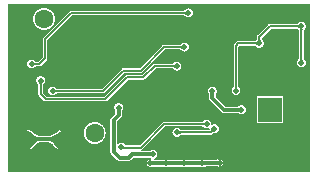
<source format=gbl>
G04*
G04 #@! TF.GenerationSoftware,Altium Limited,Altium Designer,23.5.1 (21)*
G04*
G04 Layer_Physical_Order=2*
G04 Layer_Color=16711680*
%FSLAX44Y44*%
%MOMM*%
G71*
G04*
G04 #@! TF.SameCoordinates,E7796D47-8282-4EC7-A355-9F660DFBD72A*
G04*
G04*
G04 #@! TF.FilePolarity,Positive*
G04*
G01*
G75*
%ADD13C,0.1270*%
%ADD54C,2.0000*%
%ADD57C,0.3000*%
%ADD58C,1.6000*%
%ADD59C,2.0100*%
%ADD60C,1.8500*%
%ADD61R,2.0000X2.0000*%
%ADD62C,0.6000*%
%ADD63C,0.5000*%
G36*
X226663Y-129321D02*
X-29609D01*
Y12651D01*
X226663D01*
Y-129321D01*
D02*
G37*
%LPC*%
G36*
X123469Y8937D02*
X123415D01*
X123360Y8937D01*
X123305Y8935D01*
X123250Y8933D01*
X123195Y8929D01*
X123141Y8925D01*
X123086Y8921D01*
X123032Y8915D01*
X122977Y8909D01*
X122923Y8902D01*
X122868Y8894D01*
X122814Y8885D01*
X122760Y8875D01*
X122706Y8865D01*
X122653Y8854D01*
X122599Y8842D01*
X122546Y8830D01*
X122493Y8816D01*
X122440Y8802D01*
X122387Y8787D01*
X122334Y8771D01*
X122282Y8755D01*
X122230Y8737D01*
X122178Y8719D01*
X122127Y8701D01*
X122076Y8681D01*
X122025Y8661D01*
X121974Y8640D01*
X121924Y8618D01*
X121874Y8596D01*
X121824Y8573D01*
X121775Y8549D01*
X121726Y8524D01*
X121677Y8499D01*
X121629Y8473D01*
X121581Y8446D01*
X121533Y8419D01*
X121486Y8390D01*
X121440Y8362D01*
X121393Y8332D01*
X121347Y8302D01*
X121302Y8271D01*
X121257Y8240D01*
X121213Y8208D01*
X121169Y8175D01*
X121125Y8142D01*
X121082Y8108D01*
X121040Y8073D01*
X120998Y8038D01*
X120956Y8002D01*
X120915Y7965D01*
X120875Y7928D01*
X120835Y7891D01*
X120796Y7853D01*
X120764Y7821D01*
X120578Y7640D01*
X120414Y7497D01*
X120261Y7378D01*
X120119Y7283D01*
X119989Y7208D01*
X119873Y7153D01*
X119769Y7115D01*
X119679Y7091D01*
X119598Y7078D01*
X119490Y7072D01*
X24471D01*
X24433Y7072D01*
X24395Y7071D01*
X24356Y7069D01*
X24318Y7066D01*
X24280Y7063D01*
X24242Y7059D01*
X24204Y7054D01*
X24166Y7048D01*
X24128Y7041D01*
X24090Y7034D01*
X24053Y7026D01*
X24016Y7017D01*
X23978Y7008D01*
X23941Y6997D01*
X23905Y6986D01*
X23868Y6974D01*
X23832Y6962D01*
X23796Y6949D01*
X23760Y6935D01*
X23725Y6920D01*
X23690Y6905D01*
X23655Y6889D01*
X23620Y6872D01*
X23586Y6854D01*
X23552Y6836D01*
X23519Y6817D01*
X23486Y6798D01*
X23453Y6778D01*
X23421Y6757D01*
X23389Y6735D01*
X23358Y6713D01*
X23327Y6690D01*
X23296Y6667D01*
X23267Y6643D01*
X23237Y6619D01*
X23208Y6593D01*
X23180Y6568D01*
X23152Y6541D01*
X23124Y6514D01*
X685Y-15925D01*
X658Y-15952D01*
X632Y-15980D01*
X606Y-16009D01*
X581Y-16038D01*
X556Y-16067D01*
X532Y-16097D01*
X509Y-16128D01*
X486Y-16158D01*
X464Y-16190D01*
X443Y-16222D01*
X422Y-16254D01*
X402Y-16286D01*
X382Y-16319D01*
X363Y-16353D01*
X345Y-16387D01*
X328Y-16421D01*
X311Y-16455D01*
X295Y-16490D01*
X279Y-16525D01*
X265Y-16561D01*
X251Y-16596D01*
X237Y-16632D01*
X225Y-16669D01*
X213Y-16705D01*
X202Y-16742D01*
X192Y-16779D01*
X182Y-16816D01*
X173Y-16853D01*
X165Y-16891D01*
X158Y-16929D01*
X152Y-16966D01*
X146Y-17004D01*
X141Y-17042D01*
X137Y-17081D01*
X133Y-17119D01*
X130Y-17157D01*
X128Y-17195D01*
X127Y-17234D01*
X127Y-17272D01*
Y-32231D01*
X-3837Y-36195D01*
X-5346D01*
X-5454Y-36189D01*
X-5535Y-36176D01*
X-5626Y-36152D01*
X-5729Y-36114D01*
X-5845Y-36059D01*
X-5975Y-35985D01*
X-6117Y-35889D01*
X-6270Y-35770D01*
X-6434Y-35628D01*
X-6619Y-35447D01*
X-6652Y-35415D01*
X-6691Y-35377D01*
X-6731Y-35339D01*
X-6771Y-35302D01*
X-6812Y-35266D01*
X-6854Y-35230D01*
X-6896Y-35194D01*
X-6938Y-35160D01*
X-6981Y-35126D01*
X-7025Y-35092D01*
X-7069Y-35060D01*
X-7113Y-35027D01*
X-7158Y-34996D01*
X-7203Y-34965D01*
X-7249Y-34935D01*
X-7296Y-34906D01*
X-7342Y-34877D01*
X-7389Y-34849D01*
X-7437Y-34821D01*
X-7485Y-34795D01*
X-7533Y-34769D01*
X-7581Y-34743D01*
X-7631Y-34719D01*
X-7680Y-34695D01*
X-7730Y-34672D01*
X-7780Y-34649D01*
X-7830Y-34627D01*
X-7881Y-34606D01*
X-7932Y-34586D01*
X-7983Y-34567D01*
X-8034Y-34548D01*
X-8086Y-34530D01*
X-8138Y-34513D01*
X-8191Y-34496D01*
X-8243Y-34481D01*
X-8296Y-34466D01*
X-8349Y-34451D01*
X-8402Y-34438D01*
X-8455Y-34425D01*
X-8509Y-34413D01*
X-8562Y-34402D01*
X-8616Y-34392D01*
X-8670Y-34383D01*
X-8724Y-34374D01*
X-8779Y-34366D01*
X-8833Y-34359D01*
X-8888Y-34352D01*
X-8942Y-34347D01*
X-8997Y-34342D01*
X-9051Y-34338D01*
X-9106Y-34335D01*
X-9161Y-34332D01*
X-9216Y-34331D01*
X-9271Y-34330D01*
X-9325D01*
X-9380Y-34331D01*
X-9435Y-34332D01*
X-9490Y-34335D01*
X-9545Y-34338D01*
X-9599Y-34342D01*
X-9654Y-34347D01*
X-9708Y-34352D01*
X-9763Y-34359D01*
X-9817Y-34366D01*
X-9872Y-34374D01*
X-9926Y-34383D01*
X-9980Y-34392D01*
X-10034Y-34402D01*
X-10087Y-34413D01*
X-10141Y-34425D01*
X-10194Y-34438D01*
X-10247Y-34451D01*
X-10300Y-34466D01*
X-10353Y-34481D01*
X-10405Y-34496D01*
X-10458Y-34513D01*
X-10510Y-34530D01*
X-10562Y-34548D01*
X-10613Y-34567D01*
X-10664Y-34586D01*
X-10715Y-34606D01*
X-10766Y-34627D01*
X-10816Y-34649D01*
X-10866Y-34672D01*
X-10916Y-34695D01*
X-10965Y-34719D01*
X-11014Y-34743D01*
X-11063Y-34769D01*
X-11111Y-34795D01*
X-11159Y-34821D01*
X-11207Y-34849D01*
X-11254Y-34877D01*
X-11300Y-34906D01*
X-11347Y-34935D01*
X-11393Y-34965D01*
X-11438Y-34996D01*
X-11483Y-35027D01*
X-11527Y-35060D01*
X-11571Y-35092D01*
X-11615Y-35126D01*
X-11658Y-35160D01*
X-11700Y-35194D01*
X-11742Y-35230D01*
X-11784Y-35266D01*
X-11825Y-35302D01*
X-11865Y-35339D01*
X-11905Y-35377D01*
X-11944Y-35415D01*
X-11983Y-35454D01*
X-12021Y-35493D01*
X-12059Y-35533D01*
X-12096Y-35573D01*
X-12133Y-35614D01*
X-12168Y-35656D01*
X-12204Y-35698D01*
X-12238Y-35740D01*
X-12272Y-35783D01*
X-12306Y-35827D01*
X-12338Y-35871D01*
X-12371Y-35915D01*
X-12402Y-35960D01*
X-12433Y-36005D01*
X-12463Y-36051D01*
X-12492Y-36098D01*
X-12521Y-36144D01*
X-12549Y-36191D01*
X-12577Y-36239D01*
X-12603Y-36287D01*
X-12629Y-36335D01*
X-12655Y-36384D01*
X-12679Y-36432D01*
X-12703Y-36482D01*
X-12726Y-36532D01*
X-12749Y-36582D01*
X-12771Y-36632D01*
X-12792Y-36683D01*
X-12812Y-36734D01*
X-12831Y-36785D01*
X-12850Y-36836D01*
X-12868Y-36888D01*
X-12885Y-36940D01*
X-12902Y-36992D01*
X-12917Y-37045D01*
X-12932Y-37098D01*
X-12947Y-37151D01*
X-12960Y-37204D01*
X-12973Y-37257D01*
X-12985Y-37311D01*
X-12996Y-37364D01*
X-13006Y-37418D01*
X-13016Y-37472D01*
X-13024Y-37527D01*
X-13032Y-37581D01*
X-13039Y-37635D01*
X-13046Y-37690D01*
X-13051Y-37744D01*
X-13056Y-37799D01*
X-13060Y-37853D01*
X-13063Y-37908D01*
X-13066Y-37963D01*
X-13067Y-38018D01*
X-13068Y-38073D01*
Y-38127D01*
X-13067Y-38182D01*
X-13066Y-38237D01*
X-13063Y-38292D01*
X-13060Y-38347D01*
X-13056Y-38401D01*
X-13051Y-38456D01*
X-13046Y-38510D01*
X-13039Y-38565D01*
X-13032Y-38619D01*
X-13024Y-38674D01*
X-13016Y-38728D01*
X-13006Y-38782D01*
X-12996Y-38835D01*
X-12985Y-38889D01*
X-12973Y-38943D01*
X-12960Y-38996D01*
X-12947Y-39049D01*
X-12932Y-39102D01*
X-12917Y-39155D01*
X-12902Y-39207D01*
X-12885Y-39260D01*
X-12868Y-39312D01*
X-12850Y-39364D01*
X-12831Y-39415D01*
X-12812Y-39466D01*
X-12792Y-39517D01*
X-12771Y-39568D01*
X-12749Y-39618D01*
X-12726Y-39668D01*
X-12703Y-39718D01*
X-12679Y-39767D01*
X-12655Y-39817D01*
X-12629Y-39865D01*
X-12603Y-39913D01*
X-12577Y-39961D01*
X-12549Y-40009D01*
X-12521Y-40056D01*
X-12492Y-40103D01*
X-12463Y-40149D01*
X-12433Y-40195D01*
X-12402Y-40240D01*
X-12371Y-40285D01*
X-12338Y-40329D01*
X-12306Y-40373D01*
X-12272Y-40417D01*
X-12238Y-40460D01*
X-12204Y-40502D01*
X-12168Y-40544D01*
X-12133Y-40586D01*
X-12096Y-40627D01*
X-12059Y-40667D01*
X-12021Y-40707D01*
X-11983Y-40746D01*
X-11944Y-40785D01*
X-11905Y-40823D01*
X-11865Y-40861D01*
X-11825Y-40898D01*
X-11784Y-40935D01*
X-11742Y-40970D01*
X-11700Y-41006D01*
X-11658Y-41040D01*
X-11615Y-41074D01*
X-11571Y-41108D01*
X-11527Y-41140D01*
X-11483Y-41172D01*
X-11438Y-41204D01*
X-11393Y-41235D01*
X-11347Y-41265D01*
X-11300Y-41294D01*
X-11254Y-41323D01*
X-11207Y-41351D01*
X-11159Y-41379D01*
X-11111Y-41405D01*
X-11063Y-41431D01*
X-11014Y-41457D01*
X-10965Y-41481D01*
X-10916Y-41505D01*
X-10866Y-41528D01*
X-10816Y-41551D01*
X-10766Y-41572D01*
X-10715Y-41593D01*
X-10664Y-41614D01*
X-10613Y-41633D01*
X-10562Y-41652D01*
X-10510Y-41670D01*
X-10458Y-41687D01*
X-10405Y-41704D01*
X-10353Y-41719D01*
X-10300Y-41734D01*
X-10247Y-41749D01*
X-10194Y-41762D01*
X-10141Y-41775D01*
X-10087Y-41787D01*
X-10034Y-41798D01*
X-9980Y-41808D01*
X-9926Y-41817D01*
X-9872Y-41826D01*
X-9817Y-41834D01*
X-9763Y-41841D01*
X-9708Y-41848D01*
X-9654Y-41853D01*
X-9599Y-41858D01*
X-9545Y-41862D01*
X-9490Y-41865D01*
X-9435Y-41868D01*
X-9380Y-41869D01*
X-9325Y-41870D01*
X-9271D01*
X-9216Y-41869D01*
X-9161Y-41868D01*
X-9106Y-41865D01*
X-9051Y-41862D01*
X-8997Y-41858D01*
X-8942Y-41853D01*
X-8888Y-41848D01*
X-8833Y-41841D01*
X-8779Y-41834D01*
X-8724Y-41826D01*
X-8670Y-41817D01*
X-8616Y-41808D01*
X-8562Y-41798D01*
X-8509Y-41787D01*
X-8455Y-41775D01*
X-8402Y-41762D01*
X-8349Y-41749D01*
X-8296Y-41734D01*
X-8243Y-41719D01*
X-8191Y-41704D01*
X-8138Y-41687D01*
X-8086Y-41670D01*
X-8034Y-41652D01*
X-7983Y-41633D01*
X-7932Y-41614D01*
X-7881Y-41593D01*
X-7830Y-41572D01*
X-7780Y-41551D01*
X-7730Y-41528D01*
X-7680Y-41505D01*
X-7631Y-41481D01*
X-7581Y-41457D01*
X-7533Y-41431D01*
X-7485Y-41405D01*
X-7437Y-41379D01*
X-7389Y-41351D01*
X-7342Y-41323D01*
X-7296Y-41294D01*
X-7249Y-41265D01*
X-7203Y-41235D01*
X-7158Y-41204D01*
X-7113Y-41172D01*
X-7069Y-41140D01*
X-7025Y-41108D01*
X-6981Y-41074D01*
X-6938Y-41040D01*
X-6896Y-41006D01*
X-6854Y-40970D01*
X-6812Y-40935D01*
X-6771Y-40898D01*
X-6731Y-40861D01*
X-6691Y-40823D01*
X-6652Y-40785D01*
X-6619Y-40753D01*
X-6434Y-40573D01*
X-6270Y-40430D01*
X-6117Y-40311D01*
X-5975Y-40215D01*
X-5845Y-40141D01*
X-5729Y-40086D01*
X-5625Y-40048D01*
X-5535Y-40024D01*
X-5454Y-40011D01*
X-5346Y-40005D01*
X-3048D01*
X-3010Y-40005D01*
X-2971Y-40004D01*
X-2933Y-40002D01*
X-2895Y-39999D01*
X-2857Y-39995D01*
X-2818Y-39991D01*
X-2780Y-39986D01*
X-2742Y-39980D01*
X-2705Y-39974D01*
X-2667Y-39967D01*
X-2629Y-39959D01*
X-2592Y-39950D01*
X-2555Y-39940D01*
X-2518Y-39930D01*
X-2481Y-39919D01*
X-2445Y-39907D01*
X-2409Y-39894D01*
X-2372Y-39881D01*
X-2337Y-39867D01*
X-2301Y-39853D01*
X-2266Y-39837D01*
X-2231Y-39821D01*
X-2197Y-39804D01*
X-2163Y-39787D01*
X-2129Y-39769D01*
X-2095Y-39750D01*
X-2062Y-39730D01*
X-2030Y-39710D01*
X-1998Y-39689D01*
X-1966Y-39668D01*
X-1934Y-39646D01*
X-1903Y-39623D01*
X-1873Y-39600D01*
X-1843Y-39576D01*
X-1814Y-39551D01*
X-1785Y-39526D01*
X-1756Y-39500D01*
X-1728Y-39474D01*
X-1701Y-39447D01*
X3379Y-34367D01*
X3406Y-34340D01*
X3432Y-34312D01*
X3458Y-34283D01*
X3483Y-34254D01*
X3508Y-34225D01*
X3532Y-34195D01*
X3555Y-34165D01*
X3578Y-34134D01*
X3600Y-34102D01*
X3621Y-34070D01*
X3642Y-34038D01*
X3662Y-34006D01*
X3682Y-33973D01*
X3701Y-33939D01*
X3719Y-33905D01*
X3736Y-33871D01*
X3753Y-33837D01*
X3769Y-33802D01*
X3785Y-33767D01*
X3799Y-33731D01*
X3813Y-33696D01*
X3826Y-33660D01*
X3839Y-33623D01*
X3851Y-33587D01*
X3862Y-33550D01*
X3872Y-33513D01*
X3882Y-33476D01*
X3891Y-33439D01*
X3899Y-33401D01*
X3906Y-33363D01*
X3912Y-33326D01*
X3918Y-33288D01*
X3923Y-33250D01*
X3927Y-33212D01*
X3931Y-33173D01*
X3934Y-33135D01*
X3936Y-33097D01*
X3937Y-33058D01*
X3937Y-33020D01*
Y-18061D01*
X25261Y3262D01*
X119490D01*
X119598Y3257D01*
X119679Y3244D01*
X119769Y3220D01*
X119873Y3182D01*
X119989Y3127D01*
X120119Y3052D01*
X120261Y2957D01*
X120414Y2837D01*
X120578Y2695D01*
X120764Y2514D01*
X120796Y2482D01*
X120835Y2444D01*
X120875Y2406D01*
X120915Y2369D01*
X120956Y2333D01*
X120998Y2297D01*
X121040Y2262D01*
X121082Y2227D01*
X121125Y2193D01*
X121169Y2160D01*
X121213Y2127D01*
X121257Y2095D01*
X121302Y2063D01*
X121347Y2033D01*
X121393Y2003D01*
X121440Y1973D01*
X121486Y1944D01*
X121533Y1916D01*
X121581Y1889D01*
X121629Y1862D01*
X121677Y1836D01*
X121726Y1811D01*
X121775Y1786D01*
X121824Y1762D01*
X121874Y1739D01*
X121924Y1717D01*
X121974Y1695D01*
X122025Y1674D01*
X122076Y1654D01*
X122127Y1634D01*
X122178Y1615D01*
X122230Y1597D01*
X122282Y1580D01*
X122334Y1564D01*
X122387Y1548D01*
X122440Y1533D01*
X122493Y1519D01*
X122546Y1505D01*
X122599Y1493D01*
X122653Y1481D01*
X122706Y1470D01*
X122760Y1460D01*
X122814Y1450D01*
X122868Y1441D01*
X122923Y1433D01*
X122977Y1426D01*
X123032Y1420D01*
X123086Y1414D01*
X123141Y1409D01*
X123195Y1405D01*
X123250Y1402D01*
X123305Y1400D01*
X123360Y1398D01*
X123415Y1397D01*
X123469D01*
X123524Y1398D01*
X123579Y1400D01*
X123634Y1402D01*
X123689Y1405D01*
X123743Y1409D01*
X123798Y1414D01*
X123852Y1420D01*
X123907Y1426D01*
X123961Y1433D01*
X124016Y1441D01*
X124070Y1450D01*
X124124Y1460D01*
X124178Y1470D01*
X124231Y1481D01*
X124285Y1493D01*
X124338Y1505D01*
X124391Y1519D01*
X124444Y1533D01*
X124497Y1548D01*
X124550Y1564D01*
X124602Y1580D01*
X124654Y1597D01*
X124706Y1615D01*
X124757Y1634D01*
X124808Y1654D01*
X124859Y1674D01*
X124910Y1695D01*
X124960Y1717D01*
X125010Y1739D01*
X125060Y1762D01*
X125110Y1786D01*
X125159Y1811D01*
X125207Y1836D01*
X125255Y1862D01*
X125303Y1889D01*
X125351Y1916D01*
X125398Y1944D01*
X125444Y1973D01*
X125491Y2003D01*
X125537Y2033D01*
X125582Y2063D01*
X125627Y2095D01*
X125671Y2127D01*
X125715Y2160D01*
X125759Y2193D01*
X125802Y2227D01*
X125844Y2262D01*
X125886Y2297D01*
X125928Y2333D01*
X125969Y2369D01*
X126009Y2406D01*
X126049Y2444D01*
X126088Y2482D01*
X126127Y2521D01*
X126165Y2560D01*
X126203Y2600D01*
X126240Y2641D01*
X126277Y2682D01*
X126312Y2723D01*
X126348Y2765D01*
X126382Y2808D01*
X126416Y2851D01*
X126450Y2894D01*
X126482Y2938D01*
X126515Y2983D01*
X126546Y3027D01*
X126577Y3073D01*
X126607Y3119D01*
X126636Y3165D01*
X126665Y3212D01*
X126693Y3259D01*
X126721Y3306D01*
X126747Y3354D01*
X126773Y3402D01*
X126799Y3451D01*
X126823Y3500D01*
X126847Y3549D01*
X126870Y3599D01*
X126893Y3649D01*
X126915Y3699D01*
X126936Y3750D01*
X126956Y3801D01*
X126975Y3852D01*
X126994Y3904D01*
X127012Y3956D01*
X127029Y4008D01*
X127046Y4060D01*
X127062Y4112D01*
X127076Y4165D01*
X127091Y4218D01*
X127104Y4271D01*
X127117Y4325D01*
X127128Y4378D01*
X127140Y4432D01*
X127150Y4486D01*
X127160Y4540D01*
X127168Y4594D01*
X127176Y4648D01*
X127183Y4703D01*
X127190Y4757D01*
X127195Y4812D01*
X127200Y4866D01*
X127204Y4921D01*
X127207Y4976D01*
X127210Y5030D01*
X127211Y5085D01*
X127212Y5140D01*
Y5195D01*
X127211Y5250D01*
X127210Y5304D01*
X127207Y5359D01*
X127204Y5414D01*
X127200Y5469D01*
X127195Y5523D01*
X127190Y5578D01*
X127183Y5632D01*
X127176Y5687D01*
X127168Y5741D01*
X127160Y5795D01*
X127150Y5849D01*
X127140Y5903D01*
X127128Y5957D01*
X127117Y6010D01*
X127104Y6064D01*
X127091Y6117D01*
X127076Y6170D01*
X127062Y6222D01*
X127046Y6275D01*
X127029Y6327D01*
X127012Y6379D01*
X126994Y6431D01*
X126975Y6483D01*
X126956Y6534D01*
X126936Y6585D01*
X126915Y6636D01*
X126893Y6686D01*
X126870Y6736D01*
X126847Y6786D01*
X126823Y6835D01*
X126799Y6884D01*
X126773Y6933D01*
X126747Y6981D01*
X126721Y7029D01*
X126693Y7076D01*
X126665Y7123D01*
X126636Y7170D01*
X126607Y7216D01*
X126577Y7262D01*
X126546Y7307D01*
X126515Y7352D01*
X126482Y7397D01*
X126450Y7441D01*
X126416Y7484D01*
X126382Y7527D01*
X126348Y7570D01*
X126312Y7612D01*
X126277Y7653D01*
X126240Y7694D01*
X126203Y7735D01*
X126165Y7775D01*
X126127Y7814D01*
X126088Y7853D01*
X126049Y7891D01*
X126009Y7928D01*
X125969Y7965D01*
X125928Y8002D01*
X125886Y8038D01*
X125844Y8073D01*
X125802Y8108D01*
X125759Y8142D01*
X125715Y8175D01*
X125671Y8208D01*
X125627Y8240D01*
X125582Y8271D01*
X125537Y8302D01*
X125491Y8332D01*
X125444Y8362D01*
X125398Y8390D01*
X125351Y8419D01*
X125303Y8446D01*
X125255Y8473D01*
X125207Y8499D01*
X125159Y8524D01*
X125110Y8549D01*
X125060Y8573D01*
X125010Y8596D01*
X124960Y8618D01*
X124910Y8640D01*
X124859Y8661D01*
X124808Y8681D01*
X124757Y8701D01*
X124706Y8719D01*
X124654Y8737D01*
X124602Y8755D01*
X124550Y8771D01*
X124497Y8787D01*
X124444Y8802D01*
X124391Y8816D01*
X124338Y8830D01*
X124285Y8842D01*
X124231Y8854D01*
X124178Y8865D01*
X124124Y8875D01*
X124070Y8885D01*
X124016Y8894D01*
X123961Y8902D01*
X123907Y8909D01*
X123852Y8915D01*
X123798Y8921D01*
X123743Y8925D01*
X123689Y8929D01*
X123634Y8933D01*
X123579Y8935D01*
X123524Y8937D01*
X123469Y8937D01*
D02*
G37*
G36*
X1313Y9270D02*
X1227D01*
X1140Y9269D01*
X1053Y9268D01*
X967Y9265D01*
X880Y9262D01*
X794Y9258D01*
X707Y9253D01*
X620Y9247D01*
X534Y9241D01*
X448Y9233D01*
X361Y9226D01*
X275Y9216D01*
X189Y9207D01*
X103Y9196D01*
X17Y9185D01*
X-69Y9173D01*
X-154Y9160D01*
X-240Y9146D01*
X-325Y9132D01*
X-411Y9116D01*
X-496Y9100D01*
X-581Y9083D01*
X-666Y9066D01*
X-750Y9047D01*
X-835Y9028D01*
X-919Y9008D01*
X-1003Y8987D01*
X-1087Y8965D01*
X-1171Y8943D01*
X-1255Y8920D01*
X-1338Y8896D01*
X-1421Y8871D01*
X-1504Y8845D01*
X-1586Y8819D01*
X-1669Y8792D01*
X-1751Y8764D01*
X-1833Y8735D01*
X-1914Y8706D01*
X-1995Y8676D01*
X-2076Y8645D01*
X-2157Y8613D01*
X-2237Y8581D01*
X-2317Y8548D01*
X-2397Y8514D01*
X-2477Y8479D01*
X-2556Y8444D01*
X-2635Y8408D01*
X-2713Y8371D01*
X-2791Y8333D01*
X-2869Y8295D01*
X-2946Y8256D01*
X-3023Y8216D01*
X-3100Y8176D01*
X-3176Y8134D01*
X-3252Y8092D01*
X-3327Y8050D01*
X-3402Y8006D01*
X-3477Y7962D01*
X-3551Y7918D01*
X-3625Y7872D01*
X-3699Y7826D01*
X-3772Y7779D01*
X-3844Y7732D01*
X-3916Y7684D01*
X-3988Y7635D01*
X-4059Y7585D01*
X-4130Y7535D01*
X-4200Y7484D01*
X-4270Y7433D01*
X-4339Y7381D01*
X-4408Y7328D01*
X-4476Y7275D01*
X-4544Y7221D01*
X-4611Y7166D01*
X-4678Y7111D01*
X-4744Y7055D01*
X-4809Y6998D01*
X-4875Y6941D01*
X-4939Y6883D01*
X-5003Y6825D01*
X-5067Y6766D01*
X-5130Y6706D01*
X-5192Y6646D01*
X-5254Y6586D01*
X-5315Y6524D01*
X-5376Y6462D01*
X-5436Y6400D01*
X-5496Y6337D01*
X-5555Y6273D01*
X-5613Y6209D01*
X-5671Y6145D01*
X-5728Y6079D01*
X-5785Y6014D01*
X-5841Y5948D01*
X-5896Y5881D01*
X-5950Y5814D01*
X-6005Y5746D01*
X-6058Y5678D01*
X-6111Y5609D01*
X-6163Y5540D01*
X-6214Y5470D01*
X-6265Y5400D01*
X-6315Y5329D01*
X-6365Y5258D01*
X-6414Y5186D01*
X-6462Y5114D01*
X-6509Y5042D01*
X-6556Y4969D01*
X-6602Y4895D01*
X-6648Y4821D01*
X-6692Y4747D01*
X-6736Y4672D01*
X-6780Y4597D01*
X-6822Y4522D01*
X-6864Y4446D01*
X-6906Y4370D01*
X-6946Y4293D01*
X-6986Y4216D01*
X-7025Y4139D01*
X-7063Y4061D01*
X-7101Y3983D01*
X-7138Y3905D01*
X-7174Y3826D01*
X-7209Y3747D01*
X-7244Y3667D01*
X-7278Y3587D01*
X-7311Y3507D01*
X-7343Y3427D01*
X-7375Y3346D01*
X-7406Y3265D01*
X-7436Y3184D01*
X-7466Y3103D01*
X-7494Y3021D01*
X-7522Y2939D01*
X-7549Y2856D01*
X-7575Y2774D01*
X-7601Y2691D01*
X-7626Y2608D01*
X-7650Y2525D01*
X-7673Y2441D01*
X-7695Y2357D01*
X-7717Y2273D01*
X-7738Y2189D01*
X-7758Y2105D01*
X-7777Y2021D01*
X-7796Y1936D01*
X-7813Y1851D01*
X-7830Y1766D01*
X-7846Y1681D01*
X-7862Y1595D01*
X-7876Y1510D01*
X-7890Y1425D01*
X-7903Y1339D01*
X-7915Y1253D01*
X-7926Y1167D01*
X-7937Y1081D01*
X-7947Y995D01*
X-7955Y909D01*
X-7964Y822D01*
X-7971Y736D01*
X-7977Y649D01*
X-7983Y563D01*
X-7988Y476D01*
X-7992Y390D01*
X-7995Y303D01*
X-7997Y217D01*
X-7999Y130D01*
X-8000Y43D01*
Y-43D01*
X-7999Y-130D01*
X-7997Y-217D01*
X-7995Y-303D01*
X-7992Y-390D01*
X-7988Y-476D01*
X-7983Y-563D01*
X-7977Y-649D01*
X-7971Y-736D01*
X-7964Y-822D01*
X-7955Y-909D01*
X-7947Y-995D01*
X-7937Y-1081D01*
X-7926Y-1167D01*
X-7915Y-1253D01*
X-7903Y-1339D01*
X-7890Y-1425D01*
X-7876Y-1510D01*
X-7862Y-1595D01*
X-7846Y-1681D01*
X-7830Y-1766D01*
X-7813Y-1851D01*
X-7796Y-1936D01*
X-7777Y-2021D01*
X-7758Y-2105D01*
X-7738Y-2189D01*
X-7717Y-2273D01*
X-7695Y-2357D01*
X-7673Y-2441D01*
X-7650Y-2525D01*
X-7626Y-2608D01*
X-7601Y-2691D01*
X-7575Y-2774D01*
X-7549Y-2856D01*
X-7522Y-2939D01*
X-7494Y-3021D01*
X-7466Y-3103D01*
X-7436Y-3184D01*
X-7406Y-3265D01*
X-7375Y-3346D01*
X-7343Y-3427D01*
X-7311Y-3507D01*
X-7278Y-3587D01*
X-7244Y-3667D01*
X-7209Y-3747D01*
X-7174Y-3826D01*
X-7138Y-3905D01*
X-7101Y-3983D01*
X-7063Y-4061D01*
X-7025Y-4139D01*
X-6986Y-4216D01*
X-6946Y-4293D01*
X-6906Y-4370D01*
X-6864Y-4446D01*
X-6822Y-4522D01*
X-6780Y-4597D01*
X-6736Y-4672D01*
X-6692Y-4747D01*
X-6648Y-4821D01*
X-6602Y-4895D01*
X-6556Y-4969D01*
X-6509Y-5042D01*
X-6462Y-5114D01*
X-6414Y-5186D01*
X-6365Y-5258D01*
X-6315Y-5329D01*
X-6265Y-5400D01*
X-6214Y-5470D01*
X-6163Y-5540D01*
X-6111Y-5609D01*
X-6058Y-5678D01*
X-6005Y-5746D01*
X-5950Y-5814D01*
X-5896Y-5881D01*
X-5841Y-5948D01*
X-5785Y-6014D01*
X-5728Y-6079D01*
X-5671Y-6145D01*
X-5613Y-6209D01*
X-5555Y-6273D01*
X-5496Y-6337D01*
X-5436Y-6400D01*
X-5376Y-6462D01*
X-5315Y-6524D01*
X-5254Y-6586D01*
X-5192Y-6646D01*
X-5130Y-6706D01*
X-5067Y-6766D01*
X-5003Y-6825D01*
X-4939Y-6883D01*
X-4875Y-6941D01*
X-4809Y-6998D01*
X-4744Y-7055D01*
X-4678Y-7111D01*
X-4611Y-7166D01*
X-4544Y-7221D01*
X-4476Y-7275D01*
X-4408Y-7328D01*
X-4339Y-7381D01*
X-4270Y-7433D01*
X-4200Y-7484D01*
X-4130Y-7535D01*
X-4059Y-7585D01*
X-3988Y-7635D01*
X-3916Y-7684D01*
X-3844Y-7732D01*
X-3772Y-7779D01*
X-3699Y-7826D01*
X-3625Y-7872D01*
X-3551Y-7918D01*
X-3477Y-7962D01*
X-3402Y-8006D01*
X-3327Y-8050D01*
X-3252Y-8092D01*
X-3176Y-8134D01*
X-3100Y-8176D01*
X-3023Y-8216D01*
X-2946Y-8256D01*
X-2869Y-8295D01*
X-2791Y-8333D01*
X-2713Y-8371D01*
X-2635Y-8408D01*
X-2556Y-8444D01*
X-2477Y-8479D01*
X-2397Y-8514D01*
X-2317Y-8548D01*
X-2237Y-8581D01*
X-2157Y-8613D01*
X-2076Y-8645D01*
X-1995Y-8676D01*
X-1914Y-8706D01*
X-1833Y-8735D01*
X-1751Y-8764D01*
X-1669Y-8792D01*
X-1586Y-8819D01*
X-1504Y-8845D01*
X-1421Y-8871D01*
X-1338Y-8896D01*
X-1255Y-8920D01*
X-1171Y-8943D01*
X-1087Y-8965D01*
X-1003Y-8987D01*
X-919Y-9008D01*
X-835Y-9028D01*
X-750Y-9047D01*
X-666Y-9066D01*
X-581Y-9083D01*
X-496Y-9100D01*
X-411Y-9116D01*
X-325Y-9132D01*
X-240Y-9146D01*
X-154Y-9160D01*
X-69Y-9173D01*
X17Y-9185D01*
X103Y-9196D01*
X189Y-9207D01*
X275Y-9216D01*
X361Y-9226D01*
X448Y-9233D01*
X534Y-9241D01*
X620Y-9247D01*
X707Y-9253D01*
X794Y-9258D01*
X880Y-9262D01*
X967Y-9265D01*
X1053Y-9268D01*
X1140Y-9269D01*
X1227Y-9270D01*
X1313D01*
X1400Y-9269D01*
X1487Y-9268D01*
X1573Y-9265D01*
X1660Y-9262D01*
X1746Y-9258D01*
X1833Y-9253D01*
X1919Y-9247D01*
X2006Y-9241D01*
X2092Y-9233D01*
X2179Y-9226D01*
X2265Y-9216D01*
X2351Y-9207D01*
X2437Y-9196D01*
X2523Y-9185D01*
X2609Y-9173D01*
X2695Y-9160D01*
X2780Y-9146D01*
X2865Y-9132D01*
X2951Y-9116D01*
X3036Y-9100D01*
X3121Y-9083D01*
X3206Y-9066D01*
X3291Y-9047D01*
X3375Y-9028D01*
X3459Y-9008D01*
X3544Y-8987D01*
X3627Y-8965D01*
X3711Y-8943D01*
X3795Y-8920D01*
X3878Y-8896D01*
X3961Y-8871D01*
X4044Y-8845D01*
X4126Y-8819D01*
X4209Y-8792D01*
X4291Y-8764D01*
X4373Y-8735D01*
X4454Y-8706D01*
X4535Y-8676D01*
X4616Y-8645D01*
X4697Y-8613D01*
X4777Y-8581D01*
X4857Y-8548D01*
X4937Y-8514D01*
X5017Y-8479D01*
X5096Y-8444D01*
X5175Y-8408D01*
X5253Y-8371D01*
X5331Y-8333D01*
X5409Y-8295D01*
X5486Y-8256D01*
X5563Y-8216D01*
X5640Y-8176D01*
X5716Y-8134D01*
X5792Y-8092D01*
X5867Y-8050D01*
X5943Y-8006D01*
X6017Y-7962D01*
X6091Y-7918D01*
X6165Y-7872D01*
X6239Y-7826D01*
X6312Y-7779D01*
X6384Y-7732D01*
X6456Y-7684D01*
X6528Y-7635D01*
X6599Y-7585D01*
X6670Y-7535D01*
X6740Y-7484D01*
X6810Y-7433D01*
X6879Y-7381D01*
X6948Y-7328D01*
X7016Y-7275D01*
X7084Y-7221D01*
X7151Y-7166D01*
X7218Y-7111D01*
X7284Y-7055D01*
X7350Y-6998D01*
X7415Y-6941D01*
X7479Y-6883D01*
X7543Y-6825D01*
X7607Y-6766D01*
X7670Y-6706D01*
X7732Y-6646D01*
X7794Y-6586D01*
X7855Y-6524D01*
X7916Y-6462D01*
X7976Y-6400D01*
X8036Y-6337D01*
X8095Y-6273D01*
X8153Y-6209D01*
X8211Y-6145D01*
X8268Y-6079D01*
X8325Y-6014D01*
X8381Y-5948D01*
X8436Y-5881D01*
X8490Y-5814D01*
X8545Y-5746D01*
X8598Y-5678D01*
X8651Y-5609D01*
X8703Y-5540D01*
X8754Y-5470D01*
X8805Y-5400D01*
X8855Y-5329D01*
X8905Y-5258D01*
X8954Y-5186D01*
X9002Y-5114D01*
X9049Y-5042D01*
X9096Y-4969D01*
X9142Y-4895D01*
X9188Y-4821D01*
X9232Y-4747D01*
X9276Y-4672D01*
X9320Y-4597D01*
X9362Y-4522D01*
X9404Y-4446D01*
X9445Y-4370D01*
X9486Y-4293D01*
X9526Y-4216D01*
X9565Y-4139D01*
X9603Y-4061D01*
X9641Y-3983D01*
X9678Y-3905D01*
X9714Y-3826D01*
X9749Y-3747D01*
X9784Y-3667D01*
X9818Y-3587D01*
X9851Y-3507D01*
X9883Y-3427D01*
X9915Y-3346D01*
X9946Y-3265D01*
X9976Y-3184D01*
X10006Y-3103D01*
X10034Y-3021D01*
X10062Y-2939D01*
X10089Y-2856D01*
X10115Y-2774D01*
X10141Y-2691D01*
X10166Y-2608D01*
X10190Y-2525D01*
X10213Y-2441D01*
X10235Y-2357D01*
X10257Y-2273D01*
X10278Y-2189D01*
X10298Y-2105D01*
X10317Y-2021D01*
X10336Y-1936D01*
X10353Y-1851D01*
X10370Y-1766D01*
X10386Y-1681D01*
X10402Y-1595D01*
X10416Y-1510D01*
X10430Y-1425D01*
X10443Y-1339D01*
X10455Y-1253D01*
X10466Y-1167D01*
X10477Y-1081D01*
X10487Y-995D01*
X10496Y-909D01*
X10503Y-822D01*
X10511Y-736D01*
X10517Y-649D01*
X10523Y-563D01*
X10528Y-476D01*
X10532Y-390D01*
X10535Y-303D01*
X10538Y-217D01*
X10539Y-130D01*
X10540Y-43D01*
Y43D01*
X10539Y130D01*
X10538Y217D01*
X10535Y303D01*
X10532Y390D01*
X10528Y476D01*
X10523Y563D01*
X10517Y649D01*
X10511Y736D01*
X10503Y822D01*
X10496Y909D01*
X10487Y995D01*
X10477Y1081D01*
X10466Y1167D01*
X10455Y1253D01*
X10443Y1339D01*
X10430Y1425D01*
X10416Y1510D01*
X10402Y1595D01*
X10386Y1681D01*
X10370Y1766D01*
X10353Y1851D01*
X10336Y1936D01*
X10317Y2021D01*
X10298Y2105D01*
X10278Y2189D01*
X10257Y2273D01*
X10235Y2357D01*
X10213Y2441D01*
X10190Y2525D01*
X10166Y2608D01*
X10141Y2691D01*
X10115Y2774D01*
X10089Y2856D01*
X10062Y2939D01*
X10034Y3021D01*
X10006Y3103D01*
X9976Y3184D01*
X9946Y3265D01*
X9915Y3346D01*
X9883Y3427D01*
X9851Y3507D01*
X9818Y3587D01*
X9784Y3667D01*
X9749Y3747D01*
X9714Y3826D01*
X9678Y3905D01*
X9641Y3983D01*
X9603Y4061D01*
X9565Y4139D01*
X9526Y4216D01*
X9486Y4293D01*
X9445Y4370D01*
X9404Y4446D01*
X9362Y4522D01*
X9320Y4597D01*
X9276Y4672D01*
X9232Y4747D01*
X9188Y4821D01*
X9142Y4895D01*
X9096Y4969D01*
X9049Y5042D01*
X9002Y5114D01*
X8954Y5186D01*
X8905Y5258D01*
X8855Y5329D01*
X8805Y5400D01*
X8754Y5470D01*
X8703Y5540D01*
X8651Y5609D01*
X8598Y5678D01*
X8545Y5746D01*
X8490Y5814D01*
X8436Y5881D01*
X8381Y5948D01*
X8325Y6014D01*
X8268Y6079D01*
X8211Y6145D01*
X8153Y6209D01*
X8095Y6273D01*
X8036Y6337D01*
X7976Y6400D01*
X7916Y6462D01*
X7855Y6524D01*
X7794Y6586D01*
X7732Y6646D01*
X7670Y6706D01*
X7607Y6766D01*
X7543Y6825D01*
X7479Y6883D01*
X7415Y6941D01*
X7350Y6998D01*
X7284Y7055D01*
X7218Y7111D01*
X7151Y7166D01*
X7084Y7221D01*
X7016Y7275D01*
X6948Y7328D01*
X6879Y7381D01*
X6810Y7433D01*
X6740Y7484D01*
X6670Y7535D01*
X6599Y7585D01*
X6528Y7635D01*
X6456Y7684D01*
X6384Y7732D01*
X6312Y7779D01*
X6239Y7826D01*
X6165Y7872D01*
X6091Y7918D01*
X6017Y7962D01*
X5943Y8006D01*
X5867Y8050D01*
X5792Y8092D01*
X5716Y8134D01*
X5640Y8176D01*
X5563Y8216D01*
X5486Y8256D01*
X5409Y8295D01*
X5331Y8333D01*
X5253Y8371D01*
X5175Y8408D01*
X5096Y8444D01*
X5017Y8479D01*
X4937Y8514D01*
X4857Y8548D01*
X4777Y8581D01*
X4697Y8613D01*
X4616Y8645D01*
X4535Y8676D01*
X4454Y8706D01*
X4373Y8735D01*
X4291Y8764D01*
X4209Y8792D01*
X4126Y8819D01*
X4044Y8845D01*
X3961Y8871D01*
X3878Y8896D01*
X3795Y8920D01*
X3711Y8943D01*
X3627Y8965D01*
X3544Y8987D01*
X3459Y9008D01*
X3375Y9028D01*
X3291Y9047D01*
X3206Y9066D01*
X3121Y9083D01*
X3036Y9100D01*
X2951Y9116D01*
X2865Y9132D01*
X2780Y9146D01*
X2695Y9160D01*
X2609Y9173D01*
X2523Y9185D01*
X2437Y9196D01*
X2351Y9207D01*
X2265Y9216D01*
X2179Y9226D01*
X2092Y9233D01*
X2006Y9241D01*
X1919Y9247D01*
X1833Y9253D01*
X1746Y9258D01*
X1660Y9262D01*
X1573Y9265D01*
X1487Y9268D01*
X1400Y9269D01*
X1313Y9270D01*
D02*
G37*
G36*
X120130Y-20017D02*
X120075D01*
X120020Y-20017D01*
X119965Y-20019D01*
X119911Y-20022D01*
X119856Y-20025D01*
X119801Y-20029D01*
X119747Y-20034D01*
X119692Y-20039D01*
X119638Y-20045D01*
X119583Y-20053D01*
X119529Y-20061D01*
X119475Y-20069D01*
X119421Y-20079D01*
X119367Y-20089D01*
X119313Y-20100D01*
X119260Y-20112D01*
X119206Y-20125D01*
X119153Y-20138D01*
X119100Y-20152D01*
X119048Y-20167D01*
X118995Y-20183D01*
X118943Y-20199D01*
X118891Y-20217D01*
X118839Y-20235D01*
X118787Y-20254D01*
X118736Y-20273D01*
X118685Y-20293D01*
X118635Y-20314D01*
X118584Y-20336D01*
X118534Y-20358D01*
X118484Y-20382D01*
X118435Y-20405D01*
X118386Y-20430D01*
X118337Y-20455D01*
X118289Y-20481D01*
X118241Y-20508D01*
X118194Y-20536D01*
X118147Y-20564D01*
X118100Y-20592D01*
X118054Y-20622D01*
X118008Y-20652D01*
X117963Y-20683D01*
X117918Y-20714D01*
X117873Y-20746D01*
X117829Y-20779D01*
X117786Y-20812D01*
X117743Y-20847D01*
X117700Y-20881D01*
X117658Y-20916D01*
X117617Y-20952D01*
X117576Y-20989D01*
X117535Y-21026D01*
X117495Y-21063D01*
X117456Y-21102D01*
X117425Y-21133D01*
X117238Y-21314D01*
X117075Y-21457D01*
X116921Y-21576D01*
X116779Y-21672D01*
X116650Y-21746D01*
X116533Y-21801D01*
X116430Y-21839D01*
X116339Y-21863D01*
X116259Y-21876D01*
X116151Y-21882D01*
X102795D01*
X102757Y-21882D01*
X102719Y-21883D01*
X102680Y-21885D01*
X102642Y-21888D01*
X102604Y-21891D01*
X102566Y-21895D01*
X102528Y-21900D01*
X102490Y-21906D01*
X102452Y-21913D01*
X102414Y-21920D01*
X102377Y-21928D01*
X102339Y-21937D01*
X102302Y-21946D01*
X102265Y-21957D01*
X102228Y-21968D01*
X102192Y-21980D01*
X102156Y-21992D01*
X102120Y-22005D01*
X102084Y-22019D01*
X102049Y-22034D01*
X102013Y-22050D01*
X101979Y-22066D01*
X101944Y-22082D01*
X101910Y-22100D01*
X101876Y-22118D01*
X101843Y-22137D01*
X101810Y-22156D01*
X101777Y-22176D01*
X101745Y-22197D01*
X101713Y-22219D01*
X101682Y-22241D01*
X101651Y-22264D01*
X101620Y-22287D01*
X101590Y-22311D01*
X101561Y-22336D01*
X101532Y-22361D01*
X101503Y-22387D01*
X101476Y-22413D01*
X101448Y-22440D01*
X101447Y-22441D01*
X82183Y-41705D01*
X68342D01*
X68304Y-41705D01*
X68265Y-41706D01*
X68227Y-41708D01*
X68189Y-41711D01*
X68151Y-41715D01*
X68112Y-41719D01*
X68074Y-41724D01*
X68036Y-41730D01*
X67999Y-41736D01*
X67961Y-41743D01*
X67923Y-41751D01*
X67886Y-41760D01*
X67849Y-41770D01*
X67812Y-41780D01*
X67775Y-41791D01*
X67739Y-41803D01*
X67702Y-41816D01*
X67666Y-41829D01*
X67631Y-41843D01*
X67595Y-41857D01*
X67560Y-41873D01*
X67525Y-41889D01*
X67491Y-41906D01*
X67457Y-41923D01*
X67423Y-41941D01*
X67389Y-41960D01*
X67356Y-41980D01*
X67324Y-42000D01*
X67292Y-42021D01*
X67260Y-42042D01*
X67228Y-42064D01*
X67197Y-42087D01*
X67167Y-42110D01*
X67137Y-42134D01*
X67108Y-42159D01*
X67079Y-42184D01*
X67050Y-42210D01*
X67022Y-42236D01*
X66995Y-42263D01*
X50203Y-59055D01*
X12434D01*
X12326Y-59049D01*
X12245Y-59036D01*
X12155Y-59012D01*
X12051Y-58974D01*
X11935Y-58919D01*
X11805Y-58845D01*
X11663Y-58749D01*
X11510Y-58630D01*
X11346Y-58488D01*
X11161Y-58307D01*
X11128Y-58275D01*
X11089Y-58237D01*
X11049Y-58199D01*
X11009Y-58162D01*
X10968Y-58126D01*
X10926Y-58090D01*
X10884Y-58054D01*
X10842Y-58020D01*
X10799Y-57986D01*
X10755Y-57952D01*
X10711Y-57920D01*
X10667Y-57888D01*
X10622Y-57856D01*
X10577Y-57825D01*
X10531Y-57795D01*
X10484Y-57766D01*
X10438Y-57737D01*
X10391Y-57709D01*
X10343Y-57681D01*
X10295Y-57655D01*
X10247Y-57629D01*
X10199Y-57603D01*
X10150Y-57579D01*
X10100Y-57555D01*
X10050Y-57532D01*
X10000Y-57509D01*
X9950Y-57488D01*
X9899Y-57467D01*
X9848Y-57446D01*
X9797Y-57427D01*
X9746Y-57408D01*
X9694Y-57390D01*
X9642Y-57373D01*
X9589Y-57356D01*
X9537Y-57340D01*
X9484Y-57326D01*
X9431Y-57311D01*
X9378Y-57298D01*
X9325Y-57285D01*
X9271Y-57273D01*
X9218Y-57262D01*
X9164Y-57252D01*
X9110Y-57242D01*
X9056Y-57234D01*
X9001Y-57226D01*
X8947Y-57219D01*
X8892Y-57212D01*
X8838Y-57207D01*
X8783Y-57202D01*
X8729Y-57198D01*
X8674Y-57195D01*
X8619Y-57192D01*
X8564Y-57191D01*
X8509Y-57190D01*
X8455D01*
X8400Y-57191D01*
X8345Y-57192D01*
X8290Y-57195D01*
X8235Y-57198D01*
X8181Y-57202D01*
X8126Y-57207D01*
X8072Y-57212D01*
X8017Y-57219D01*
X7963Y-57226D01*
X7908Y-57234D01*
X7854Y-57242D01*
X7800Y-57252D01*
X7746Y-57262D01*
X7693Y-57273D01*
X7639Y-57285D01*
X7586Y-57298D01*
X7533Y-57311D01*
X7480Y-57326D01*
X7427Y-57340D01*
X7375Y-57356D01*
X7322Y-57373D01*
X7270Y-57390D01*
X7218Y-57408D01*
X7167Y-57427D01*
X7116Y-57446D01*
X7065Y-57467D01*
X7014Y-57488D01*
X6964Y-57509D01*
X6914Y-57532D01*
X6864Y-57555D01*
X6815Y-57579D01*
X6765Y-57603D01*
X6717Y-57629D01*
X6669Y-57655D01*
X6621Y-57681D01*
X6573Y-57709D01*
X6526Y-57737D01*
X6479Y-57766D01*
X6433Y-57795D01*
X6387Y-57825D01*
X6342Y-57856D01*
X6297Y-57888D01*
X6253Y-57920D01*
X6209Y-57952D01*
X6165Y-57986D01*
X6122Y-58020D01*
X6080Y-58054D01*
X6038Y-58090D01*
X5996Y-58126D01*
X5955Y-58162D01*
X5915Y-58199D01*
X5875Y-58237D01*
X5836Y-58275D01*
X5797Y-58314D01*
X5759Y-58353D01*
X5721Y-58393D01*
X5684Y-58433D01*
X5648Y-58474D01*
X5612Y-58516D01*
X5576Y-58558D01*
X5542Y-58600D01*
X5508Y-58643D01*
X5474Y-58687D01*
X5442Y-58731D01*
X5410Y-58775D01*
X5378Y-58820D01*
X5347Y-58865D01*
X5317Y-58911D01*
X5288Y-58958D01*
X5259Y-59004D01*
X5231Y-59051D01*
X5203Y-59099D01*
X5177Y-59147D01*
X5151Y-59195D01*
X5125Y-59243D01*
X5101Y-59292D01*
X5077Y-59342D01*
X5054Y-59392D01*
X5031Y-59442D01*
X5009Y-59492D01*
X4988Y-59543D01*
X4968Y-59594D01*
X4949Y-59645D01*
X4930Y-59696D01*
X4912Y-59748D01*
X4895Y-59800D01*
X4878Y-59852D01*
X4863Y-59905D01*
X4848Y-59958D01*
X4833Y-60011D01*
X4820Y-60064D01*
X4807Y-60117D01*
X4795Y-60171D01*
X4784Y-60224D01*
X4774Y-60278D01*
X4764Y-60332D01*
X4756Y-60387D01*
X4748Y-60441D01*
X4741Y-60495D01*
X4734Y-60550D01*
X4729Y-60604D01*
X4724Y-60659D01*
X4720Y-60713D01*
X4717Y-60768D01*
X4714Y-60823D01*
X4713Y-60878D01*
X4712Y-60933D01*
Y-60987D01*
X4713Y-61042D01*
X4714Y-61097D01*
X4717Y-61152D01*
X4720Y-61207D01*
X4724Y-61261D01*
X4729Y-61316D01*
X4734Y-61370D01*
X4741Y-61425D01*
X4748Y-61479D01*
X4756Y-61533D01*
X4764Y-61588D01*
X4774Y-61642D01*
X4784Y-61695D01*
X4795Y-61749D01*
X4807Y-61803D01*
X4820Y-61856D01*
X4833Y-61909D01*
X4848Y-61962D01*
X4863Y-62015D01*
X4878Y-62067D01*
X4895Y-62120D01*
X4912Y-62172D01*
X4930Y-62224D01*
X4949Y-62275D01*
X4968Y-62326D01*
X4988Y-62377D01*
X5009Y-62428D01*
X5031Y-62478D01*
X5054Y-62528D01*
X5077Y-62578D01*
X5101Y-62628D01*
X5125Y-62677D01*
X5151Y-62725D01*
X5177Y-62773D01*
X5203Y-62821D01*
X5231Y-62869D01*
X5259Y-62916D01*
X5288Y-62962D01*
X5317Y-63009D01*
X5347Y-63055D01*
X5378Y-63100D01*
X5410Y-63145D01*
X5442Y-63189D01*
X5474Y-63233D01*
X5508Y-63277D01*
X5542Y-63320D01*
X5576Y-63362D01*
X5612Y-63404D01*
X5648Y-63446D01*
X5684Y-63487D01*
X5721Y-63527D01*
X5759Y-63567D01*
X5797Y-63606D01*
X5836Y-63645D01*
X5875Y-63683D01*
X5915Y-63721D01*
X5955Y-63758D01*
X5996Y-63794D01*
X6038Y-63830D01*
X6080Y-63866D01*
X6122Y-63900D01*
X6165Y-63934D01*
X6209Y-63968D01*
X6253Y-64000D01*
X6297Y-64033D01*
X6342Y-64064D01*
X6387Y-64095D01*
X6433Y-64125D01*
X6479Y-64154D01*
X6526Y-64183D01*
X6573Y-64211D01*
X6621Y-64239D01*
X6669Y-64265D01*
X6717Y-64291D01*
X6765Y-64317D01*
X6815Y-64341D01*
X6864Y-64365D01*
X6914Y-64388D01*
X6964Y-64411D01*
X7014Y-64433D01*
X7065Y-64454D01*
X7116Y-64474D01*
X7167Y-64493D01*
X7218Y-64512D01*
X7270Y-64530D01*
X7322Y-64547D01*
X7375Y-64564D01*
X7427Y-64580D01*
X7480Y-64594D01*
X7533Y-64609D01*
X7586Y-64622D01*
X7639Y-64635D01*
X7693Y-64647D01*
X7746Y-64658D01*
X7800Y-64668D01*
X7854Y-64678D01*
X7908Y-64686D01*
X7963Y-64694D01*
X8017Y-64701D01*
X8072Y-64708D01*
X8126Y-64713D01*
X8181Y-64718D01*
X8235Y-64722D01*
X8290Y-64725D01*
X8345Y-64728D01*
X8400Y-64729D01*
X8455Y-64730D01*
X8509D01*
X8564Y-64729D01*
X8619Y-64728D01*
X8674Y-64725D01*
X8729Y-64722D01*
X8783Y-64718D01*
X8838Y-64713D01*
X8892Y-64708D01*
X8947Y-64701D01*
X9001Y-64694D01*
X9056Y-64686D01*
X9110Y-64678D01*
X9164Y-64668D01*
X9218Y-64658D01*
X9271Y-64647D01*
X9325Y-64635D01*
X9378Y-64622D01*
X9431Y-64609D01*
X9484Y-64594D01*
X9537Y-64580D01*
X9589Y-64564D01*
X9642Y-64547D01*
X9694Y-64530D01*
X9746Y-64512D01*
X9797Y-64493D01*
X9848Y-64474D01*
X9899Y-64454D01*
X9950Y-64433D01*
X10000Y-64411D01*
X10050Y-64388D01*
X10100Y-64365D01*
X10150Y-64341D01*
X10199Y-64317D01*
X10247Y-64291D01*
X10295Y-64265D01*
X10343Y-64239D01*
X10391Y-64211D01*
X10438Y-64183D01*
X10484Y-64154D01*
X10531Y-64125D01*
X10577Y-64095D01*
X10622Y-64064D01*
X10667Y-64033D01*
X10711Y-64000D01*
X10755Y-63968D01*
X10799Y-63934D01*
X10842Y-63900D01*
X10884Y-63866D01*
X10926Y-63830D01*
X10968Y-63794D01*
X11009Y-63758D01*
X11049Y-63721D01*
X11089Y-63683D01*
X11128Y-63645D01*
X11161Y-63613D01*
X11346Y-63433D01*
X11510Y-63290D01*
X11663Y-63171D01*
X11805Y-63075D01*
X11935Y-63001D01*
X12051Y-62946D01*
X12155Y-62908D01*
X12245Y-62884D01*
X12326Y-62871D01*
X12434Y-62865D01*
X50992D01*
X51030Y-62865D01*
X51069Y-62864D01*
X51107Y-62862D01*
X51145Y-62859D01*
X51184Y-62855D01*
X51222Y-62851D01*
X51260Y-62846D01*
X51298Y-62840D01*
X51335Y-62834D01*
X51373Y-62827D01*
X51411Y-62818D01*
X51448Y-62810D01*
X51485Y-62800D01*
X51522Y-62790D01*
X51559Y-62779D01*
X51595Y-62767D01*
X51631Y-62755D01*
X51668Y-62741D01*
X51703Y-62727D01*
X51739Y-62713D01*
X51774Y-62697D01*
X51809Y-62681D01*
X51843Y-62664D01*
X51877Y-62647D01*
X51911Y-62629D01*
X51944Y-62610D01*
X51978Y-62590D01*
X52010Y-62570D01*
X52042Y-62549D01*
X52074Y-62528D01*
X52106Y-62506D01*
X52137Y-62483D01*
X52167Y-62460D01*
X52197Y-62436D01*
X52226Y-62411D01*
X52255Y-62386D01*
X52284Y-62360D01*
X52312Y-62334D01*
X52339Y-62307D01*
X69131Y-45515D01*
X82972D01*
X83010Y-45515D01*
X83049Y-45514D01*
X83087Y-45512D01*
X83125Y-45509D01*
X83163Y-45505D01*
X83202Y-45501D01*
X83240Y-45496D01*
X83278Y-45490D01*
X83315Y-45484D01*
X83353Y-45477D01*
X83391Y-45469D01*
X83428Y-45460D01*
X83465Y-45450D01*
X83502Y-45440D01*
X83539Y-45429D01*
X83575Y-45417D01*
X83612Y-45405D01*
X83648Y-45391D01*
X83683Y-45377D01*
X83719Y-45363D01*
X83754Y-45347D01*
X83789Y-45331D01*
X83823Y-45314D01*
X83857Y-45297D01*
X83891Y-45279D01*
X83925Y-45260D01*
X83958Y-45240D01*
X83990Y-45220D01*
X84022Y-45199D01*
X84054Y-45178D01*
X84086Y-45156D01*
X84116Y-45133D01*
X84147Y-45110D01*
X84177Y-45086D01*
X84206Y-45061D01*
X84235Y-45036D01*
X84264Y-45010D01*
X84292Y-44984D01*
X84319Y-44957D01*
X103584Y-25692D01*
X116151D01*
X116259Y-25698D01*
X116339Y-25710D01*
X116430Y-25735D01*
X116533Y-25773D01*
X116650Y-25827D01*
X116779Y-25902D01*
X116921Y-25998D01*
X117075Y-26117D01*
X117238Y-26259D01*
X117425Y-26441D01*
X117456Y-26472D01*
X117495Y-26510D01*
X117535Y-26548D01*
X117576Y-26585D01*
X117617Y-26621D01*
X117658Y-26657D01*
X117700Y-26692D01*
X117743Y-26727D01*
X117786Y-26761D01*
X117829Y-26794D01*
X117873Y-26827D01*
X117918Y-26859D01*
X117963Y-26891D01*
X118008Y-26921D01*
X118054Y-26952D01*
X118100Y-26981D01*
X118147Y-27010D01*
X118194Y-27038D01*
X118241Y-27065D01*
X118289Y-27092D01*
X118337Y-27118D01*
X118386Y-27143D01*
X118435Y-27168D01*
X118484Y-27192D01*
X118534Y-27215D01*
X118584Y-27238D01*
X118635Y-27259D01*
X118685Y-27280D01*
X118736Y-27301D01*
X118787Y-27320D01*
X118839Y-27339D01*
X118891Y-27357D01*
X118943Y-27374D01*
X118995Y-27390D01*
X119048Y-27406D01*
X119100Y-27421D01*
X119153Y-27435D01*
X119206Y-27449D01*
X119260Y-27461D01*
X119313Y-27473D01*
X119367Y-27484D01*
X119421Y-27495D01*
X119475Y-27504D01*
X119529Y-27513D01*
X119583Y-27521D01*
X119638Y-27528D01*
X119692Y-27534D01*
X119747Y-27540D01*
X119801Y-27545D01*
X119856Y-27549D01*
X119911Y-27552D01*
X119965Y-27554D01*
X120020Y-27556D01*
X120075Y-27557D01*
X120130D01*
X120185Y-27556D01*
X120240Y-27554D01*
X120295Y-27552D01*
X120349Y-27549D01*
X120404Y-27545D01*
X120458Y-27540D01*
X120513Y-27534D01*
X120568Y-27528D01*
X120622Y-27521D01*
X120676Y-27513D01*
X120730Y-27504D01*
X120784Y-27495D01*
X120838Y-27484D01*
X120892Y-27473D01*
X120945Y-27461D01*
X120999Y-27449D01*
X121052Y-27435D01*
X121105Y-27421D01*
X121158Y-27406D01*
X121210Y-27390D01*
X121262Y-27374D01*
X121314Y-27357D01*
X121366Y-27339D01*
X121418Y-27320D01*
X121469Y-27301D01*
X121520Y-27280D01*
X121571Y-27259D01*
X121621Y-27238D01*
X121671Y-27215D01*
X121721Y-27192D01*
X121770Y-27168D01*
X121819Y-27143D01*
X121868Y-27118D01*
X121916Y-27092D01*
X121964Y-27065D01*
X122011Y-27038D01*
X122058Y-27010D01*
X122105Y-26981D01*
X122151Y-26952D01*
X122197Y-26921D01*
X122242Y-26891D01*
X122287Y-26859D01*
X122332Y-26827D01*
X122376Y-26794D01*
X122419Y-26761D01*
X122462Y-26727D01*
X122505Y-26692D01*
X122547Y-26657D01*
X122588Y-26621D01*
X122629Y-26585D01*
X122670Y-26548D01*
X122710Y-26510D01*
X122749Y-26472D01*
X122788Y-26433D01*
X122826Y-26394D01*
X122864Y-26354D01*
X122901Y-26314D01*
X122937Y-26272D01*
X122973Y-26231D01*
X123008Y-26189D01*
X123043Y-26147D01*
X123077Y-26103D01*
X123110Y-26060D01*
X123143Y-26016D01*
X123175Y-25972D01*
X123207Y-25927D01*
X123237Y-25881D01*
X123267Y-25835D01*
X123297Y-25789D01*
X123326Y-25742D01*
X123354Y-25696D01*
X123381Y-25648D01*
X123408Y-25600D01*
X123434Y-25552D01*
X123459Y-25503D01*
X123484Y-25454D01*
X123508Y-25405D01*
X123531Y-25355D01*
X123553Y-25305D01*
X123575Y-25255D01*
X123596Y-25204D01*
X123616Y-25153D01*
X123636Y-25102D01*
X123655Y-25050D01*
X123673Y-24999D01*
X123690Y-24946D01*
X123706Y-24894D01*
X123722Y-24842D01*
X123737Y-24789D01*
X123751Y-24736D01*
X123765Y-24683D01*
X123777Y-24629D01*
X123789Y-24576D01*
X123800Y-24522D01*
X123811Y-24468D01*
X123820Y-24414D01*
X123829Y-24360D01*
X123837Y-24306D01*
X123844Y-24252D01*
X123850Y-24197D01*
X123856Y-24143D01*
X123861Y-24088D01*
X123865Y-24033D01*
X123868Y-23979D01*
X123870Y-23924D01*
X123872Y-23869D01*
X123873Y-23814D01*
Y-23759D01*
X123872Y-23705D01*
X123870Y-23650D01*
X123868Y-23595D01*
X123865Y-23540D01*
X123861Y-23485D01*
X123856Y-23431D01*
X123850Y-23376D01*
X123844Y-23322D01*
X123837Y-23267D01*
X123829Y-23213D01*
X123820Y-23159D01*
X123811Y-23105D01*
X123800Y-23051D01*
X123789Y-22998D01*
X123777Y-22944D01*
X123765Y-22891D01*
X123751Y-22837D01*
X123737Y-22785D01*
X123722Y-22732D01*
X123706Y-22679D01*
X123690Y-22627D01*
X123673Y-22575D01*
X123655Y-22523D01*
X123636Y-22471D01*
X123616Y-22420D01*
X123596Y-22369D01*
X123575Y-22319D01*
X123553Y-22268D01*
X123531Y-22218D01*
X123508Y-22169D01*
X123484Y-22119D01*
X123459Y-22070D01*
X123434Y-22022D01*
X123408Y-21973D01*
X123381Y-21925D01*
X123354Y-21878D01*
X123326Y-21831D01*
X123297Y-21784D01*
X123267Y-21738D01*
X123237Y-21692D01*
X123207Y-21647D01*
X123175Y-21602D01*
X123143Y-21557D01*
X123110Y-21513D01*
X123077Y-21470D01*
X123043Y-21427D01*
X123008Y-21384D01*
X122973Y-21342D01*
X122937Y-21301D01*
X122901Y-21260D01*
X122864Y-21219D01*
X122826Y-21180D01*
X122788Y-21140D01*
X122749Y-21102D01*
X122710Y-21063D01*
X122670Y-21026D01*
X122629Y-20989D01*
X122588Y-20952D01*
X122547Y-20916D01*
X122505Y-20881D01*
X122462Y-20847D01*
X122419Y-20812D01*
X122376Y-20779D01*
X122332Y-20746D01*
X122287Y-20714D01*
X122242Y-20683D01*
X122197Y-20652D01*
X122151Y-20622D01*
X122105Y-20592D01*
X122058Y-20564D01*
X122011Y-20536D01*
X121964Y-20508D01*
X121916Y-20481D01*
X121868Y-20455D01*
X121819Y-20430D01*
X121770Y-20405D01*
X121721Y-20382D01*
X121671Y-20358D01*
X121621Y-20336D01*
X121571Y-20314D01*
X121520Y-20293D01*
X121469Y-20273D01*
X121418Y-20254D01*
X121366Y-20235D01*
X121314Y-20217D01*
X121262Y-20199D01*
X121210Y-20183D01*
X121158Y-20167D01*
X121105Y-20152D01*
X121052Y-20138D01*
X120999Y-20125D01*
X120945Y-20112D01*
X120892Y-20100D01*
X120838Y-20089D01*
X120784Y-20079D01*
X120730Y-20069D01*
X120676Y-20061D01*
X120622Y-20053D01*
X120568Y-20045D01*
X120513Y-20039D01*
X120458Y-20034D01*
X120404Y-20029D01*
X120349Y-20025D01*
X120295Y-20022D01*
X120240Y-20019D01*
X120185Y-20017D01*
X120130Y-20017D01*
D02*
G37*
G36*
X219190Y-2483D02*
X219135D01*
X219080Y-2483D01*
X219026Y-2485D01*
X218971Y-2488D01*
X218916Y-2491D01*
X218861Y-2495D01*
X218807Y-2500D01*
X218752Y-2505D01*
X218698Y-2511D01*
X218643Y-2519D01*
X218589Y-2526D01*
X218535Y-2535D01*
X218481Y-2545D01*
X218427Y-2555D01*
X218373Y-2566D01*
X218320Y-2578D01*
X218267Y-2591D01*
X218213Y-2604D01*
X218160Y-2618D01*
X218108Y-2633D01*
X218055Y-2649D01*
X218003Y-2666D01*
X217951Y-2683D01*
X217899Y-2701D01*
X217847Y-2720D01*
X217796Y-2739D01*
X217745Y-2759D01*
X217695Y-2780D01*
X217644Y-2802D01*
X217594Y-2824D01*
X217544Y-2848D01*
X217495Y-2871D01*
X217446Y-2896D01*
X217397Y-2921D01*
X217349Y-2947D01*
X217301Y-2974D01*
X217254Y-3002D01*
X217207Y-3030D01*
X217160Y-3058D01*
X217114Y-3088D01*
X217068Y-3118D01*
X217023Y-3149D01*
X216978Y-3180D01*
X216933Y-3212D01*
X216889Y-3245D01*
X216846Y-3279D01*
X216803Y-3313D01*
X216760Y-3347D01*
X216718Y-3382D01*
X216677Y-3418D01*
X216636Y-3455D01*
X216595Y-3492D01*
X216556Y-3529D01*
X216516Y-3568D01*
X216484Y-3600D01*
X216298Y-3780D01*
X216135Y-3923D01*
X215981Y-4042D01*
X215840Y-4137D01*
X215710Y-4212D01*
X215594Y-4267D01*
X215490Y-4305D01*
X215399Y-4329D01*
X215319Y-4342D01*
X215210Y-4348D01*
X192306D01*
X192268Y-4348D01*
X192230Y-4349D01*
X192192Y-4351D01*
X192153Y-4354D01*
X192115Y-4357D01*
X192077Y-4362D01*
X192039Y-4367D01*
X192001Y-4372D01*
X191963Y-4379D01*
X191925Y-4386D01*
X191888Y-4394D01*
X191851Y-4403D01*
X191814Y-4412D01*
X191777Y-4423D01*
X191740Y-4434D01*
X191703Y-4446D01*
X191667Y-4458D01*
X191631Y-4471D01*
X191595Y-4485D01*
X191560Y-4500D01*
X191525Y-4516D01*
X191490Y-4532D01*
X191455Y-4548D01*
X191421Y-4566D01*
X191387Y-4584D01*
X191354Y-4603D01*
X191321Y-4622D01*
X191288Y-4642D01*
X191256Y-4663D01*
X191224Y-4685D01*
X191193Y-4707D01*
X191162Y-4730D01*
X191132Y-4753D01*
X191102Y-4777D01*
X191072Y-4802D01*
X191043Y-4827D01*
X191015Y-4852D01*
X190987Y-4879D01*
X190959Y-4906D01*
X182255Y-13609D01*
X182229Y-13637D01*
X182202Y-13665D01*
X182177Y-13693D01*
X182152Y-13722D01*
X182127Y-13752D01*
X182103Y-13782D01*
X182080Y-13812D01*
X182057Y-13843D01*
X182035Y-13874D01*
X182013Y-13906D01*
X181992Y-13938D01*
X181972Y-13971D01*
X181953Y-14004D01*
X181934Y-14037D01*
X181916Y-14071D01*
X181898Y-14105D01*
X181881Y-14140D01*
X181865Y-14175D01*
X181850Y-14210D01*
X181835Y-14245D01*
X181821Y-14281D01*
X181808Y-14317D01*
X181796Y-14353D01*
X181784Y-14390D01*
X181773Y-14427D01*
X181762Y-14464D01*
X181753Y-14501D01*
X181744Y-14538D01*
X181736Y-14576D01*
X181729Y-14613D01*
X181722Y-14651D01*
X181716Y-14689D01*
X181711Y-14727D01*
X181707Y-14765D01*
X181704Y-14803D01*
X181701Y-14842D01*
X181699Y-14880D01*
X181698Y-14918D01*
X181698Y-14957D01*
Y-16741D01*
X181692Y-16849D01*
X181679Y-16930D01*
X181655Y-17020D01*
X181617Y-17124D01*
X181562Y-17240D01*
X181487Y-17370D01*
X181392Y-17511D01*
X181273Y-17665D01*
X181130Y-17828D01*
X180949Y-18015D01*
X180924Y-18040D01*
X180738Y-18220D01*
X180575Y-18363D01*
X180421Y-18482D01*
X180280Y-18578D01*
X180150Y-18652D01*
X180033Y-18707D01*
X179930Y-18745D01*
X179839Y-18769D01*
X179759Y-18782D01*
X179650Y-18788D01*
X165823D01*
X165784Y-18788D01*
X165746Y-18789D01*
X165708Y-18791D01*
X165669Y-18794D01*
X165631Y-18797D01*
X165593Y-18801D01*
X165555Y-18807D01*
X165517Y-18812D01*
X165479Y-18819D01*
X165441Y-18826D01*
X165404Y-18834D01*
X165367Y-18843D01*
X165329Y-18852D01*
X165293Y-18863D01*
X165256Y-18874D01*
X165219Y-18886D01*
X165183Y-18898D01*
X165147Y-18911D01*
X165111Y-18925D01*
X165076Y-18940D01*
X165041Y-18956D01*
X165006Y-18972D01*
X164971Y-18988D01*
X164937Y-19006D01*
X164904Y-19024D01*
X164870Y-19043D01*
X164837Y-19062D01*
X164804Y-19082D01*
X164772Y-19103D01*
X164740Y-19125D01*
X164709Y-19147D01*
X164678Y-19170D01*
X164648Y-19193D01*
X164618Y-19217D01*
X164588Y-19242D01*
X164559Y-19267D01*
X164531Y-19293D01*
X164503Y-19319D01*
X164475Y-19346D01*
X162444Y-21378D01*
X162417Y-21405D01*
X162390Y-21433D01*
X162365Y-21461D01*
X162339Y-21490D01*
X162315Y-21520D01*
X162291Y-21550D01*
X162268Y-21580D01*
X162245Y-21611D01*
X162223Y-21642D01*
X162201Y-21674D01*
X162180Y-21707D01*
X162160Y-21739D01*
X162141Y-21772D01*
X162122Y-21806D01*
X162104Y-21839D01*
X162086Y-21874D01*
X162069Y-21908D01*
X162053Y-21943D01*
X162038Y-21978D01*
X162023Y-22013D01*
X162009Y-22049D01*
X161996Y-22085D01*
X161984Y-22121D01*
X161972Y-22158D01*
X161961Y-22195D01*
X161950Y-22232D01*
X161941Y-22269D01*
X161932Y-22306D01*
X161924Y-22344D01*
X161917Y-22381D01*
X161910Y-22419D01*
X161904Y-22457D01*
X161899Y-22495D01*
X161895Y-22533D01*
X161892Y-22571D01*
X161889Y-22610D01*
X161887Y-22648D01*
X161886Y-22686D01*
X161886Y-22725D01*
Y-56665D01*
X161880Y-56773D01*
X161867Y-56853D01*
X161843Y-56944D01*
X161805Y-57048D01*
X161750Y-57164D01*
X161675Y-57294D01*
X161580Y-57435D01*
X161461Y-57589D01*
X161318Y-57752D01*
X161137Y-57939D01*
X161105Y-57970D01*
X161067Y-58010D01*
X161030Y-58050D01*
X160993Y-58090D01*
X160956Y-58131D01*
X160920Y-58172D01*
X160885Y-58214D01*
X160850Y-58257D01*
X160816Y-58300D01*
X160783Y-58343D01*
X160750Y-58387D01*
X160718Y-58432D01*
X160687Y-58477D01*
X160656Y-58522D01*
X160626Y-58568D01*
X160596Y-58614D01*
X160567Y-58661D01*
X160539Y-58708D01*
X160512Y-58755D01*
X160485Y-58803D01*
X160459Y-58852D01*
X160434Y-58900D01*
X160409Y-58949D01*
X160385Y-58999D01*
X160362Y-59048D01*
X160340Y-59098D01*
X160318Y-59149D01*
X160297Y-59199D01*
X160277Y-59250D01*
X160257Y-59302D01*
X160239Y-59353D01*
X160221Y-59405D01*
X160203Y-59457D01*
X160187Y-59509D01*
X160171Y-59562D01*
X160156Y-59615D01*
X160142Y-59667D01*
X160129Y-59721D01*
X160116Y-59774D01*
X160104Y-59827D01*
X160093Y-59881D01*
X160083Y-59935D01*
X160073Y-59989D01*
X160064Y-60043D01*
X160056Y-60097D01*
X160049Y-60152D01*
X160043Y-60206D01*
X160037Y-60261D01*
X160033Y-60315D01*
X160029Y-60370D01*
X160025Y-60425D01*
X160023Y-60480D01*
X160021Y-60535D01*
X160021Y-60589D01*
Y-60644D01*
X160021Y-60699D01*
X160023Y-60754D01*
X160025Y-60809D01*
X160029Y-60863D01*
X160033Y-60918D01*
X160037Y-60973D01*
X160043Y-61027D01*
X160049Y-61082D01*
X160056Y-61136D01*
X160064Y-61190D01*
X160073Y-61244D01*
X160083Y-61298D01*
X160093Y-61352D01*
X160104Y-61406D01*
X160116Y-61459D01*
X160129Y-61513D01*
X160142Y-61566D01*
X160156Y-61619D01*
X160171Y-61672D01*
X160187Y-61724D01*
X160203Y-61776D01*
X160221Y-61829D01*
X160239Y-61880D01*
X160257Y-61932D01*
X160277Y-61983D01*
X160297Y-62034D01*
X160318Y-62085D01*
X160340Y-62135D01*
X160362Y-62185D01*
X160385Y-62235D01*
X160409Y-62284D01*
X160434Y-62333D01*
X160459Y-62382D01*
X160485Y-62430D01*
X160512Y-62478D01*
X160539Y-62526D01*
X160567Y-62572D01*
X160596Y-62619D01*
X160626Y-62666D01*
X160656Y-62711D01*
X160687Y-62757D01*
X160718Y-62802D01*
X160750Y-62846D01*
X160783Y-62890D01*
X160816Y-62934D01*
X160850Y-62976D01*
X160885Y-63019D01*
X160920Y-63061D01*
X160956Y-63102D01*
X160993Y-63144D01*
X161030Y-63184D01*
X161067Y-63224D01*
X161105Y-63263D01*
X161144Y-63302D01*
X161183Y-63340D01*
X161223Y-63378D01*
X161264Y-63415D01*
X161305Y-63451D01*
X161346Y-63487D01*
X161388Y-63522D01*
X161431Y-63557D01*
X161474Y-63591D01*
X161517Y-63624D01*
X161561Y-63657D01*
X161606Y-63689D01*
X161651Y-63721D01*
X161696Y-63751D01*
X161742Y-63782D01*
X161788Y-63811D01*
X161835Y-63840D01*
X161882Y-63868D01*
X161929Y-63895D01*
X161977Y-63922D01*
X162026Y-63948D01*
X162074Y-63973D01*
X162123Y-63998D01*
X162173Y-64022D01*
X162222Y-64045D01*
X162272Y-64068D01*
X162323Y-64089D01*
X162373Y-64110D01*
X162424Y-64131D01*
X162475Y-64150D01*
X162527Y-64169D01*
X162579Y-64187D01*
X162631Y-64204D01*
X162683Y-64220D01*
X162736Y-64236D01*
X162788Y-64251D01*
X162841Y-64265D01*
X162894Y-64279D01*
X162948Y-64291D01*
X163001Y-64303D01*
X163055Y-64314D01*
X163109Y-64325D01*
X163163Y-64334D01*
X163217Y-64343D01*
X163271Y-64351D01*
X163326Y-64358D01*
X163380Y-64364D01*
X163435Y-64370D01*
X163489Y-64375D01*
X163544Y-64379D01*
X163599Y-64382D01*
X163654Y-64384D01*
X163708Y-64386D01*
X163763Y-64387D01*
X163818D01*
X163873Y-64386D01*
X163928Y-64384D01*
X163983Y-64382D01*
X164037Y-64379D01*
X164092Y-64375D01*
X164146Y-64370D01*
X164201Y-64364D01*
X164256Y-64358D01*
X164310Y-64351D01*
X164364Y-64343D01*
X164418Y-64334D01*
X164472Y-64325D01*
X164526Y-64314D01*
X164580Y-64303D01*
X164633Y-64291D01*
X164687Y-64279D01*
X164740Y-64265D01*
X164793Y-64251D01*
X164846Y-64236D01*
X164898Y-64220D01*
X164950Y-64204D01*
X165002Y-64187D01*
X165054Y-64169D01*
X165106Y-64150D01*
X165157Y-64131D01*
X165208Y-64110D01*
X165259Y-64089D01*
X165309Y-64068D01*
X165359Y-64045D01*
X165409Y-64022D01*
X165458Y-63998D01*
X165507Y-63973D01*
X165556Y-63948D01*
X165604Y-63922D01*
X165652Y-63895D01*
X165699Y-63868D01*
X165746Y-63840D01*
X165793Y-63811D01*
X165839Y-63782D01*
X165885Y-63751D01*
X165931Y-63721D01*
X165975Y-63689D01*
X166020Y-63657D01*
X166064Y-63624D01*
X166107Y-63591D01*
X166150Y-63557D01*
X166193Y-63522D01*
X166235Y-63487D01*
X166276Y-63451D01*
X166317Y-63415D01*
X166358Y-63378D01*
X166398Y-63340D01*
X166437Y-63302D01*
X166476Y-63263D01*
X166514Y-63224D01*
X166552Y-63184D01*
X166589Y-63144D01*
X166625Y-63102D01*
X166661Y-63061D01*
X166696Y-63019D01*
X166731Y-62976D01*
X166765Y-62934D01*
X166798Y-62890D01*
X166831Y-62846D01*
X166863Y-62802D01*
X166894Y-62757D01*
X166925Y-62711D01*
X166955Y-62666D01*
X166985Y-62619D01*
X167014Y-62572D01*
X167042Y-62526D01*
X167069Y-62478D01*
X167096Y-62430D01*
X167122Y-62382D01*
X167147Y-62333D01*
X167172Y-62284D01*
X167196Y-62235D01*
X167219Y-62185D01*
X167241Y-62135D01*
X167263Y-62085D01*
X167284Y-62034D01*
X167304Y-61983D01*
X167324Y-61932D01*
X167343Y-61880D01*
X167361Y-61829D01*
X167378Y-61776D01*
X167394Y-61724D01*
X167410Y-61672D01*
X167425Y-61619D01*
X167439Y-61566D01*
X167453Y-61513D01*
X167465Y-61459D01*
X167477Y-61406D01*
X167488Y-61352D01*
X167499Y-61298D01*
X167508Y-61244D01*
X167517Y-61190D01*
X167525Y-61136D01*
X167532Y-61082D01*
X167538Y-61027D01*
X167544Y-60973D01*
X167549Y-60918D01*
X167553Y-60863D01*
X167556Y-60809D01*
X167558Y-60754D01*
X167560Y-60699D01*
X167561Y-60644D01*
Y-60589D01*
X167560Y-60535D01*
X167558Y-60480D01*
X167556Y-60425D01*
X167553Y-60370D01*
X167549Y-60315D01*
X167544Y-60261D01*
X167538Y-60206D01*
X167532Y-60152D01*
X167525Y-60097D01*
X167517Y-60043D01*
X167508Y-59989D01*
X167499Y-59935D01*
X167488Y-59881D01*
X167477Y-59827D01*
X167465Y-59774D01*
X167453Y-59721D01*
X167439Y-59667D01*
X167425Y-59615D01*
X167410Y-59562D01*
X167394Y-59509D01*
X167378Y-59457D01*
X167361Y-59405D01*
X167343Y-59353D01*
X167324Y-59302D01*
X167304Y-59250D01*
X167284Y-59199D01*
X167263Y-59149D01*
X167241Y-59098D01*
X167219Y-59048D01*
X167196Y-58999D01*
X167172Y-58949D01*
X167147Y-58900D01*
X167122Y-58852D01*
X167096Y-58803D01*
X167069Y-58755D01*
X167042Y-58708D01*
X167014Y-58661D01*
X166985Y-58614D01*
X166955Y-58568D01*
X166925Y-58522D01*
X166894Y-58477D01*
X166863Y-58432D01*
X166831Y-58387D01*
X166798Y-58343D01*
X166765Y-58300D01*
X166731Y-58257D01*
X166696Y-58214D01*
X166661Y-58172D01*
X166625Y-58131D01*
X166589Y-58090D01*
X166552Y-58050D01*
X166514Y-58010D01*
X166476Y-57970D01*
X166444Y-57939D01*
X166263Y-57752D01*
X166120Y-57589D01*
X166001Y-57435D01*
X165906Y-57294D01*
X165831Y-57164D01*
X165777Y-57048D01*
X165738Y-56944D01*
X165714Y-56854D01*
X165702Y-56773D01*
X165696Y-56665D01*
Y-23514D01*
X166612Y-22598D01*
X179650D01*
X179759Y-22604D01*
X179839Y-22617D01*
X179930Y-22641D01*
X180033Y-22679D01*
X180150Y-22733D01*
X180280Y-22808D01*
X180421Y-22904D01*
X180575Y-23023D01*
X180738Y-23165D01*
X180924Y-23346D01*
X180956Y-23378D01*
X180996Y-23416D01*
X181035Y-23454D01*
X181076Y-23491D01*
X181117Y-23527D01*
X181158Y-23563D01*
X181200Y-23598D01*
X181243Y-23633D01*
X181286Y-23667D01*
X181329Y-23700D01*
X181373Y-23733D01*
X181418Y-23765D01*
X181463Y-23797D01*
X181508Y-23827D01*
X181554Y-23858D01*
X181600Y-23887D01*
X181647Y-23916D01*
X181694Y-23944D01*
X181741Y-23971D01*
X181789Y-23998D01*
X181838Y-24024D01*
X181886Y-24049D01*
X181935Y-24074D01*
X181985Y-24098D01*
X182034Y-24121D01*
X182084Y-24144D01*
X182135Y-24165D01*
X182185Y-24186D01*
X182236Y-24207D01*
X182287Y-24226D01*
X182339Y-24245D01*
X182391Y-24263D01*
X182443Y-24280D01*
X182495Y-24297D01*
X182548Y-24312D01*
X182600Y-24327D01*
X182653Y-24341D01*
X182707Y-24355D01*
X182760Y-24367D01*
X182813Y-24379D01*
X182867Y-24390D01*
X182921Y-24401D01*
X182975Y-24410D01*
X183029Y-24419D01*
X183083Y-24427D01*
X183138Y-24434D01*
X183192Y-24440D01*
X183247Y-24446D01*
X183301Y-24451D01*
X183356Y-24455D01*
X183411Y-24458D01*
X183465Y-24460D01*
X183520Y-24462D01*
X183575Y-24463D01*
X183630D01*
X183685Y-24462D01*
X183740Y-24460D01*
X183794Y-24458D01*
X183849Y-24455D01*
X183904Y-24451D01*
X183958Y-24446D01*
X184013Y-24440D01*
X184067Y-24434D01*
X184122Y-24427D01*
X184176Y-24419D01*
X184230Y-24410D01*
X184284Y-24401D01*
X184338Y-24390D01*
X184392Y-24379D01*
X184445Y-24367D01*
X184499Y-24355D01*
X184552Y-24341D01*
X184605Y-24327D01*
X184658Y-24312D01*
X184710Y-24297D01*
X184762Y-24280D01*
X184814Y-24263D01*
X184866Y-24245D01*
X184918Y-24226D01*
X184969Y-24207D01*
X185020Y-24186D01*
X185071Y-24165D01*
X185121Y-24144D01*
X185171Y-24121D01*
X185221Y-24098D01*
X185270Y-24074D01*
X185319Y-24049D01*
X185368Y-24024D01*
X185416Y-23998D01*
X185464Y-23971D01*
X185511Y-23944D01*
X185558Y-23916D01*
X185605Y-23887D01*
X185651Y-23858D01*
X185697Y-23827D01*
X185742Y-23797D01*
X185787Y-23765D01*
X185832Y-23733D01*
X185876Y-23700D01*
X185919Y-23667D01*
X185962Y-23633D01*
X186005Y-23598D01*
X186047Y-23563D01*
X186088Y-23527D01*
X186129Y-23491D01*
X186170Y-23454D01*
X186210Y-23416D01*
X186249Y-23378D01*
X186288Y-23339D01*
X186326Y-23300D01*
X186364Y-23260D01*
X186401Y-23219D01*
X186437Y-23179D01*
X186473Y-23137D01*
X186508Y-23095D01*
X186543Y-23052D01*
X186577Y-23010D01*
X186610Y-22966D01*
X186643Y-22922D01*
X186675Y-22878D01*
X186707Y-22833D01*
X186737Y-22787D01*
X186767Y-22741D01*
X186797Y-22695D01*
X186826Y-22648D01*
X186854Y-22601D01*
X186881Y-22554D01*
X186908Y-22506D01*
X186934Y-22458D01*
X186959Y-22409D01*
X186984Y-22360D01*
X187008Y-22311D01*
X187031Y-22261D01*
X187053Y-22211D01*
X187075Y-22161D01*
X187096Y-22110D01*
X187116Y-22059D01*
X187136Y-22008D01*
X187155Y-21956D01*
X187173Y-21905D01*
X187190Y-21853D01*
X187206Y-21800D01*
X187222Y-21748D01*
X187237Y-21695D01*
X187251Y-21642D01*
X187265Y-21589D01*
X187277Y-21535D01*
X187289Y-21482D01*
X187300Y-21428D01*
X187311Y-21374D01*
X187320Y-21320D01*
X187329Y-21266D01*
X187337Y-21212D01*
X187344Y-21158D01*
X187350Y-21103D01*
X187356Y-21049D01*
X187361Y-20994D01*
X187365Y-20939D01*
X187368Y-20885D01*
X187370Y-20830D01*
X187372Y-20775D01*
X187373Y-20720D01*
Y-20665D01*
X187372Y-20610D01*
X187370Y-20556D01*
X187368Y-20501D01*
X187365Y-20446D01*
X187361Y-20391D01*
X187356Y-20337D01*
X187350Y-20282D01*
X187344Y-20228D01*
X187337Y-20173D01*
X187329Y-20119D01*
X187320Y-20065D01*
X187311Y-20011D01*
X187300Y-19957D01*
X187289Y-19904D01*
X187277Y-19850D01*
X187265Y-19797D01*
X187251Y-19743D01*
X187237Y-19691D01*
X187222Y-19638D01*
X187206Y-19585D01*
X187190Y-19533D01*
X187173Y-19481D01*
X187155Y-19429D01*
X187136Y-19377D01*
X187116Y-19326D01*
X187096Y-19275D01*
X187075Y-19225D01*
X187053Y-19174D01*
X187031Y-19124D01*
X187008Y-19075D01*
X186984Y-19025D01*
X186959Y-18976D01*
X186934Y-18928D01*
X186908Y-18879D01*
X186881Y-18831D01*
X186854Y-18784D01*
X186826Y-18737D01*
X186797Y-18690D01*
X186767Y-18644D01*
X186737Y-18598D01*
X186707Y-18553D01*
X186675Y-18508D01*
X186643Y-18463D01*
X186610Y-18419D01*
X186577Y-18376D01*
X186543Y-18333D01*
X186508Y-18290D01*
X186473Y-18248D01*
X186437Y-18207D01*
X186401Y-18166D01*
X186364Y-18125D01*
X186326Y-18086D01*
X186288Y-18046D01*
X186257Y-18015D01*
X186075Y-17828D01*
X185932Y-17665D01*
X185813Y-17511D01*
X185718Y-17370D01*
X185643Y-17240D01*
X185588Y-17124D01*
X185550Y-17020D01*
X185526Y-16930D01*
X185513Y-16849D01*
X185508Y-16741D01*
Y-15746D01*
X193096Y-8158D01*
X215210D01*
X215319Y-8164D01*
X215399Y-8177D01*
X215490Y-8201D01*
X215593Y-8239D01*
X215710Y-8293D01*
X215840Y-8368D01*
X215981Y-8464D01*
X216135Y-8583D01*
X216298Y-8725D01*
X216484Y-8906D01*
X216509Y-8931D01*
X216690Y-9117D01*
X216833Y-9280D01*
X216952Y-9434D01*
X217047Y-9576D01*
X217122Y-9706D01*
X217177Y-9822D01*
X217215Y-9925D01*
X217239Y-10016D01*
X217252Y-10097D01*
X217257Y-10205D01*
Y-33121D01*
X217252Y-33229D01*
X217239Y-33310D01*
X217215Y-33400D01*
X217177Y-33503D01*
X217122Y-33620D01*
X217047Y-33750D01*
X216952Y-33891D01*
X216833Y-34045D01*
X216690Y-34208D01*
X216509Y-34394D01*
X216477Y-34426D01*
X216439Y-34466D01*
X216402Y-34506D01*
X216365Y-34546D01*
X216328Y-34587D01*
X216292Y-34628D01*
X216257Y-34670D01*
X216222Y-34713D01*
X216188Y-34756D01*
X216155Y-34799D01*
X216122Y-34843D01*
X216090Y-34888D01*
X216059Y-34933D01*
X216028Y-34978D01*
X215998Y-35024D01*
X215968Y-35070D01*
X215940Y-35117D01*
X215911Y-35164D01*
X215884Y-35211D01*
X215857Y-35259D01*
X215831Y-35308D01*
X215806Y-35356D01*
X215781Y-35405D01*
X215757Y-35455D01*
X215734Y-35504D01*
X215712Y-35554D01*
X215690Y-35605D01*
X215669Y-35655D01*
X215649Y-35706D01*
X215629Y-35758D01*
X215611Y-35809D01*
X215593Y-35861D01*
X215575Y-35913D01*
X215559Y-35965D01*
X215543Y-36018D01*
X215528Y-36070D01*
X215514Y-36123D01*
X215501Y-36177D01*
X215488Y-36230D01*
X215476Y-36284D01*
X215465Y-36337D01*
X215455Y-36391D01*
X215445Y-36445D01*
X215436Y-36499D01*
X215429Y-36553D01*
X215421Y-36608D01*
X215415Y-36662D01*
X215409Y-36717D01*
X215405Y-36771D01*
X215401Y-36826D01*
X215397Y-36881D01*
X215395Y-36936D01*
X215393Y-36990D01*
X215393Y-37045D01*
Y-37100D01*
X215393Y-37155D01*
X215395Y-37210D01*
X215397Y-37264D01*
X215401Y-37319D01*
X215405Y-37374D01*
X215409Y-37429D01*
X215415Y-37483D01*
X215421Y-37538D01*
X215429Y-37592D01*
X215436Y-37646D01*
X215445Y-37700D01*
X215455Y-37754D01*
X215465Y-37808D01*
X215476Y-37862D01*
X215488Y-37915D01*
X215501Y-37969D01*
X215514Y-38022D01*
X215528Y-38075D01*
X215543Y-38128D01*
X215559Y-38180D01*
X215575Y-38233D01*
X215593Y-38285D01*
X215611Y-38336D01*
X215629Y-38388D01*
X215649Y-38439D01*
X215669Y-38490D01*
X215690Y-38541D01*
X215712Y-38591D01*
X215734Y-38641D01*
X215757Y-38691D01*
X215781Y-38740D01*
X215806Y-38789D01*
X215831Y-38838D01*
X215857Y-38886D01*
X215884Y-38934D01*
X215911Y-38981D01*
X215940Y-39028D01*
X215968Y-39075D01*
X215998Y-39121D01*
X216028Y-39167D01*
X216059Y-39213D01*
X216090Y-39258D01*
X216122Y-39302D01*
X216155Y-39346D01*
X216188Y-39390D01*
X216222Y-39432D01*
X216257Y-39475D01*
X216292Y-39517D01*
X216328Y-39558D01*
X216365Y-39599D01*
X216402Y-39640D01*
X216439Y-39680D01*
X216477Y-39719D01*
X216516Y-39758D01*
X216556Y-39796D01*
X216595Y-39834D01*
X216636Y-39871D01*
X216677Y-39907D01*
X216718Y-39943D01*
X216760Y-39978D01*
X216803Y-40013D01*
X216846Y-40047D01*
X216889Y-40080D01*
X216933Y-40113D01*
X216978Y-40145D01*
X217023Y-40177D01*
X217068Y-40207D01*
X217114Y-40237D01*
X217160Y-40267D01*
X217207Y-40296D01*
X217254Y-40324D01*
X217301Y-40351D01*
X217349Y-40378D01*
X217397Y-40404D01*
X217446Y-40429D01*
X217495Y-40454D01*
X217544Y-40478D01*
X217594Y-40501D01*
X217644Y-40524D01*
X217695Y-40545D01*
X217745Y-40566D01*
X217796Y-40587D01*
X217847Y-40606D01*
X217899Y-40625D01*
X217951Y-40643D01*
X218003Y-40660D01*
X218055Y-40676D01*
X218108Y-40692D01*
X218160Y-40707D01*
X218213Y-40721D01*
X218267Y-40735D01*
X218320Y-40747D01*
X218373Y-40759D01*
X218427Y-40770D01*
X218481Y-40781D01*
X218535Y-40790D01*
X218589Y-40799D01*
X218643Y-40807D01*
X218698Y-40814D01*
X218752Y-40820D01*
X218807Y-40826D01*
X218861Y-40831D01*
X218916Y-40835D01*
X218971Y-40838D01*
X219026Y-40840D01*
X219080Y-40842D01*
X219135Y-40843D01*
X219190D01*
X219245Y-40842D01*
X219300Y-40840D01*
X219354Y-40838D01*
X219409Y-40835D01*
X219464Y-40831D01*
X219519Y-40826D01*
X219573Y-40820D01*
X219627Y-40814D01*
X219682Y-40807D01*
X219736Y-40799D01*
X219790Y-40790D01*
X219844Y-40781D01*
X219898Y-40770D01*
X219952Y-40759D01*
X220005Y-40747D01*
X220059Y-40735D01*
X220112Y-40721D01*
X220165Y-40707D01*
X220218Y-40692D01*
X220270Y-40676D01*
X220322Y-40660D01*
X220375Y-40643D01*
X220426Y-40625D01*
X220478Y-40606D01*
X220529Y-40587D01*
X220580Y-40566D01*
X220631Y-40545D01*
X220681Y-40524D01*
X220731Y-40501D01*
X220781Y-40478D01*
X220830Y-40454D01*
X220879Y-40429D01*
X220928Y-40404D01*
X220976Y-40378D01*
X221024Y-40351D01*
X221071Y-40324D01*
X221119Y-40296D01*
X221165Y-40267D01*
X221211Y-40237D01*
X221257Y-40207D01*
X221303Y-40177D01*
X221348Y-40145D01*
X221392Y-40113D01*
X221436Y-40080D01*
X221479Y-40047D01*
X221522Y-40013D01*
X221565Y-39978D01*
X221607Y-39943D01*
X221648Y-39907D01*
X221689Y-39871D01*
X221730Y-39834D01*
X221770Y-39796D01*
X221809Y-39758D01*
X221848Y-39719D01*
X221886Y-39680D01*
X221924Y-39640D01*
X221961Y-39599D01*
X221997Y-39558D01*
X222033Y-39517D01*
X222068Y-39475D01*
X222103Y-39432D01*
X222137Y-39390D01*
X222170Y-39346D01*
X222203Y-39302D01*
X222235Y-39258D01*
X222267Y-39213D01*
X222297Y-39167D01*
X222327Y-39121D01*
X222357Y-39075D01*
X222386Y-39028D01*
X222414Y-38981D01*
X222441Y-38934D01*
X222468Y-38886D01*
X222494Y-38838D01*
X222519Y-38789D01*
X222544Y-38740D01*
X222568Y-38691D01*
X222591Y-38641D01*
X222613Y-38591D01*
X222635Y-38541D01*
X222656Y-38490D01*
X222676Y-38439D01*
X222696Y-38388D01*
X222715Y-38336D01*
X222733Y-38285D01*
X222750Y-38233D01*
X222766Y-38180D01*
X222782Y-38128D01*
X222797Y-38075D01*
X222811Y-38022D01*
X222825Y-37969D01*
X222837Y-37915D01*
X222849Y-37862D01*
X222860Y-37808D01*
X222871Y-37754D01*
X222880Y-37700D01*
X222889Y-37646D01*
X222897Y-37592D01*
X222904Y-37538D01*
X222910Y-37483D01*
X222916Y-37429D01*
X222921Y-37374D01*
X222925Y-37319D01*
X222928Y-37264D01*
X222930Y-37210D01*
X222932Y-37155D01*
X222933Y-37100D01*
Y-37045D01*
X222932Y-36990D01*
X222930Y-36936D01*
X222928Y-36881D01*
X222925Y-36826D01*
X222921Y-36771D01*
X222916Y-36717D01*
X222910Y-36662D01*
X222904Y-36608D01*
X222897Y-36553D01*
X222889Y-36499D01*
X222880Y-36445D01*
X222871Y-36391D01*
X222860Y-36337D01*
X222849Y-36284D01*
X222837Y-36230D01*
X222825Y-36177D01*
X222811Y-36123D01*
X222797Y-36070D01*
X222782Y-36018D01*
X222766Y-35965D01*
X222750Y-35913D01*
X222733Y-35861D01*
X222715Y-35809D01*
X222696Y-35758D01*
X222676Y-35706D01*
X222656Y-35655D01*
X222635Y-35605D01*
X222613Y-35554D01*
X222591Y-35504D01*
X222568Y-35455D01*
X222544Y-35405D01*
X222519Y-35356D01*
X222494Y-35308D01*
X222468Y-35259D01*
X222441Y-35211D01*
X222414Y-35164D01*
X222386Y-35117D01*
X222357Y-35070D01*
X222327Y-35024D01*
X222297Y-34978D01*
X222267Y-34933D01*
X222235Y-34888D01*
X222203Y-34843D01*
X222170Y-34799D01*
X222137Y-34756D01*
X222103Y-34713D01*
X222068Y-34670D01*
X222033Y-34628D01*
X221997Y-34587D01*
X221961Y-34546D01*
X221924Y-34506D01*
X221886Y-34466D01*
X221848Y-34426D01*
X221816Y-34394D01*
X221635Y-34208D01*
X221492Y-34045D01*
X221373Y-33891D01*
X221278Y-33750D01*
X221203Y-33620D01*
X221149Y-33504D01*
X221110Y-33400D01*
X221086Y-33310D01*
X221073Y-33229D01*
X221068Y-33121D01*
Y-10205D01*
X221073Y-10097D01*
X221086Y-10016D01*
X221110Y-9925D01*
X221148Y-9822D01*
X221203Y-9706D01*
X221278Y-9576D01*
X221374Y-9434D01*
X221493Y-9280D01*
X221635Y-9117D01*
X221816Y-8931D01*
X221848Y-8899D01*
X221886Y-8860D01*
X221924Y-8820D01*
X221961Y-8780D01*
X221997Y-8738D01*
X222033Y-8697D01*
X222068Y-8655D01*
X222103Y-8612D01*
X222137Y-8569D01*
X222170Y-8526D01*
X222203Y-8482D01*
X222235Y-8438D01*
X222267Y-8393D01*
X222297Y-8347D01*
X222327Y-8302D01*
X222357Y-8255D01*
X222386Y-8209D01*
X222414Y-8162D01*
X222441Y-8114D01*
X222468Y-8066D01*
X222494Y-8018D01*
X222519Y-7969D01*
X222544Y-7920D01*
X222568Y-7871D01*
X222591Y-7821D01*
X222613Y-7771D01*
X222635Y-7721D01*
X222656Y-7670D01*
X222676Y-7619D01*
X222696Y-7568D01*
X222715Y-7516D01*
X222733Y-7465D01*
X222750Y-7412D01*
X222766Y-7360D01*
X222782Y-7308D01*
X222797Y-7255D01*
X222811Y-7202D01*
X222825Y-7149D01*
X222837Y-7096D01*
X222849Y-7042D01*
X222860Y-6988D01*
X222871Y-6934D01*
X222880Y-6880D01*
X222889Y-6826D01*
X222897Y-6772D01*
X222904Y-6718D01*
X222910Y-6663D01*
X222916Y-6609D01*
X222921Y-6554D01*
X222925Y-6499D01*
X222928Y-6445D01*
X222930Y-6390D01*
X222932Y-6335D01*
X222933Y-6280D01*
Y-6225D01*
X222932Y-6170D01*
X222930Y-6116D01*
X222928Y-6061D01*
X222925Y-6006D01*
X222921Y-5951D01*
X222916Y-5897D01*
X222910Y-5842D01*
X222904Y-5788D01*
X222897Y-5733D01*
X222889Y-5679D01*
X222880Y-5625D01*
X222871Y-5571D01*
X222860Y-5517D01*
X222849Y-5464D01*
X222837Y-5410D01*
X222825Y-5357D01*
X222811Y-5303D01*
X222797Y-5250D01*
X222782Y-5198D01*
X222766Y-5145D01*
X222750Y-5093D01*
X222733Y-5041D01*
X222715Y-4989D01*
X222696Y-4938D01*
X222676Y-4886D01*
X222656Y-4835D01*
X222635Y-4785D01*
X222613Y-4734D01*
X222591Y-4684D01*
X222568Y-4635D01*
X222544Y-4585D01*
X222519Y-4536D01*
X222494Y-4488D01*
X222468Y-4439D01*
X222441Y-4392D01*
X222414Y-4344D01*
X222386Y-4297D01*
X222357Y-4250D01*
X222327Y-4204D01*
X222297Y-4158D01*
X222267Y-4113D01*
X222235Y-4068D01*
X222203Y-4023D01*
X222170Y-3979D01*
X222137Y-3936D01*
X222103Y-3893D01*
X222068Y-3850D01*
X222033Y-3808D01*
X221997Y-3767D01*
X221961Y-3726D01*
X221924Y-3686D01*
X221886Y-3646D01*
X221848Y-3606D01*
X221809Y-3568D01*
X221770Y-3529D01*
X221730Y-3492D01*
X221689Y-3455D01*
X221648Y-3418D01*
X221607Y-3382D01*
X221565Y-3347D01*
X221522Y-3313D01*
X221479Y-3279D01*
X221436Y-3245D01*
X221392Y-3212D01*
X221348Y-3180D01*
X221303Y-3149D01*
X221257Y-3118D01*
X221211Y-3088D01*
X221165Y-3058D01*
X221119Y-3030D01*
X221071Y-3002D01*
X221024Y-2974D01*
X220976Y-2947D01*
X220928Y-2921D01*
X220879Y-2896D01*
X220830Y-2871D01*
X220781Y-2848D01*
X220731Y-2824D01*
X220681Y-2802D01*
X220631Y-2780D01*
X220580Y-2759D01*
X220529Y-2739D01*
X220478Y-2720D01*
X220426Y-2701D01*
X220375Y-2683D01*
X220322Y-2666D01*
X220270Y-2649D01*
X220218Y-2633D01*
X220165Y-2618D01*
X220112Y-2604D01*
X220059Y-2591D01*
X220005Y-2578D01*
X219952Y-2566D01*
X219898Y-2555D01*
X219844Y-2545D01*
X219790Y-2535D01*
X219736Y-2526D01*
X219682Y-2519D01*
X219627Y-2511D01*
X219573Y-2505D01*
X219519Y-2500D01*
X219464Y-2495D01*
X219409Y-2491D01*
X219354Y-2488D01*
X219300Y-2485D01*
X219245Y-2483D01*
X219190Y-2483D01*
D02*
G37*
G36*
X113762Y-36173D02*
X113707D01*
X113652Y-36174D01*
X113597Y-36175D01*
X113542Y-36177D01*
X113488Y-36181D01*
X113433Y-36185D01*
X113378Y-36189D01*
X113324Y-36195D01*
X113269Y-36201D01*
X113215Y-36209D01*
X113161Y-36216D01*
X113107Y-36225D01*
X113053Y-36235D01*
X112999Y-36245D01*
X112945Y-36256D01*
X112892Y-36268D01*
X112838Y-36281D01*
X112785Y-36294D01*
X112732Y-36308D01*
X112679Y-36323D01*
X112627Y-36339D01*
X112575Y-36356D01*
X112522Y-36373D01*
X112471Y-36391D01*
X112419Y-36409D01*
X112368Y-36429D01*
X112317Y-36449D01*
X112266Y-36470D01*
X112216Y-36492D01*
X112166Y-36514D01*
X112116Y-36537D01*
X112067Y-36561D01*
X112018Y-36586D01*
X111969Y-36611D01*
X111921Y-36637D01*
X111873Y-36664D01*
X111826Y-36692D01*
X111778Y-36720D01*
X111732Y-36748D01*
X111686Y-36778D01*
X111640Y-36808D01*
X111594Y-36839D01*
X111550Y-36870D01*
X111505Y-36902D01*
X111461Y-36935D01*
X111418Y-36969D01*
X111375Y-37002D01*
X111332Y-37037D01*
X111290Y-37072D01*
X111249Y-37108D01*
X111208Y-37145D01*
X111167Y-37182D01*
X111127Y-37219D01*
X111088Y-37257D01*
X111056Y-37290D01*
X110870Y-37470D01*
X110707Y-37613D01*
X110553Y-37732D01*
X110411Y-37827D01*
X110281Y-37902D01*
X110165Y-37957D01*
X110062Y-37995D01*
X109971Y-38019D01*
X109890Y-38032D01*
X109782Y-38038D01*
X94909D01*
X94871Y-38038D01*
X94833Y-38039D01*
X94794Y-38041D01*
X94756Y-38044D01*
X94718Y-38047D01*
X94680Y-38052D01*
X94642Y-38056D01*
X94604Y-38062D01*
X94566Y-38069D01*
X94528Y-38076D01*
X94491Y-38084D01*
X94453Y-38093D01*
X94416Y-38103D01*
X94379Y-38113D01*
X94342Y-38124D01*
X94306Y-38136D01*
X94270Y-38148D01*
X94234Y-38161D01*
X94198Y-38175D01*
X94163Y-38190D01*
X94127Y-38205D01*
X94093Y-38222D01*
X94058Y-38238D01*
X94024Y-38256D01*
X93990Y-38274D01*
X93957Y-38293D01*
X93924Y-38312D01*
X93891Y-38333D01*
X93859Y-38353D01*
X93827Y-38375D01*
X93796Y-38397D01*
X93765Y-38420D01*
X93734Y-38443D01*
X93704Y-38467D01*
X93675Y-38492D01*
X93646Y-38517D01*
X93617Y-38542D01*
X93590Y-38569D01*
X93562Y-38596D01*
X84593Y-47565D01*
X71412D01*
X71374Y-47565D01*
X71335Y-47566D01*
X71297Y-47568D01*
X71259Y-47571D01*
X71220Y-47575D01*
X71182Y-47579D01*
X71144Y-47584D01*
X71106Y-47590D01*
X71069Y-47596D01*
X71031Y-47603D01*
X70993Y-47611D01*
X70956Y-47620D01*
X70919Y-47630D01*
X70882Y-47640D01*
X70845Y-47651D01*
X70809Y-47663D01*
X70773Y-47675D01*
X70736Y-47689D01*
X70701Y-47703D01*
X70665Y-47717D01*
X70630Y-47733D01*
X70595Y-47749D01*
X70561Y-47766D01*
X70527Y-47783D01*
X70493Y-47801D01*
X70459Y-47820D01*
X70426Y-47840D01*
X70394Y-47860D01*
X70362Y-47881D01*
X70330Y-47902D01*
X70298Y-47924D01*
X70268Y-47947D01*
X70237Y-47970D01*
X70207Y-47994D01*
X70178Y-48019D01*
X70149Y-48044D01*
X70120Y-48070D01*
X70092Y-48096D01*
X70065Y-48123D01*
X52188Y-66000D01*
X3516D01*
X227Y-62711D01*
Y-56022D01*
X233Y-55914D01*
X246Y-55833D01*
X270Y-55743D01*
X308Y-55639D01*
X363Y-55523D01*
X437Y-55393D01*
X533Y-55251D01*
X652Y-55098D01*
X794Y-54934D01*
X976Y-54748D01*
X1007Y-54716D01*
X1045Y-54677D01*
X1083Y-54637D01*
X1120Y-54597D01*
X1156Y-54556D01*
X1192Y-54514D01*
X1228Y-54472D01*
X1262Y-54430D01*
X1296Y-54387D01*
X1330Y-54343D01*
X1362Y-54299D01*
X1394Y-54255D01*
X1426Y-54210D01*
X1457Y-54165D01*
X1487Y-54119D01*
X1516Y-54072D01*
X1545Y-54026D01*
X1573Y-53979D01*
X1601Y-53931D01*
X1627Y-53883D01*
X1653Y-53835D01*
X1679Y-53787D01*
X1703Y-53738D01*
X1727Y-53688D01*
X1750Y-53638D01*
X1773Y-53588D01*
X1795Y-53538D01*
X1815Y-53487D01*
X1836Y-53436D01*
X1855Y-53385D01*
X1874Y-53334D01*
X1892Y-53282D01*
X1909Y-53230D01*
X1926Y-53177D01*
X1942Y-53125D01*
X1956Y-53072D01*
X1971Y-53019D01*
X1984Y-52966D01*
X1997Y-52913D01*
X2009Y-52859D01*
X2020Y-52806D01*
X2030Y-52752D01*
X2040Y-52698D01*
X2048Y-52643D01*
X2056Y-52589D01*
X2063Y-52535D01*
X2070Y-52480D01*
X2075Y-52426D01*
X2080Y-52371D01*
X2084Y-52317D01*
X2087Y-52262D01*
X2090Y-52207D01*
X2091Y-52152D01*
X2092Y-52097D01*
Y-52043D01*
X2091Y-51988D01*
X2090Y-51933D01*
X2087Y-51878D01*
X2084Y-51823D01*
X2080Y-51769D01*
X2075Y-51714D01*
X2070Y-51660D01*
X2063Y-51605D01*
X2056Y-51551D01*
X2048Y-51497D01*
X2040Y-51442D01*
X2030Y-51388D01*
X2020Y-51335D01*
X2009Y-51281D01*
X1997Y-51227D01*
X1984Y-51174D01*
X1971Y-51121D01*
X1956Y-51068D01*
X1942Y-51015D01*
X1926Y-50963D01*
X1909Y-50910D01*
X1892Y-50858D01*
X1874Y-50806D01*
X1855Y-50755D01*
X1836Y-50704D01*
X1815Y-50653D01*
X1795Y-50602D01*
X1773Y-50552D01*
X1750Y-50502D01*
X1727Y-50452D01*
X1703Y-50402D01*
X1679Y-50353D01*
X1653Y-50305D01*
X1627Y-50257D01*
X1601Y-50209D01*
X1573Y-50161D01*
X1545Y-50114D01*
X1516Y-50068D01*
X1487Y-50021D01*
X1457Y-49975D01*
X1426Y-49930D01*
X1394Y-49885D01*
X1362Y-49841D01*
X1330Y-49797D01*
X1296Y-49753D01*
X1262Y-49710D01*
X1228Y-49668D01*
X1192Y-49626D01*
X1156Y-49584D01*
X1120Y-49543D01*
X1083Y-49503D01*
X1045Y-49463D01*
X1007Y-49424D01*
X968Y-49385D01*
X929Y-49347D01*
X889Y-49309D01*
X849Y-49272D01*
X808Y-49236D01*
X766Y-49200D01*
X724Y-49164D01*
X682Y-49130D01*
X639Y-49096D01*
X595Y-49062D01*
X551Y-49030D01*
X507Y-48998D01*
X462Y-48966D01*
X417Y-48935D01*
X371Y-48905D01*
X325Y-48876D01*
X278Y-48847D01*
X231Y-48819D01*
X183Y-48791D01*
X135Y-48765D01*
X87Y-48739D01*
X38Y-48713D01*
X-10Y-48689D01*
X-60Y-48665D01*
X-110Y-48642D01*
X-160Y-48619D01*
X-210Y-48597D01*
X-261Y-48576D01*
X-312Y-48556D01*
X-363Y-48537D01*
X-414Y-48518D01*
X-466Y-48500D01*
X-518Y-48483D01*
X-571Y-48466D01*
X-623Y-48450D01*
X-676Y-48436D01*
X-729Y-48421D01*
X-782Y-48408D01*
X-835Y-48395D01*
X-889Y-48383D01*
X-943Y-48372D01*
X-996Y-48362D01*
X-1050Y-48352D01*
X-1104Y-48344D01*
X-1159Y-48336D01*
X-1213Y-48329D01*
X-1268Y-48322D01*
X-1322Y-48317D01*
X-1377Y-48312D01*
X-1431Y-48308D01*
X-1486Y-48305D01*
X-1541Y-48302D01*
X-1596Y-48301D01*
X-1651Y-48300D01*
X-1705D01*
X-1760Y-48301D01*
X-1815Y-48302D01*
X-1870Y-48305D01*
X-1925Y-48308D01*
X-1979Y-48312D01*
X-2034Y-48317D01*
X-2088Y-48322D01*
X-2143Y-48329D01*
X-2197Y-48336D01*
X-2252Y-48344D01*
X-2306Y-48352D01*
X-2360Y-48362D01*
X-2413Y-48372D01*
X-2467Y-48383D01*
X-2521Y-48395D01*
X-2574Y-48408D01*
X-2627Y-48421D01*
X-2680Y-48436D01*
X-2733Y-48450D01*
X-2785Y-48466D01*
X-2838Y-48483D01*
X-2890Y-48500D01*
X-2942Y-48518D01*
X-2993Y-48537D01*
X-3044Y-48556D01*
X-3095Y-48576D01*
X-3146Y-48597D01*
X-3196Y-48619D01*
X-3246Y-48642D01*
X-3296Y-48665D01*
X-3345Y-48689D01*
X-3395Y-48713D01*
X-3443Y-48739D01*
X-3491Y-48765D01*
X-3539Y-48791D01*
X-3587Y-48819D01*
X-3634Y-48847D01*
X-3681Y-48876D01*
X-3727Y-48905D01*
X-3773Y-48935D01*
X-3818Y-48966D01*
X-3863Y-48998D01*
X-3907Y-49030D01*
X-3951Y-49062D01*
X-3995Y-49096D01*
X-4038Y-49130D01*
X-4080Y-49164D01*
X-4122Y-49200D01*
X-4164Y-49236D01*
X-4205Y-49272D01*
X-4245Y-49309D01*
X-4285Y-49347D01*
X-4324Y-49385D01*
X-4363Y-49424D01*
X-4401Y-49463D01*
X-4439Y-49503D01*
X-4476Y-49543D01*
X-4512Y-49584D01*
X-4548Y-49626D01*
X-4584Y-49668D01*
X-4618Y-49710D01*
X-4652Y-49753D01*
X-4686Y-49797D01*
X-4718Y-49841D01*
X-4751Y-49885D01*
X-4782Y-49930D01*
X-4813Y-49975D01*
X-4843Y-50021D01*
X-4872Y-50068D01*
X-4901Y-50114D01*
X-4929Y-50161D01*
X-4957Y-50209D01*
X-4983Y-50257D01*
X-5009Y-50305D01*
X-5035Y-50353D01*
X-5059Y-50402D01*
X-5083Y-50452D01*
X-5106Y-50502D01*
X-5129Y-50552D01*
X-5150Y-50602D01*
X-5171Y-50653D01*
X-5192Y-50704D01*
X-5211Y-50755D01*
X-5230Y-50806D01*
X-5248Y-50858D01*
X-5265Y-50910D01*
X-5282Y-50963D01*
X-5297Y-51015D01*
X-5312Y-51068D01*
X-5327Y-51121D01*
X-5340Y-51174D01*
X-5353Y-51227D01*
X-5365Y-51281D01*
X-5376Y-51335D01*
X-5386Y-51388D01*
X-5396Y-51442D01*
X-5404Y-51497D01*
X-5412Y-51551D01*
X-5419Y-51605D01*
X-5426Y-51660D01*
X-5431Y-51714D01*
X-5436Y-51769D01*
X-5440Y-51823D01*
X-5443Y-51878D01*
X-5446Y-51933D01*
X-5447Y-51988D01*
X-5448Y-52043D01*
Y-52097D01*
X-5447Y-52152D01*
X-5446Y-52207D01*
X-5443Y-52262D01*
X-5440Y-52317D01*
X-5436Y-52371D01*
X-5431Y-52426D01*
X-5426Y-52480D01*
X-5419Y-52535D01*
X-5412Y-52589D01*
X-5404Y-52643D01*
X-5396Y-52698D01*
X-5386Y-52752D01*
X-5376Y-52806D01*
X-5365Y-52859D01*
X-5353Y-52913D01*
X-5340Y-52966D01*
X-5327Y-53019D01*
X-5312Y-53072D01*
X-5297Y-53125D01*
X-5282Y-53177D01*
X-5265Y-53230D01*
X-5248Y-53282D01*
X-5230Y-53334D01*
X-5211Y-53385D01*
X-5192Y-53436D01*
X-5171Y-53487D01*
X-5150Y-53538D01*
X-5129Y-53588D01*
X-5106Y-53638D01*
X-5083Y-53688D01*
X-5059Y-53738D01*
X-5035Y-53787D01*
X-5009Y-53835D01*
X-4983Y-53883D01*
X-4957Y-53931D01*
X-4929Y-53979D01*
X-4901Y-54026D01*
X-4872Y-54072D01*
X-4843Y-54119D01*
X-4813Y-54165D01*
X-4782Y-54210D01*
X-4751Y-54255D01*
X-4718Y-54299D01*
X-4686Y-54343D01*
X-4652Y-54387D01*
X-4618Y-54430D01*
X-4584Y-54472D01*
X-4548Y-54514D01*
X-4512Y-54556D01*
X-4476Y-54597D01*
X-4439Y-54637D01*
X-4401Y-54677D01*
X-4363Y-54716D01*
X-4332Y-54748D01*
X-4151Y-54934D01*
X-4008Y-55098D01*
X-3889Y-55251D01*
X-3793Y-55393D01*
X-3719Y-55523D01*
X-3664Y-55639D01*
X-3626Y-55743D01*
X-3602Y-55833D01*
X-3589Y-55914D01*
X-3583Y-56022D01*
Y-63500D01*
X-3583Y-63538D01*
X-3582Y-63577D01*
X-3580Y-63615D01*
X-3577Y-63653D01*
X-3573Y-63692D01*
X-3569Y-63730D01*
X-3564Y-63768D01*
X-3558Y-63806D01*
X-3552Y-63843D01*
X-3545Y-63881D01*
X-3537Y-63919D01*
X-3528Y-63956D01*
X-3518Y-63993D01*
X-3508Y-64030D01*
X-3497Y-64067D01*
X-3485Y-64103D01*
X-3473Y-64139D01*
X-3459Y-64176D01*
X-3445Y-64211D01*
X-3431Y-64247D01*
X-3415Y-64282D01*
X-3399Y-64317D01*
X-3382Y-64351D01*
X-3365Y-64385D01*
X-3347Y-64419D01*
X-3328Y-64453D01*
X-3308Y-64486D01*
X-3288Y-64518D01*
X-3267Y-64550D01*
X-3246Y-64582D01*
X-3224Y-64613D01*
X-3201Y-64644D01*
X-3178Y-64675D01*
X-3154Y-64705D01*
X-3129Y-64734D01*
X-3104Y-64763D01*
X-3078Y-64792D01*
X-3052Y-64820D01*
X-3025Y-64847D01*
X1380Y-69252D01*
X1407Y-69279D01*
X1435Y-69305D01*
X1464Y-69331D01*
X1493Y-69356D01*
X1522Y-69381D01*
X1552Y-69405D01*
X1583Y-69428D01*
X1613Y-69451D01*
X1645Y-69473D01*
X1677Y-69494D01*
X1709Y-69515D01*
X1741Y-69535D01*
X1775Y-69555D01*
X1808Y-69574D01*
X1842Y-69592D01*
X1876Y-69609D01*
X1910Y-69626D01*
X1945Y-69642D01*
X1980Y-69658D01*
X2016Y-69672D01*
X2051Y-69686D01*
X2087Y-69700D01*
X2124Y-69712D01*
X2160Y-69724D01*
X2197Y-69735D01*
X2234Y-69745D01*
X2271Y-69755D01*
X2308Y-69763D01*
X2346Y-69772D01*
X2384Y-69779D01*
X2421Y-69785D01*
X2459Y-69791D01*
X2497Y-69796D01*
X2535Y-69800D01*
X2574Y-69804D01*
X2612Y-69807D01*
X2650Y-69809D01*
X2689Y-69810D01*
X2727Y-69810D01*
X52977D01*
X53015Y-69810D01*
X53054Y-69809D01*
X53092Y-69807D01*
X53130Y-69804D01*
X53169Y-69800D01*
X53207Y-69796D01*
X53245Y-69791D01*
X53283Y-69785D01*
X53320Y-69779D01*
X53358Y-69772D01*
X53396Y-69763D01*
X53433Y-69755D01*
X53470Y-69745D01*
X53507Y-69735D01*
X53544Y-69724D01*
X53580Y-69712D01*
X53616Y-69700D01*
X53653Y-69686D01*
X53688Y-69672D01*
X53724Y-69658D01*
X53759Y-69642D01*
X53794Y-69626D01*
X53828Y-69609D01*
X53862Y-69592D01*
X53896Y-69574D01*
X53930Y-69555D01*
X53963Y-69535D01*
X53995Y-69515D01*
X54027Y-69494D01*
X54059Y-69473D01*
X54090Y-69451D01*
X54121Y-69428D01*
X54152Y-69405D01*
X54182Y-69381D01*
X54211Y-69356D01*
X54240Y-69331D01*
X54269Y-69305D01*
X54297Y-69279D01*
X54324Y-69252D01*
X72201Y-51375D01*
X85382D01*
X85420Y-51375D01*
X85459Y-51374D01*
X85497Y-51372D01*
X85535Y-51369D01*
X85574Y-51365D01*
X85612Y-51361D01*
X85650Y-51356D01*
X85688Y-51350D01*
X85725Y-51344D01*
X85763Y-51337D01*
X85801Y-51329D01*
X85838Y-51320D01*
X85875Y-51310D01*
X85912Y-51300D01*
X85949Y-51289D01*
X85985Y-51277D01*
X86021Y-51265D01*
X86058Y-51251D01*
X86093Y-51237D01*
X86129Y-51223D01*
X86164Y-51207D01*
X86199Y-51191D01*
X86233Y-51174D01*
X86267Y-51157D01*
X86301Y-51139D01*
X86334Y-51120D01*
X86368Y-51100D01*
X86400Y-51080D01*
X86432Y-51059D01*
X86464Y-51038D01*
X86496Y-51016D01*
X86526Y-50993D01*
X86557Y-50970D01*
X86587Y-50946D01*
X86616Y-50921D01*
X86645Y-50896D01*
X86674Y-50870D01*
X86702Y-50844D01*
X86729Y-50817D01*
X95698Y-41848D01*
X109782D01*
X109890Y-41854D01*
X109971Y-41866D01*
X110062Y-41891D01*
X110165Y-41929D01*
X110281Y-41983D01*
X110411Y-42058D01*
X110553Y-42154D01*
X110707Y-42273D01*
X110870Y-42415D01*
X111056Y-42596D01*
X111088Y-42628D01*
X111127Y-42666D01*
X111167Y-42704D01*
X111208Y-42741D01*
X111249Y-42777D01*
X111290Y-42813D01*
X111332Y-42848D01*
X111375Y-42883D01*
X111418Y-42917D01*
X111461Y-42950D01*
X111505Y-42983D01*
X111550Y-43015D01*
X111594Y-43047D01*
X111640Y-43077D01*
X111686Y-43108D01*
X111732Y-43137D01*
X111778Y-43166D01*
X111826Y-43194D01*
X111873Y-43221D01*
X111921Y-43248D01*
X111969Y-43274D01*
X112018Y-43299D01*
X112067Y-43324D01*
X112116Y-43348D01*
X112166Y-43371D01*
X112216Y-43394D01*
X112266Y-43415D01*
X112317Y-43436D01*
X112368Y-43457D01*
X112419Y-43476D01*
X112471Y-43495D01*
X112522Y-43513D01*
X112575Y-43530D01*
X112627Y-43547D01*
X112679Y-43562D01*
X112732Y-43577D01*
X112785Y-43591D01*
X112838Y-43605D01*
X112892Y-43617D01*
X112945Y-43629D01*
X112999Y-43640D01*
X113053Y-43651D01*
X113107Y-43660D01*
X113161Y-43669D01*
X113215Y-43677D01*
X113269Y-43684D01*
X113324Y-43690D01*
X113378Y-43696D01*
X113433Y-43701D01*
X113488Y-43705D01*
X113542Y-43708D01*
X113597Y-43710D01*
X113652Y-43712D01*
X113707Y-43713D01*
X113762D01*
X113816Y-43712D01*
X113871Y-43710D01*
X113926Y-43708D01*
X113981Y-43705D01*
X114036Y-43701D01*
X114090Y-43696D01*
X114145Y-43690D01*
X114199Y-43684D01*
X114254Y-43677D01*
X114308Y-43669D01*
X114362Y-43660D01*
X114416Y-43651D01*
X114470Y-43640D01*
X114523Y-43629D01*
X114577Y-43617D01*
X114630Y-43605D01*
X114684Y-43591D01*
X114736Y-43577D01*
X114789Y-43562D01*
X114842Y-43547D01*
X114894Y-43530D01*
X114946Y-43513D01*
X114998Y-43495D01*
X115049Y-43476D01*
X115101Y-43457D01*
X115152Y-43436D01*
X115202Y-43415D01*
X115253Y-43394D01*
X115303Y-43371D01*
X115352Y-43348D01*
X115402Y-43324D01*
X115451Y-43299D01*
X115499Y-43274D01*
X115548Y-43248D01*
X115596Y-43221D01*
X115643Y-43194D01*
X115690Y-43166D01*
X115737Y-43137D01*
X115783Y-43108D01*
X115829Y-43077D01*
X115874Y-43047D01*
X115919Y-43015D01*
X115964Y-42983D01*
X116008Y-42950D01*
X116051Y-42917D01*
X116094Y-42883D01*
X116137Y-42848D01*
X116179Y-42813D01*
X116220Y-42777D01*
X116261Y-42741D01*
X116301Y-42704D01*
X116341Y-42666D01*
X116381Y-42628D01*
X116419Y-42589D01*
X116458Y-42550D01*
X116495Y-42510D01*
X116532Y-42470D01*
X116569Y-42428D01*
X116605Y-42387D01*
X116640Y-42345D01*
X116674Y-42302D01*
X116708Y-42259D01*
X116742Y-42216D01*
X116775Y-42172D01*
X116807Y-42128D01*
X116838Y-42083D01*
X116869Y-42037D01*
X116899Y-41992D01*
X116929Y-41945D01*
X116957Y-41898D01*
X116986Y-41852D01*
X117013Y-41804D01*
X117040Y-41756D01*
X117066Y-41708D01*
X117091Y-41659D01*
X117116Y-41610D01*
X117140Y-41561D01*
X117163Y-41511D01*
X117185Y-41461D01*
X117207Y-41411D01*
X117228Y-41360D01*
X117248Y-41309D01*
X117268Y-41258D01*
X117286Y-41206D01*
X117304Y-41155D01*
X117322Y-41102D01*
X117338Y-41050D01*
X117354Y-40998D01*
X117369Y-40945D01*
X117383Y-40892D01*
X117396Y-40839D01*
X117409Y-40785D01*
X117421Y-40732D01*
X117432Y-40678D01*
X117442Y-40624D01*
X117452Y-40570D01*
X117460Y-40516D01*
X117468Y-40462D01*
X117476Y-40408D01*
X117482Y-40353D01*
X117487Y-40299D01*
X117492Y-40244D01*
X117496Y-40189D01*
X117500Y-40135D01*
X117502Y-40080D01*
X117503Y-40025D01*
X117504Y-39970D01*
Y-39915D01*
X117503Y-39860D01*
X117502Y-39806D01*
X117500Y-39751D01*
X117496Y-39696D01*
X117492Y-39641D01*
X117487Y-39587D01*
X117482Y-39532D01*
X117476Y-39478D01*
X117468Y-39423D01*
X117460Y-39369D01*
X117452Y-39315D01*
X117442Y-39261D01*
X117432Y-39207D01*
X117421Y-39153D01*
X117409Y-39100D01*
X117396Y-39047D01*
X117383Y-38993D01*
X117369Y-38940D01*
X117354Y-38888D01*
X117338Y-38835D01*
X117322Y-38783D01*
X117304Y-38731D01*
X117286Y-38679D01*
X117268Y-38628D01*
X117248Y-38576D01*
X117228Y-38525D01*
X117207Y-38475D01*
X117185Y-38424D01*
X117163Y-38374D01*
X117140Y-38325D01*
X117116Y-38275D01*
X117091Y-38226D01*
X117066Y-38178D01*
X117040Y-38129D01*
X117013Y-38082D01*
X116986Y-38034D01*
X116957Y-37987D01*
X116929Y-37940D01*
X116899Y-37894D01*
X116869Y-37848D01*
X116838Y-37803D01*
X116807Y-37758D01*
X116775Y-37713D01*
X116742Y-37669D01*
X116708Y-37626D01*
X116674Y-37583D01*
X116640Y-37540D01*
X116605Y-37498D01*
X116569Y-37457D01*
X116532Y-37416D01*
X116495Y-37376D01*
X116458Y-37336D01*
X116419Y-37296D01*
X116381Y-37257D01*
X116341Y-37219D01*
X116301Y-37182D01*
X116261Y-37145D01*
X116220Y-37108D01*
X116179Y-37072D01*
X116137Y-37037D01*
X116094Y-37002D01*
X116051Y-36969D01*
X116008Y-36935D01*
X115964Y-36902D01*
X115919Y-36870D01*
X115874Y-36839D01*
X115829Y-36808D01*
X115783Y-36778D01*
X115737Y-36748D01*
X115690Y-36720D01*
X115643Y-36692D01*
X115596Y-36664D01*
X115548Y-36637D01*
X115499Y-36611D01*
X115451Y-36586D01*
X115402Y-36561D01*
X115352Y-36537D01*
X115303Y-36514D01*
X115253Y-36492D01*
X115202Y-36470D01*
X115152Y-36449D01*
X115101Y-36429D01*
X115049Y-36409D01*
X114998Y-36391D01*
X114946Y-36373D01*
X114894Y-36356D01*
X114842Y-36339D01*
X114789Y-36323D01*
X114736Y-36308D01*
X114684Y-36294D01*
X114630Y-36281D01*
X114577Y-36268D01*
X114523Y-36256D01*
X114470Y-36245D01*
X114416Y-36235D01*
X114362Y-36225D01*
X114308Y-36216D01*
X114254Y-36209D01*
X114199Y-36201D01*
X114145Y-36195D01*
X114090Y-36189D01*
X114036Y-36185D01*
X113981Y-36181D01*
X113926Y-36177D01*
X113871Y-36175D01*
X113816Y-36174D01*
X113762Y-36173D01*
D02*
G37*
G36*
X143840Y-57430D02*
X143785D01*
X143730Y-57431D01*
X143676Y-57432D01*
X143621Y-57435D01*
X143566Y-57438D01*
X143511Y-57442D01*
X143457Y-57447D01*
X143402Y-57452D01*
X143348Y-57459D01*
X143293Y-57466D01*
X143239Y-57474D01*
X143185Y-57483D01*
X143131Y-57492D01*
X143077Y-57502D01*
X143023Y-57513D01*
X142970Y-57525D01*
X142917Y-57538D01*
X142863Y-57551D01*
X142810Y-57566D01*
X142758Y-57581D01*
X142705Y-57596D01*
X142653Y-57613D01*
X142601Y-57630D01*
X142549Y-57648D01*
X142498Y-57667D01*
X142446Y-57686D01*
X142395Y-57706D01*
X142345Y-57727D01*
X142294Y-57749D01*
X142244Y-57772D01*
X142194Y-57795D01*
X142145Y-57819D01*
X142096Y-57843D01*
X142048Y-57869D01*
X141999Y-57895D01*
X141951Y-57921D01*
X141904Y-57949D01*
X141857Y-57977D01*
X141810Y-58006D01*
X141764Y-58035D01*
X141718Y-58065D01*
X141673Y-58096D01*
X141628Y-58127D01*
X141583Y-58160D01*
X141539Y-58192D01*
X141496Y-58226D01*
X141453Y-58260D01*
X141410Y-58294D01*
X141368Y-58330D01*
X141327Y-58366D01*
X141286Y-58402D01*
X141245Y-58439D01*
X141206Y-58477D01*
X141166Y-58515D01*
X141128Y-58554D01*
X141089Y-58593D01*
X141052Y-58633D01*
X141015Y-58673D01*
X140978Y-58714D01*
X140942Y-58756D01*
X140907Y-58798D01*
X140872Y-58840D01*
X140838Y-58883D01*
X140805Y-58927D01*
X140772Y-58971D01*
X140740Y-59015D01*
X140709Y-59060D01*
X140678Y-59106D01*
X140648Y-59151D01*
X140618Y-59198D01*
X140590Y-59244D01*
X140561Y-59291D01*
X140534Y-59339D01*
X140507Y-59387D01*
X140481Y-59435D01*
X140456Y-59483D01*
X140431Y-59533D01*
X140407Y-59582D01*
X140384Y-59632D01*
X140362Y-59682D01*
X140340Y-59732D01*
X140319Y-59783D01*
X140299Y-59834D01*
X140279Y-59885D01*
X140261Y-59936D01*
X140243Y-59988D01*
X140225Y-60040D01*
X140209Y-60093D01*
X140193Y-60145D01*
X140178Y-60198D01*
X140164Y-60251D01*
X140151Y-60304D01*
X140138Y-60357D01*
X140126Y-60411D01*
X140115Y-60465D01*
X140105Y-60518D01*
X140095Y-60572D01*
X140086Y-60627D01*
X140078Y-60681D01*
X140071Y-60735D01*
X140065Y-60790D01*
X140059Y-60844D01*
X140055Y-60899D01*
X140051Y-60953D01*
X140047Y-61008D01*
X140045Y-61063D01*
X140043Y-61118D01*
X140043Y-61173D01*
Y-61227D01*
X140043Y-61282D01*
X140045Y-61337D01*
X140047Y-61392D01*
X140051Y-61447D01*
X140055Y-61501D01*
X140059Y-61556D01*
X140065Y-61610D01*
X140071Y-61665D01*
X140078Y-61719D01*
X140086Y-61774D01*
X140095Y-61828D01*
X140105Y-61882D01*
X140115Y-61936D01*
X140126Y-61989D01*
X140138Y-62043D01*
X140151Y-62096D01*
X140164Y-62149D01*
X140178Y-62202D01*
X140193Y-62255D01*
X140209Y-62308D01*
X140225Y-62360D01*
X140243Y-62412D01*
X140261Y-62464D01*
X140279Y-62515D01*
X140299Y-62566D01*
X140319Y-62617D01*
X140340Y-62668D01*
X140362Y-62718D01*
X140384Y-62769D01*
X140407Y-62818D01*
X140431Y-62867D01*
X140456Y-62916D01*
X140481Y-62965D01*
X140507Y-63013D01*
X140534Y-63061D01*
X140561Y-63109D01*
X140590Y-63156D01*
X140618Y-63203D01*
X140648Y-63249D01*
X140678Y-63295D01*
X140709Y-63340D01*
X140740Y-63385D01*
X140772Y-63429D01*
X140805Y-63473D01*
X140838Y-63517D01*
X140872Y-63560D01*
X140907Y-63602D01*
X140942Y-63644D01*
X140978Y-63686D01*
X140988Y-63697D01*
X141040Y-64467D01*
X141042Y-64706D01*
Y-67133D01*
X141043Y-67180D01*
X141044Y-67227D01*
X141046Y-67274D01*
X141049Y-67322D01*
X141053Y-67369D01*
X141057Y-67416D01*
X141062Y-67463D01*
X141068Y-67510D01*
X141075Y-67557D01*
X141083Y-67603D01*
X141091Y-67650D01*
X141101Y-67696D01*
X141110Y-67743D01*
X141121Y-67789D01*
X141133Y-67834D01*
X141145Y-67880D01*
X141158Y-67926D01*
X141172Y-67971D01*
X141187Y-68016D01*
X141202Y-68060D01*
X141219Y-68105D01*
X141236Y-68149D01*
X141253Y-68193D01*
X141272Y-68236D01*
X141291Y-68280D01*
X141311Y-68322D01*
X141332Y-68365D01*
X141353Y-68407D01*
X141375Y-68449D01*
X141398Y-68490D01*
X141422Y-68531D01*
X141446Y-68572D01*
X141471Y-68612D01*
X141496Y-68652D01*
X141523Y-68691D01*
X141550Y-68730D01*
X141577Y-68769D01*
X141605Y-68807D01*
X141634Y-68844D01*
X141664Y-68881D01*
X141694Y-68917D01*
X141725Y-68953D01*
X141756Y-68989D01*
X141788Y-69023D01*
X141821Y-69058D01*
X141854Y-69091D01*
X151572Y-78810D01*
X151606Y-78843D01*
X151640Y-78875D01*
X151675Y-78907D01*
X151710Y-78939D01*
X151746Y-78970D01*
X151783Y-79000D01*
X151820Y-79029D01*
X151857Y-79058D01*
X151895Y-79086D01*
X151933Y-79114D01*
X151972Y-79141D01*
X152012Y-79167D01*
X152051Y-79193D01*
X152092Y-79218D01*
X152132Y-79242D01*
X152173Y-79266D01*
X152215Y-79288D01*
X152257Y-79311D01*
X152299Y-79332D01*
X152341Y-79353D01*
X152384Y-79373D01*
X152427Y-79392D01*
X152471Y-79410D01*
X152515Y-79428D01*
X152559Y-79445D01*
X152603Y-79461D01*
X152648Y-79477D01*
X152693Y-79491D01*
X152738Y-79505D01*
X152784Y-79518D01*
X152829Y-79531D01*
X152875Y-79542D01*
X152921Y-79553D01*
X152967Y-79563D01*
X153014Y-79572D01*
X153060Y-79581D01*
X153107Y-79588D01*
X153154Y-79595D01*
X153201Y-79601D01*
X153248Y-79607D01*
X153295Y-79611D01*
X153342Y-79615D01*
X153389Y-79618D01*
X153436Y-79619D01*
X153484Y-79621D01*
X153531Y-79621D01*
X164837D01*
X165093Y-79623D01*
X165523Y-79641D01*
X165833Y-79673D01*
X165844Y-79675D01*
X165857Y-79686D01*
X165898Y-79721D01*
X165940Y-79757D01*
X165983Y-79791D01*
X166026Y-79825D01*
X166069Y-79859D01*
X166113Y-79891D01*
X166158Y-79924D01*
X166203Y-79955D01*
X166248Y-79986D01*
X166294Y-80016D01*
X166340Y-80045D01*
X166387Y-80074D01*
X166434Y-80102D01*
X166481Y-80130D01*
X166529Y-80156D01*
X166577Y-80182D01*
X166626Y-80208D01*
X166675Y-80232D01*
X166724Y-80256D01*
X166774Y-80279D01*
X166824Y-80302D01*
X166875Y-80324D01*
X166925Y-80344D01*
X166976Y-80365D01*
X167027Y-80384D01*
X167079Y-80403D01*
X167131Y-80421D01*
X167183Y-80438D01*
X167235Y-80455D01*
X167288Y-80471D01*
X167340Y-80485D01*
X167393Y-80500D01*
X167446Y-80513D01*
X167500Y-80526D01*
X167553Y-80538D01*
X167607Y-80549D01*
X167661Y-80559D01*
X167715Y-80569D01*
X167769Y-80577D01*
X167823Y-80585D01*
X167878Y-80592D01*
X167932Y-80599D01*
X167987Y-80604D01*
X168041Y-80609D01*
X168096Y-80613D01*
X168151Y-80616D01*
X168206Y-80619D01*
X168260Y-80620D01*
X168315Y-80621D01*
X168370D01*
X168425Y-80620D01*
X168480Y-80619D01*
X168534Y-80616D01*
X168589Y-80613D01*
X168644Y-80609D01*
X168699Y-80604D01*
X168753Y-80599D01*
X168808Y-80592D01*
X168862Y-80585D01*
X168916Y-80577D01*
X168970Y-80569D01*
X169024Y-80559D01*
X169078Y-80549D01*
X169132Y-80538D01*
X169185Y-80526D01*
X169239Y-80513D01*
X169292Y-80500D01*
X169345Y-80485D01*
X169398Y-80471D01*
X169450Y-80455D01*
X169502Y-80438D01*
X169554Y-80421D01*
X169606Y-80403D01*
X169658Y-80384D01*
X169709Y-80365D01*
X169760Y-80344D01*
X169811Y-80324D01*
X169861Y-80302D01*
X169911Y-80279D01*
X169961Y-80256D01*
X170010Y-80232D01*
X170059Y-80208D01*
X170108Y-80182D01*
X170156Y-80156D01*
X170204Y-80130D01*
X170251Y-80102D01*
X170298Y-80074D01*
X170345Y-80045D01*
X170391Y-80016D01*
X170437Y-79986D01*
X170483Y-79955D01*
X170527Y-79924D01*
X170572Y-79891D01*
X170616Y-79859D01*
X170659Y-79825D01*
X170702Y-79791D01*
X170745Y-79757D01*
X170787Y-79721D01*
X170828Y-79686D01*
X170869Y-79649D01*
X170910Y-79612D01*
X170950Y-79574D01*
X170989Y-79536D01*
X171028Y-79497D01*
X171066Y-79458D01*
X171104Y-79418D01*
X171141Y-79378D01*
X171177Y-79337D01*
X171213Y-79295D01*
X171248Y-79253D01*
X171283Y-79211D01*
X171317Y-79168D01*
X171350Y-79124D01*
X171383Y-79080D01*
X171415Y-79036D01*
X171446Y-78991D01*
X171477Y-78946D01*
X171507Y-78900D01*
X171537Y-78854D01*
X171566Y-78807D01*
X171594Y-78760D01*
X171621Y-78712D01*
X171648Y-78664D01*
X171674Y-78616D01*
X171699Y-78568D01*
X171724Y-78519D01*
X171748Y-78469D01*
X171771Y-78419D01*
X171793Y-78369D01*
X171815Y-78319D01*
X171836Y-78268D01*
X171856Y-78217D01*
X171876Y-78166D01*
X171895Y-78115D01*
X171913Y-78063D01*
X171930Y-78011D01*
X171946Y-77958D01*
X171962Y-77906D01*
X171977Y-77853D01*
X171991Y-77800D01*
X172005Y-77747D01*
X172017Y-77694D01*
X172029Y-77640D01*
X172040Y-77586D01*
X172051Y-77533D01*
X172060Y-77479D01*
X172069Y-77425D01*
X172077Y-77370D01*
X172084Y-77316D01*
X172090Y-77262D01*
X172096Y-77207D01*
X172101Y-77152D01*
X172105Y-77098D01*
X172108Y-77043D01*
X172110Y-76988D01*
X172112Y-76933D01*
X172113Y-76878D01*
Y-76824D01*
X172112Y-76769D01*
X172110Y-76714D01*
X172108Y-76659D01*
X172105Y-76604D01*
X172101Y-76550D01*
X172096Y-76495D01*
X172090Y-76441D01*
X172084Y-76386D01*
X172077Y-76332D01*
X172069Y-76277D01*
X172060Y-76223D01*
X172051Y-76169D01*
X172040Y-76115D01*
X172029Y-76062D01*
X172017Y-76008D01*
X172005Y-75955D01*
X171991Y-75902D01*
X171977Y-75849D01*
X171962Y-75796D01*
X171946Y-75743D01*
X171930Y-75691D01*
X171913Y-75639D01*
X171895Y-75587D01*
X171876Y-75536D01*
X171856Y-75485D01*
X171836Y-75434D01*
X171815Y-75383D01*
X171793Y-75333D01*
X171771Y-75283D01*
X171748Y-75233D01*
X171724Y-75184D01*
X171699Y-75135D01*
X171674Y-75086D01*
X171648Y-75038D01*
X171621Y-74990D01*
X171594Y-74942D01*
X171566Y-74895D01*
X171537Y-74848D01*
X171507Y-74802D01*
X171477Y-74756D01*
X171446Y-74711D01*
X171415Y-74666D01*
X171383Y-74622D01*
X171350Y-74578D01*
X171317Y-74534D01*
X171283Y-74491D01*
X171248Y-74449D01*
X171213Y-74407D01*
X171177Y-74365D01*
X171141Y-74324D01*
X171104Y-74284D01*
X171066Y-74244D01*
X171028Y-74205D01*
X170989Y-74166D01*
X170950Y-74128D01*
X170910Y-74090D01*
X170869Y-74053D01*
X170828Y-74016D01*
X170787Y-73981D01*
X170745Y-73945D01*
X170702Y-73911D01*
X170659Y-73877D01*
X170616Y-73843D01*
X170572Y-73811D01*
X170527Y-73779D01*
X170483Y-73747D01*
X170437Y-73716D01*
X170391Y-73686D01*
X170345Y-73657D01*
X170298Y-73628D01*
X170251Y-73600D01*
X170204Y-73572D01*
X170156Y-73546D01*
X170108Y-73520D01*
X170059Y-73494D01*
X170010Y-73470D01*
X169961Y-73446D01*
X169911Y-73423D01*
X169861Y-73400D01*
X169811Y-73379D01*
X169760Y-73358D01*
X169709Y-73337D01*
X169658Y-73318D01*
X169606Y-73299D01*
X169554Y-73281D01*
X169502Y-73264D01*
X169450Y-73247D01*
X169398Y-73232D01*
X169345Y-73217D01*
X169292Y-73202D01*
X169239Y-73189D01*
X169185Y-73176D01*
X169132Y-73165D01*
X169078Y-73153D01*
X169024Y-73143D01*
X168970Y-73134D01*
X168916Y-73125D01*
X168862Y-73117D01*
X168808Y-73110D01*
X168753Y-73103D01*
X168699Y-73098D01*
X168644Y-73093D01*
X168589Y-73089D01*
X168534Y-73086D01*
X168480Y-73083D01*
X168425Y-73082D01*
X168370Y-73081D01*
X168315D01*
X168260Y-73082D01*
X168206Y-73083D01*
X168151Y-73086D01*
X168096Y-73089D01*
X168041Y-73093D01*
X167987Y-73098D01*
X167932Y-73103D01*
X167878Y-73110D01*
X167823Y-73117D01*
X167769Y-73125D01*
X167715Y-73134D01*
X167661Y-73143D01*
X167607Y-73153D01*
X167553Y-73165D01*
X167500Y-73176D01*
X167446Y-73189D01*
X167393Y-73202D01*
X167340Y-73217D01*
X167288Y-73232D01*
X167235Y-73247D01*
X167183Y-73264D01*
X167131Y-73281D01*
X167079Y-73299D01*
X167027Y-73318D01*
X166976Y-73337D01*
X166925Y-73358D01*
X166875Y-73379D01*
X166824Y-73400D01*
X166774Y-73423D01*
X166724Y-73446D01*
X166675Y-73470D01*
X166626Y-73494D01*
X166577Y-73520D01*
X166529Y-73546D01*
X166481Y-73572D01*
X166434Y-73600D01*
X166387Y-73628D01*
X166340Y-73657D01*
X166294Y-73686D01*
X166248Y-73716D01*
X166203Y-73747D01*
X166158Y-73779D01*
X166113Y-73811D01*
X166069Y-73843D01*
X166026Y-73877D01*
X165983Y-73911D01*
X165940Y-73945D01*
X165898Y-73981D01*
X165857Y-74016D01*
X165846Y-74026D01*
X165075Y-74079D01*
X164837Y-74081D01*
X154678D01*
X146583Y-65985D01*
Y-64706D01*
X146585Y-64450D01*
X146603Y-64019D01*
X146634Y-63709D01*
X146636Y-63698D01*
X146647Y-63686D01*
X146683Y-63644D01*
X146718Y-63602D01*
X146753Y-63560D01*
X146787Y-63517D01*
X146820Y-63473D01*
X146853Y-63429D01*
X146885Y-63385D01*
X146917Y-63340D01*
X146947Y-63295D01*
X146978Y-63249D01*
X147007Y-63203D01*
X147036Y-63156D01*
X147064Y-63109D01*
X147091Y-63061D01*
X147118Y-63013D01*
X147144Y-62965D01*
X147169Y-62916D01*
X147194Y-62867D01*
X147218Y-62818D01*
X147241Y-62769D01*
X147263Y-62718D01*
X147285Y-62668D01*
X147306Y-62617D01*
X147326Y-62566D01*
X147346Y-62515D01*
X147365Y-62464D01*
X147383Y-62412D01*
X147400Y-62360D01*
X147416Y-62308D01*
X147432Y-62255D01*
X147447Y-62202D01*
X147461Y-62149D01*
X147475Y-62096D01*
X147487Y-62043D01*
X147499Y-61989D01*
X147510Y-61936D01*
X147521Y-61882D01*
X147530Y-61828D01*
X147539Y-61774D01*
X147547Y-61719D01*
X147554Y-61665D01*
X147560Y-61610D01*
X147566Y-61556D01*
X147571Y-61501D01*
X147575Y-61447D01*
X147578Y-61392D01*
X147580Y-61337D01*
X147582Y-61282D01*
X147583Y-61227D01*
Y-61173D01*
X147582Y-61118D01*
X147580Y-61063D01*
X147578Y-61008D01*
X147575Y-60953D01*
X147571Y-60899D01*
X147566Y-60844D01*
X147560Y-60790D01*
X147554Y-60735D01*
X147547Y-60681D01*
X147539Y-60627D01*
X147530Y-60572D01*
X147521Y-60518D01*
X147510Y-60465D01*
X147499Y-60411D01*
X147487Y-60357D01*
X147475Y-60304D01*
X147461Y-60251D01*
X147447Y-60198D01*
X147432Y-60145D01*
X147416Y-60093D01*
X147400Y-60040D01*
X147383Y-59988D01*
X147365Y-59936D01*
X147346Y-59885D01*
X147326Y-59834D01*
X147306Y-59783D01*
X147285Y-59732D01*
X147263Y-59682D01*
X147241Y-59632D01*
X147218Y-59582D01*
X147194Y-59533D01*
X147169Y-59483D01*
X147144Y-59435D01*
X147118Y-59387D01*
X147091Y-59339D01*
X147064Y-59291D01*
X147036Y-59244D01*
X147007Y-59198D01*
X146978Y-59151D01*
X146947Y-59106D01*
X146917Y-59060D01*
X146885Y-59015D01*
X146853Y-58971D01*
X146820Y-58927D01*
X146787Y-58883D01*
X146753Y-58840D01*
X146718Y-58798D01*
X146683Y-58756D01*
X146647Y-58714D01*
X146611Y-58673D01*
X146574Y-58633D01*
X146536Y-58593D01*
X146498Y-58554D01*
X146459Y-58515D01*
X146420Y-58477D01*
X146380Y-58439D01*
X146339Y-58402D01*
X146298Y-58366D01*
X146257Y-58330D01*
X146215Y-58294D01*
X146172Y-58260D01*
X146129Y-58226D01*
X146086Y-58192D01*
X146042Y-58160D01*
X145997Y-58127D01*
X145953Y-58096D01*
X145907Y-58065D01*
X145861Y-58035D01*
X145815Y-58006D01*
X145768Y-57977D01*
X145721Y-57949D01*
X145674Y-57921D01*
X145626Y-57895D01*
X145578Y-57869D01*
X145529Y-57843D01*
X145480Y-57819D01*
X145431Y-57795D01*
X145381Y-57772D01*
X145331Y-57749D01*
X145281Y-57727D01*
X145230Y-57706D01*
X145179Y-57686D01*
X145128Y-57667D01*
X145076Y-57648D01*
X145024Y-57630D01*
X144972Y-57613D01*
X144920Y-57596D01*
X144868Y-57581D01*
X144815Y-57566D01*
X144762Y-57551D01*
X144709Y-57538D01*
X144655Y-57525D01*
X144602Y-57513D01*
X144548Y-57502D01*
X144494Y-57492D01*
X144440Y-57483D01*
X144386Y-57474D01*
X144332Y-57466D01*
X144277Y-57459D01*
X144223Y-57452D01*
X144169Y-57447D01*
X144114Y-57442D01*
X144059Y-57438D01*
X144004Y-57435D01*
X143950Y-57432D01*
X143895Y-57431D01*
X143840Y-57430D01*
D02*
G37*
G36*
X203763Y-65583D02*
X181223D01*
Y-88123D01*
X203763D01*
Y-65583D01*
D02*
G37*
G36*
X-11926Y-93739D02*
X-11927Y-93739D01*
X-11928Y-93739D01*
X-11959Y-93740D01*
X-11976Y-93741D01*
X-11988Y-93741D01*
X-12021Y-93743D01*
X-12053Y-93746D01*
X-12070Y-93748D01*
X-12081Y-93749D01*
X-12083Y-93749D01*
X-12112Y-93753D01*
X-12113Y-93753D01*
X-12114Y-93753D01*
X-12143Y-93758D01*
X-12145Y-93758D01*
X-12174Y-93764D01*
X-12176Y-93764D01*
X-12204Y-93770D01*
X-12206Y-93771D01*
X-12234Y-93777D01*
X-12237Y-93778D01*
X-12250Y-93781D01*
X-12265Y-93785D01*
X-12267Y-93786D01*
X-12294Y-93794D01*
X-12297Y-93795D01*
X-12326Y-93804D01*
X-12343Y-93810D01*
X-12354Y-93814D01*
X-12356Y-93814D01*
X-12385Y-93825D01*
X-12401Y-93832D01*
X-12412Y-93836D01*
X-12414Y-93837D01*
X-12443Y-93849D01*
X-12471Y-93862D01*
X-12486Y-93870D01*
X-12497Y-93875D01*
X-12527Y-93890D01*
X-12554Y-93905D01*
X-12570Y-93915D01*
X-12579Y-93920D01*
X-12580Y-93921D01*
X-12581Y-93921D01*
X-12607Y-93938D01*
X-12633Y-93955D01*
X-12646Y-93963D01*
X-12657Y-93971D01*
X-12659Y-93972D01*
X-12682Y-93989D01*
X-12683Y-93990D01*
X-12684Y-93991D01*
X-12696Y-94000D01*
X-12707Y-94008D01*
X-12709Y-94010D01*
X-12720Y-94018D01*
X-12731Y-94028D01*
X-12733Y-94029D01*
X-12741Y-94035D01*
X-12755Y-94048D01*
X-12779Y-94068D01*
X-12780Y-94069D01*
X-12780Y-94070D01*
X-12802Y-94090D01*
X-12802Y-94090D01*
X-12803Y-94091D01*
X-12825Y-94113D01*
X-12836Y-94124D01*
X-12846Y-94134D01*
X-12868Y-94158D01*
X-12883Y-94174D01*
X-12888Y-94180D01*
X-12889Y-94181D01*
X-12909Y-94205D01*
X-12922Y-94221D01*
X-12927Y-94228D01*
X-12929Y-94230D01*
X-12936Y-94240D01*
X-12946Y-94253D01*
X-12947Y-94255D01*
X-12964Y-94278D01*
X-12966Y-94280D01*
X-12983Y-94306D01*
X-12992Y-94320D01*
X-12999Y-94330D01*
X-13015Y-94356D01*
X-13016Y-94358D01*
X-13025Y-94373D01*
X-13031Y-94383D01*
X-13032Y-94385D01*
X-13039Y-94398D01*
X-13046Y-94411D01*
X-13046Y-94412D01*
X-13047Y-94413D01*
X-13061Y-94440D01*
X-13069Y-94455D01*
X-13074Y-94466D01*
X-13075Y-94468D01*
X-13087Y-94495D01*
X-13088Y-94497D01*
X-13099Y-94523D01*
X-13100Y-94525D01*
X-13111Y-94552D01*
X-13112Y-94554D01*
X-13117Y-94569D01*
X-13122Y-94582D01*
X-13122Y-94584D01*
X-13132Y-94611D01*
X-13132Y-94613D01*
X-13142Y-94643D01*
X-13146Y-94657D01*
X-13150Y-94671D01*
X-13151Y-94673D01*
X-13158Y-94703D01*
X-13162Y-94719D01*
X-13165Y-94731D01*
X-13166Y-94733D01*
X-13171Y-94762D01*
X-13172Y-94764D01*
X-13177Y-94792D01*
X-13178Y-94795D01*
X-13182Y-94823D01*
X-13182Y-94824D01*
X-13182Y-94825D01*
X-13187Y-94856D01*
X-13190Y-94885D01*
X-13190Y-94887D01*
X-13193Y-94918D01*
X-13195Y-94949D01*
X-13195Y-94968D01*
X-13196Y-94978D01*
X-13196Y-94980D01*
X-13196Y-95009D01*
Y-95012D01*
X-13196Y-95041D01*
X-13196Y-95043D01*
X-13195Y-95056D01*
X-13194Y-95072D01*
X-13192Y-95103D01*
X-13192Y-95105D01*
X-13190Y-95136D01*
X-13188Y-95153D01*
X-13186Y-95165D01*
X-12847Y-97919D01*
X-13688Y-98870D01*
X-14378D01*
X-14425Y-98870D01*
X-14473Y-98871D01*
X-14520Y-98874D01*
X-14567Y-98876D01*
X-14614Y-98880D01*
X-14661Y-98884D01*
X-14708Y-98890D01*
X-14755Y-98896D01*
X-14802Y-98903D01*
X-14849Y-98910D01*
X-14895Y-98919D01*
X-14942Y-98928D01*
X-14988Y-98938D01*
X-15034Y-98949D01*
X-15080Y-98960D01*
X-15125Y-98973D01*
X-15171Y-98986D01*
X-15216Y-99000D01*
X-15261Y-99014D01*
X-15306Y-99030D01*
X-15350Y-99046D01*
X-15394Y-99063D01*
X-15438Y-99081D01*
X-15482Y-99099D01*
X-15525Y-99118D01*
X-15568Y-99138D01*
X-15610Y-99159D01*
X-15652Y-99180D01*
X-15694Y-99203D01*
X-15736Y-99225D01*
X-15777Y-99249D01*
X-15817Y-99273D01*
X-15857Y-99298D01*
X-15897Y-99324D01*
X-15937Y-99350D01*
X-15976Y-99377D01*
X-16014Y-99404D01*
X-16052Y-99433D01*
X-16089Y-99462D01*
X-16126Y-99491D01*
X-16163Y-99521D01*
X-16199Y-99552D01*
X-16234Y-99584D01*
X-16269Y-99615D01*
X-16303Y-99648D01*
X-16337Y-99681D01*
X-16370Y-99715D01*
X-16402Y-99749D01*
X-16435Y-99784D01*
X-16466Y-99819D01*
X-16497Y-99855D01*
X-16527Y-99892D01*
X-16556Y-99929D01*
X-16585Y-99966D01*
X-16614Y-100004D01*
X-16641Y-100042D01*
X-16668Y-100081D01*
X-16694Y-100121D01*
X-16720Y-100161D01*
X-16745Y-100201D01*
X-16769Y-100241D01*
X-16793Y-100282D01*
X-16815Y-100324D01*
X-16838Y-100366D01*
X-16859Y-100408D01*
X-16880Y-100450D01*
X-16900Y-100493D01*
X-16919Y-100536D01*
X-16937Y-100580D01*
X-16955Y-100624D01*
X-16972Y-100668D01*
X-16988Y-100712D01*
X-17004Y-100757D01*
X-17018Y-100802D01*
X-17032Y-100847D01*
X-17045Y-100893D01*
X-17058Y-100938D01*
X-17069Y-100984D01*
X-17080Y-101030D01*
X-17090Y-101076D01*
X-17099Y-101123D01*
X-17108Y-101169D01*
X-17115Y-101216D01*
X-17122Y-101263D01*
X-17128Y-101310D01*
X-17134Y-101357D01*
X-17138Y-101404D01*
X-17142Y-101451D01*
X-17145Y-101498D01*
X-17147Y-101545D01*
X-17148Y-101593D01*
X-17148Y-101640D01*
X-17148Y-101687D01*
X-17147Y-101735D01*
X-17145Y-101782D01*
X-17142Y-101829D01*
X-17138Y-101876D01*
X-17134Y-101923D01*
X-17128Y-101970D01*
X-17122Y-102017D01*
X-17115Y-102064D01*
X-17108Y-102111D01*
X-17099Y-102157D01*
X-17090Y-102204D01*
X-17080Y-102250D01*
X-17069Y-102296D01*
X-17058Y-102342D01*
X-17045Y-102387D01*
X-17032Y-102433D01*
X-17018Y-102478D01*
X-17004Y-102523D01*
X-16988Y-102568D01*
X-16972Y-102612D01*
X-16955Y-102656D01*
X-16937Y-102700D01*
X-16919Y-102744D01*
X-16900Y-102787D01*
X-16880Y-102830D01*
X-16859Y-102872D01*
X-16838Y-102914D01*
X-16815Y-102956D01*
X-16793Y-102998D01*
X-16769Y-103039D01*
X-16745Y-103079D01*
X-16720Y-103119D01*
X-16694Y-103159D01*
X-16668Y-103199D01*
X-16641Y-103237D01*
X-16614Y-103276D01*
X-16585Y-103314D01*
X-16556Y-103351D01*
X-16527Y-103388D01*
X-16497Y-103425D01*
X-16466Y-103461D01*
X-16435Y-103496D01*
X-16402Y-103531D01*
X-16370Y-103565D01*
X-16337Y-103599D01*
X-16303Y-103632D01*
X-16269Y-103665D01*
X-16234Y-103696D01*
X-16199Y-103728D01*
X-16163Y-103759D01*
X-16126Y-103789D01*
X-16089Y-103818D01*
X-16052Y-103847D01*
X-16014Y-103876D01*
X-15976Y-103903D01*
X-15937Y-103930D01*
X-15897Y-103956D01*
X-15857Y-103982D01*
X-15817Y-104007D01*
X-15777Y-104031D01*
X-15736Y-104055D01*
X-15694Y-104077D01*
X-15652Y-104100D01*
X-15610Y-104121D01*
X-15568Y-104142D01*
X-15525Y-104162D01*
X-15482Y-104181D01*
X-15438Y-104199D01*
X-15394Y-104217D01*
X-15350Y-104234D01*
X-15306Y-104250D01*
X-15261Y-104266D01*
X-15216Y-104280D01*
X-15171Y-104294D01*
X-15125Y-104307D01*
X-15080Y-104320D01*
X-15034Y-104331D01*
X-14988Y-104342D01*
X-14942Y-104352D01*
X-14895Y-104361D01*
X-14849Y-104370D01*
X-14802Y-104377D01*
X-14755Y-104384D01*
X-14708Y-104390D01*
X-14661Y-104396D01*
X-14614Y-104400D01*
X-14567Y-104404D01*
X-14520Y-104406D01*
X-14473Y-104409D01*
X-14425Y-104410D01*
X-14378Y-104410D01*
X-12046D01*
X-11464Y-109129D01*
X-11463Y-109139D01*
X-11462Y-109147D01*
X-11461Y-109153D01*
X-11460Y-109160D01*
X-11459Y-109169D01*
X-11457Y-109178D01*
X-11456Y-109184D01*
X-11455Y-109191D01*
X-11453Y-109202D01*
X-11452Y-109208D01*
X-11451Y-109213D01*
X-11450Y-109221D01*
X-11447Y-109232D01*
X-11446Y-109239D01*
X-11444Y-109245D01*
X-11443Y-109252D01*
X-11441Y-109263D01*
X-11439Y-109270D01*
X-11438Y-109274D01*
X-11436Y-109282D01*
X-11433Y-109293D01*
X-11431Y-109300D01*
X-11430Y-109305D01*
X-11428Y-109312D01*
X-11425Y-109322D01*
X-11423Y-109330D01*
X-11421Y-109336D01*
X-11419Y-109342D01*
X-11417Y-109350D01*
X-11414Y-109360D01*
X-11411Y-109367D01*
X-11410Y-109372D01*
X-11407Y-109380D01*
X-11404Y-109389D01*
X-11402Y-109395D01*
X-11400Y-109402D01*
X-11397Y-109410D01*
X-11394Y-109418D01*
X-11391Y-109426D01*
X-11389Y-109431D01*
X-11386Y-109438D01*
X-11382Y-109447D01*
X-11380Y-109453D01*
X-11377Y-109460D01*
X-11373Y-109469D01*
X-11370Y-109476D01*
X-11368Y-109481D01*
X-11365Y-109488D01*
X-11361Y-109497D01*
X-11358Y-109505D01*
X-11355Y-109511D01*
X-11352Y-109517D01*
X-11348Y-109525D01*
X-11344Y-109533D01*
X-11342Y-109538D01*
X-11338Y-109545D01*
X-11334Y-109554D01*
X-11330Y-109561D01*
X-11327Y-109566D01*
X-11324Y-109572D01*
X-11319Y-109581D01*
X-11315Y-109588D01*
X-11313Y-109593D01*
X-11309Y-109600D01*
X-11303Y-109609D01*
X-11300Y-109615D01*
X-11297Y-109620D01*
X-11293Y-109627D01*
X-11288Y-109635D01*
X-11284Y-109642D01*
X-11281Y-109647D01*
X-11277Y-109653D01*
X-11271Y-109662D01*
X-11267Y-109668D01*
X-11264Y-109672D01*
X-11260Y-109679D01*
X-11253Y-109689D01*
X-11250Y-109694D01*
X-11247Y-109698D01*
X-11242Y-109705D01*
X-11236Y-109714D01*
X-11232Y-109720D01*
X-11229Y-109724D01*
X-11224Y-109730D01*
X-11217Y-109740D01*
X-11213Y-109745D01*
X-11210Y-109748D01*
X-11205Y-109755D01*
X-11199Y-109762D01*
X-11194Y-109769D01*
X-11190Y-109775D01*
X-11186Y-109779D01*
X-11179Y-109787D01*
X-11174Y-109793D01*
X-11171Y-109797D01*
X-11166Y-109803D01*
X-11158Y-109811D01*
X-11154Y-109817D01*
X-11150Y-109821D01*
X-11145Y-109827D01*
X-11138Y-109834D01*
X-11133Y-109840D01*
X-11129Y-109844D01*
X-11124Y-109850D01*
X-11117Y-109856D01*
X-11111Y-109862D01*
X-11106Y-109868D01*
X-11102Y-109872D01*
X-11096Y-109877D01*
X-11089Y-109884D01*
X-11084Y-109889D01*
X-11080Y-109894D01*
X-11073Y-109900D01*
X-11066Y-109906D01*
X-11061Y-109911D01*
X-11057Y-109915D01*
X-11051Y-109920D01*
X-11043Y-109927D01*
X-11039Y-109931D01*
X-11034Y-109935D01*
X-11026Y-109942D01*
X-11020Y-109947D01*
X-11015Y-109951D01*
X-11010Y-109956D01*
X-11002Y-109962D01*
X-10996Y-109967D01*
X-10991Y-109970D01*
X-10985Y-109975D01*
X-10978Y-109981D01*
X-10971Y-109986D01*
X-10966Y-109990D01*
X-10960Y-109994D01*
X-10953Y-109999D01*
X-10946Y-110005D01*
X-10941Y-110008D01*
X-10935Y-110012D01*
X-10927Y-110017D01*
X-10920Y-110022D01*
X-10915Y-110026D01*
X-10910Y-110030D01*
X-10901Y-110035D01*
X-10894Y-110040D01*
X-10891Y-110042D01*
X-10883Y-110047D01*
X-10874Y-110053D01*
X-10868Y-110056D01*
X-10863Y-110059D01*
X-10857Y-110063D01*
X-10849Y-110068D01*
X-10841Y-110072D01*
X-10836Y-110075D01*
X-10830Y-110079D01*
X-10820Y-110084D01*
X-10814Y-110087D01*
X-10810Y-110090D01*
X-10803Y-110094D01*
X-10791Y-110100D01*
X-10787Y-110102D01*
X-10783Y-110104D01*
X-10775Y-110108D01*
X-10764Y-110113D01*
X-10759Y-110116D01*
X-10754Y-110118D01*
X-10747Y-110122D01*
X-10736Y-110127D01*
X-10731Y-110129D01*
X-10726Y-110131D01*
X-10718Y-110135D01*
X-10709Y-110139D01*
X-10702Y-110142D01*
X-10697Y-110144D01*
X-10690Y-110147D01*
X-10680Y-110151D01*
X-10673Y-110154D01*
X-10668Y-110156D01*
X-10661Y-110159D01*
X-10651Y-110162D01*
X-10644Y-110165D01*
X-10639Y-110167D01*
X-10632Y-110170D01*
X-10621Y-110173D01*
X-10615Y-110176D01*
X-10610Y-110177D01*
X-10602Y-110180D01*
X-10592Y-110183D01*
X-10585Y-110185D01*
X-10579Y-110187D01*
X-10573Y-110189D01*
X-10564Y-110191D01*
X-10555Y-110194D01*
X-10549Y-110196D01*
X-10543Y-110198D01*
X-10532Y-110201D01*
X-10525Y-110202D01*
X-10520Y-110204D01*
X-10512Y-110206D01*
X-10502Y-110208D01*
X-10495Y-110210D01*
X-10490Y-110211D01*
X-10482Y-110213D01*
X-10473Y-110215D01*
X-10465Y-110217D01*
X-10458Y-110218D01*
X-10452Y-110219D01*
X-10444Y-110221D01*
X-10434Y-110223D01*
X-10427Y-110224D01*
X-10421Y-110225D01*
X-10412Y-110227D01*
X-10403Y-110228D01*
X-10397Y-110229D01*
X-10390Y-110230D01*
X-10380Y-110231D01*
X-10372Y-110232D01*
X-10366Y-110233D01*
X-10359Y-110234D01*
X-10350Y-110235D01*
X-10341Y-110236D01*
X-10335Y-110237D01*
X-10328Y-110238D01*
X-10320Y-110238D01*
X-10310Y-110239D01*
X-10302Y-110240D01*
X-10297Y-110240D01*
X-10290Y-110241D01*
X-10279Y-110242D01*
X-10273Y-110242D01*
X-10266Y-110242D01*
X-10256Y-110243D01*
X-10248Y-110243D01*
X-10243Y-110243D01*
X-10235Y-110243D01*
X-10225Y-110244D01*
X-10217Y-110244D01*
X-10211D01*
X-10204Y-110244D01*
X-10195Y-110244D01*
X-10186Y-110244D01*
X-10180Y-110244D01*
X-10173Y-110243D01*
X-10163Y-110243D01*
X-10155Y-110243D01*
X-10149Y-110243D01*
X-10142Y-110242D01*
X-10132Y-110242D01*
X-10124Y-110241D01*
X-10118Y-110241D01*
X-10110Y-110240D01*
X-10100Y-110239D01*
X-10093Y-110239D01*
X-10086Y-110238D01*
X-10079Y-110238D01*
X-10069Y-110237D01*
X-10061Y-110236D01*
X-10056Y-110235D01*
X-10048Y-110234D01*
X-10038Y-110233D01*
X-10030Y-110232D01*
X-10024Y-110231D01*
X-10017Y-110230D01*
X-10008Y-110229D01*
X-10000Y-110227D01*
X-9994Y-110226D01*
X-9987Y-110225D01*
X-9975Y-110223D01*
X-9969Y-110222D01*
X-9965Y-110221D01*
X-9956Y-110219D01*
X-9946Y-110217D01*
X-9938Y-110216D01*
X-9933Y-110214D01*
X-9926Y-110213D01*
X-9915Y-110210D01*
X-9908Y-110209D01*
X-9904Y-110208D01*
X-9895Y-110206D01*
X-9885Y-110203D01*
X-9878Y-110201D01*
X-9872Y-110200D01*
X-9865Y-110198D01*
X-9856Y-110195D01*
X-9848Y-110193D01*
X-9841Y-110191D01*
X-9835Y-110189D01*
X-9827Y-110187D01*
X-9818Y-110184D01*
X-9811Y-110181D01*
X-9805Y-110180D01*
X-9798Y-110177D01*
X-9788Y-110174D01*
X-9782Y-110172D01*
X-9776Y-110170D01*
X-9767Y-110166D01*
X-9759Y-110163D01*
X-9753Y-110161D01*
X-9747Y-110159D01*
X-9739Y-110156D01*
X-9730Y-110152D01*
X-9724Y-110149D01*
X-9718Y-110147D01*
X-9709Y-110143D01*
X-9701Y-110140D01*
X-9696Y-110138D01*
X-9689Y-110135D01*
X-9680Y-110131D01*
X-9673Y-110127D01*
X-9667Y-110125D01*
X-9661Y-110122D01*
X-9653Y-110118D01*
X-9645Y-110114D01*
X-9639Y-110111D01*
X-9633Y-110108D01*
X-9624Y-110104D01*
X-9617Y-110100D01*
X-9611Y-110097D01*
X-9605Y-110094D01*
X-9598Y-110090D01*
X-9589Y-110085D01*
X-9584Y-110082D01*
X-9578Y-110079D01*
X-9568Y-110073D01*
X-9562Y-110070D01*
X-9557Y-110067D01*
X-9551Y-110063D01*
X-9543Y-110058D01*
X-9535Y-110054D01*
X-9530Y-110050D01*
X-9524Y-110047D01*
X-9517Y-110042D01*
X-9509Y-110037D01*
X-9504Y-110034D01*
X-9498Y-110030D01*
X-9489Y-110024D01*
X-9483Y-110020D01*
X-9479Y-110017D01*
X-9473Y-110012D01*
X-9465Y-110006D01*
X-9458Y-110002D01*
X-9453Y-109998D01*
X-9447Y-109994D01*
X-9439Y-109988D01*
X-9433Y-109983D01*
X-9428Y-109979D01*
X-9422Y-109975D01*
X-9416Y-109970D01*
X-9408Y-109964D01*
X-9403Y-109959D01*
X-9398Y-109956D01*
X-9391Y-109949D01*
X-9384Y-109944D01*
X-9380Y-109940D01*
X-9374Y-109935D01*
X-9366Y-109928D01*
X-9361Y-109924D01*
X-9357Y-109920D01*
X-9351Y-109915D01*
X-9343Y-109908D01*
X-9338Y-109903D01*
X-9333Y-109899D01*
X-9328Y-109894D01*
X-9322Y-109887D01*
X-9315Y-109881D01*
X-9310Y-109876D01*
X-9306Y-109872D01*
X-9300Y-109866D01*
X-9293Y-109859D01*
X-9288Y-109854D01*
X-9284Y-109850D01*
X-9279Y-109844D01*
X-9272Y-109836D01*
X-9266Y-109830D01*
X-9263Y-109827D01*
X-9258Y-109821D01*
X-9251Y-109813D01*
X-9247Y-109809D01*
X-9242Y-109803D01*
X-9235Y-109795D01*
X-9230Y-109790D01*
X-9226Y-109785D01*
X-9222Y-109780D01*
X-9216Y-109773D01*
X-9211Y-109766D01*
X-8345Y-108680D01*
X-7519Y-107735D01*
X-6719Y-106912D01*
X-5948Y-106211D01*
X-5209Y-105631D01*
X-4507Y-105170D01*
X-3845Y-104826D01*
X-3226Y-104591D01*
X-2651Y-104457D01*
X-2061Y-104410D01*
X4968D01*
X5523Y-104452D01*
X6054Y-104572D01*
X6619Y-104780D01*
X7218Y-105085D01*
X7850Y-105493D01*
X8512Y-106009D01*
X9186Y-106622D01*
X10650Y-108228D01*
X11403Y-109192D01*
X11408Y-109197D01*
X11414Y-109204D01*
X11420Y-109212D01*
X11423Y-109216D01*
X11427Y-109220D01*
X11433Y-109228D01*
X11439Y-109235D01*
X11443Y-109240D01*
X11449Y-109246D01*
X11454Y-109252D01*
X11458Y-109256D01*
X11464Y-109263D01*
X11470Y-109270D01*
X11475Y-109275D01*
X11480Y-109280D01*
X11485Y-109286D01*
X11491Y-109292D01*
X11496Y-109298D01*
X11501Y-109302D01*
X11507Y-109308D01*
X11513Y-109314D01*
X11518Y-109320D01*
X11524Y-109325D01*
X11529Y-109330D01*
X11534Y-109334D01*
X11541Y-109341D01*
X11548Y-109348D01*
X11552Y-109351D01*
X11556Y-109355D01*
X11564Y-109362D01*
X11571Y-109368D01*
X11575Y-109372D01*
X11581Y-109376D01*
X11588Y-109382D01*
X11594Y-109388D01*
X11599Y-109392D01*
X11605Y-109396D01*
X11612Y-109402D01*
X11618Y-109407D01*
X11624Y-109411D01*
X11629Y-109415D01*
X11636Y-109421D01*
X11644Y-109426D01*
X11648Y-109430D01*
X11654Y-109434D01*
X11661Y-109440D01*
X11668Y-109444D01*
X11674Y-109448D01*
X11681Y-109453D01*
X11687Y-109458D01*
X11693Y-109462D01*
X11699Y-109466D01*
X11706Y-109470D01*
X11713Y-109475D01*
X11719Y-109479D01*
X11725Y-109483D01*
X11731Y-109486D01*
X11739Y-109492D01*
X11748Y-109497D01*
X11752Y-109499D01*
X11757Y-109502D01*
X11766Y-109508D01*
X11772Y-109511D01*
X11779Y-109515D01*
X11787Y-109519D01*
X11793Y-109523D01*
X11800Y-109527D01*
X11806Y-109530D01*
X11812Y-109533D01*
X11821Y-109537D01*
X11828Y-109541D01*
X11834Y-109544D01*
X11841Y-109548D01*
X11849Y-109551D01*
X11855Y-109555D01*
X11862Y-109558D01*
X11870Y-109561D01*
X11877Y-109565D01*
X11883Y-109567D01*
X11890Y-109571D01*
X11898Y-109574D01*
X11905Y-109577D01*
X11912Y-109580D01*
X11919Y-109583D01*
X11927Y-109586D01*
X11934Y-109589D01*
X11940Y-109592D01*
X11948Y-109595D01*
X11956Y-109598D01*
X11963Y-109600D01*
X11970Y-109603D01*
X11977Y-109605D01*
X11984Y-109608D01*
X11993Y-109611D01*
X12000Y-109613D01*
X12007Y-109615D01*
X12015Y-109618D01*
X12022Y-109621D01*
X12029Y-109623D01*
X12036Y-109625D01*
X12045Y-109627D01*
X12052Y-109629D01*
X12059Y-109632D01*
X12066Y-109634D01*
X12073Y-109635D01*
X12082Y-109638D01*
X12092Y-109640D01*
X12097Y-109641D01*
X12102Y-109643D01*
X12112Y-109645D01*
X12121Y-109647D01*
X12127Y-109649D01*
X12134Y-109650D01*
X12143Y-109652D01*
X12152Y-109654D01*
X12157Y-109655D01*
X12164Y-109656D01*
X12173Y-109658D01*
X12180Y-109659D01*
X12188Y-109661D01*
X12197Y-109662D01*
X12204Y-109663D01*
X12211Y-109664D01*
X12219Y-109666D01*
X12227Y-109667D01*
X12235Y-109668D01*
X12244Y-109669D01*
X12250Y-109670D01*
X12255Y-109670D01*
X12266Y-109672D01*
X12276Y-109673D01*
X12281Y-109673D01*
X12287Y-109674D01*
X12297Y-109675D01*
X12305Y-109675D01*
X12312Y-109676D01*
X12319Y-109676D01*
X12328Y-109677D01*
X12338Y-109677D01*
X12343Y-109678D01*
X12349Y-109678D01*
X12359Y-109678D01*
X12368Y-109679D01*
X12374Y-109679D01*
X12380Y-109679D01*
X12390Y-109679D01*
X12399Y-109679D01*
X12405Y-109679D01*
X12412Y-109679D01*
X12421Y-109679D01*
X12430Y-109679D01*
X12436Y-109679D01*
X12444Y-109678D01*
X12453Y-109678D01*
X12460Y-109678D01*
X12467Y-109678D01*
X12477Y-109677D01*
X12484Y-109677D01*
X12490Y-109676D01*
X12499Y-109676D01*
X12507Y-109675D01*
X12515Y-109674D01*
X12522Y-109674D01*
X12530Y-109673D01*
X12538Y-109672D01*
X12546Y-109671D01*
X12553Y-109670D01*
X12561Y-109670D01*
X12567Y-109669D01*
X12577Y-109667D01*
X12586Y-109666D01*
X12592Y-109665D01*
X12598Y-109664D01*
X12608Y-109663D01*
X12615Y-109661D01*
X12622Y-109660D01*
X12631Y-109659D01*
X12638Y-109657D01*
X12646Y-109656D01*
X12653Y-109655D01*
X12660Y-109653D01*
X12669Y-109651D01*
X12677Y-109649D01*
X12684Y-109648D01*
X12691Y-109646D01*
X12699Y-109644D01*
X12707Y-109642D01*
X12714Y-109641D01*
X12720Y-109639D01*
X12730Y-109637D01*
X12737Y-109635D01*
X12744Y-109633D01*
X12752Y-109630D01*
X12760Y-109628D01*
X12767Y-109626D01*
X12774Y-109624D01*
X12781Y-109622D01*
X12789Y-109619D01*
X12797Y-109617D01*
X12804Y-109615D01*
X12810Y-109612D01*
X12819Y-109609D01*
X12827Y-109606D01*
X12833Y-109605D01*
X12839Y-109602D01*
X12848Y-109599D01*
X12856Y-109596D01*
X12862Y-109594D01*
X12870Y-109591D01*
X12877Y-109588D01*
X12884Y-109585D01*
X12891Y-109582D01*
X12898Y-109579D01*
X12906Y-109576D01*
X12914Y-109572D01*
X12920Y-109570D01*
X12927Y-109566D01*
X12935Y-109563D01*
X12941Y-109560D01*
X12948Y-109557D01*
X12955Y-109553D01*
X12963Y-109550D01*
X12971Y-109545D01*
X12976Y-109543D01*
X12981Y-109540D01*
X12991Y-109536D01*
X12999Y-109531D01*
X13004Y-109529D01*
X13009Y-109525D01*
X13018Y-109521D01*
X13026Y-109516D01*
X13031Y-109514D01*
X13038Y-109510D01*
X13045Y-109505D01*
X13051Y-109502D01*
X13058Y-109498D01*
X13065Y-109493D01*
X13072Y-109489D01*
X13078Y-109486D01*
X13084Y-109481D01*
X13092Y-109476D01*
X13098Y-109473D01*
X13104Y-109469D01*
X13111Y-109464D01*
X13117Y-109460D01*
X13124Y-109455D01*
X13131Y-109451D01*
X13136Y-109447D01*
X13142Y-109442D01*
X13149Y-109437D01*
X13156Y-109432D01*
X13161Y-109428D01*
X13168Y-109424D01*
X13175Y-109419D01*
X13180Y-109414D01*
X13186Y-109410D01*
X13193Y-109404D01*
X13199Y-109399D01*
X13206Y-109394D01*
X13211Y-109390D01*
X13215Y-109386D01*
X13223Y-109380D01*
X13230Y-109374D01*
X13234Y-109370D01*
X13241Y-109364D01*
X13247Y-109359D01*
X13251Y-109355D01*
X13258Y-109349D01*
X13264Y-109343D01*
X13270Y-109338D01*
X13275Y-109333D01*
X13281Y-109328D01*
X13287Y-109322D01*
X13292Y-109317D01*
X13297Y-109312D01*
X13303Y-109306D01*
X13309Y-109300D01*
X13314Y-109295D01*
X13319Y-109290D01*
X13325Y-109284D01*
X13330Y-109278D01*
X13336Y-109272D01*
X13342Y-109265D01*
X13346Y-109261D01*
X13350Y-109256D01*
X13357Y-109249D01*
X13362Y-109243D01*
X13367Y-109238D01*
X13372Y-109231D01*
X13377Y-109225D01*
X13382Y-109220D01*
X13386Y-109214D01*
X13391Y-109208D01*
X13397Y-109201D01*
X13402Y-109195D01*
X13406Y-109189D01*
X13411Y-109183D01*
X13416Y-109177D01*
X13420Y-109170D01*
X13425Y-109165D01*
X13429Y-109158D01*
X13434Y-109151D01*
X13439Y-109145D01*
X13443Y-109139D01*
X13448Y-109132D01*
X13452Y-109126D01*
X13456Y-109120D01*
X13461Y-109114D01*
X13465Y-109107D01*
X13470Y-109100D01*
X13474Y-109094D01*
X13478Y-109087D01*
X13482Y-109081D01*
X13486Y-109074D01*
X13491Y-109066D01*
X13494Y-109061D01*
X13497Y-109056D01*
X13502Y-109047D01*
X13506Y-109040D01*
X13510Y-109034D01*
X13514Y-109026D01*
X13518Y-109020D01*
X13521Y-109013D01*
X13525Y-109007D01*
X13528Y-109001D01*
X13532Y-108992D01*
X13536Y-108985D01*
X13539Y-108979D01*
X13542Y-108972D01*
X13546Y-108964D01*
X13549Y-108957D01*
X13553Y-108951D01*
X13556Y-108943D01*
X13559Y-108936D01*
X13562Y-108930D01*
X13566Y-108923D01*
X13569Y-108913D01*
X13572Y-108908D01*
X13574Y-108902D01*
X13578Y-108894D01*
X13581Y-108885D01*
X13584Y-108879D01*
X13586Y-108872D01*
X13589Y-108865D01*
X13592Y-108857D01*
X13595Y-108850D01*
X13598Y-108842D01*
X13600Y-108836D01*
X13603Y-108827D01*
X13606Y-108820D01*
X13607Y-108815D01*
X13610Y-108806D01*
X13613Y-108798D01*
X13615Y-108791D01*
X13617Y-108784D01*
X13620Y-108777D01*
X13622Y-108768D01*
X13624Y-108761D01*
X13626Y-108754D01*
X13628Y-108747D01*
X13630Y-108739D01*
X13633Y-108731D01*
X13634Y-108723D01*
X13636Y-108716D01*
X13638Y-108708D01*
X13640Y-108701D01*
X13642Y-108694D01*
X13643Y-108686D01*
X13645Y-108679D01*
X13647Y-108670D01*
X13649Y-108661D01*
X13650Y-108656D01*
X13651Y-108649D01*
X13653Y-108640D01*
X13654Y-108633D01*
X13656Y-108625D01*
X13657Y-108616D01*
X13658Y-108609D01*
X13659Y-108602D01*
X13660Y-108594D01*
X13661Y-108586D01*
X13663Y-108578D01*
X14222Y-104410D01*
X23622D01*
X23669Y-104410D01*
X23717Y-104409D01*
X23764Y-104406D01*
X23811Y-104404D01*
X23858Y-104400D01*
X23905Y-104396D01*
X23952Y-104390D01*
X23999Y-104384D01*
X24046Y-104377D01*
X24093Y-104370D01*
X24139Y-104361D01*
X24186Y-104352D01*
X24232Y-104342D01*
X24278Y-104331D01*
X24324Y-104320D01*
X24369Y-104307D01*
X24415Y-104294D01*
X24460Y-104280D01*
X24505Y-104266D01*
X24550Y-104250D01*
X24594Y-104234D01*
X24638Y-104217D01*
X24682Y-104199D01*
X24726Y-104181D01*
X24769Y-104162D01*
X24812Y-104142D01*
X24854Y-104121D01*
X24896Y-104100D01*
X24938Y-104077D01*
X24980Y-104055D01*
X25021Y-104031D01*
X25061Y-104007D01*
X25101Y-103982D01*
X25141Y-103956D01*
X25181Y-103930D01*
X25220Y-103903D01*
X25258Y-103876D01*
X25296Y-103847D01*
X25333Y-103818D01*
X25370Y-103789D01*
X25407Y-103759D01*
X25443Y-103728D01*
X25478Y-103696D01*
X25513Y-103665D01*
X25547Y-103632D01*
X25581Y-103599D01*
X25614Y-103565D01*
X25647Y-103531D01*
X25679Y-103496D01*
X25710Y-103461D01*
X25741Y-103425D01*
X25771Y-103388D01*
X25800Y-103351D01*
X25829Y-103314D01*
X25858Y-103276D01*
X25885Y-103237D01*
X25912Y-103199D01*
X25938Y-103159D01*
X25964Y-103119D01*
X25989Y-103079D01*
X26013Y-103039D01*
X26037Y-102998D01*
X26059Y-102956D01*
X26082Y-102914D01*
X26103Y-102872D01*
X26124Y-102830D01*
X26144Y-102787D01*
X26163Y-102744D01*
X26181Y-102700D01*
X26199Y-102656D01*
X26216Y-102612D01*
X26232Y-102568D01*
X26248Y-102523D01*
X26262Y-102478D01*
X26276Y-102433D01*
X26289Y-102387D01*
X26302Y-102342D01*
X26313Y-102296D01*
X26324Y-102250D01*
X26334Y-102204D01*
X26343Y-102157D01*
X26352Y-102111D01*
X26360Y-102064D01*
X26366Y-102017D01*
X26372Y-101970D01*
X26378Y-101923D01*
X26382Y-101876D01*
X26386Y-101829D01*
X26388Y-101782D01*
X26391Y-101735D01*
X26392Y-101687D01*
X26392Y-101640D01*
X26392Y-101593D01*
X26391Y-101545D01*
X26388Y-101498D01*
X26386Y-101451D01*
X26382Y-101404D01*
X26378Y-101357D01*
X26372Y-101310D01*
X26366Y-101263D01*
X26360Y-101216D01*
X26352Y-101169D01*
X26343Y-101123D01*
X26334Y-101076D01*
X26324Y-101030D01*
X26313Y-100984D01*
X26302Y-100938D01*
X26289Y-100893D01*
X26276Y-100847D01*
X26262Y-100802D01*
X26248Y-100757D01*
X26232Y-100712D01*
X26216Y-100668D01*
X26199Y-100624D01*
X26181Y-100580D01*
X26163Y-100536D01*
X26144Y-100493D01*
X26124Y-100450D01*
X26103Y-100408D01*
X26082Y-100366D01*
X26059Y-100324D01*
X26037Y-100282D01*
X26013Y-100241D01*
X25989Y-100201D01*
X25964Y-100161D01*
X25938Y-100121D01*
X25912Y-100081D01*
X25885Y-100042D01*
X25858Y-100004D01*
X25829Y-99966D01*
X25800Y-99929D01*
X25771Y-99892D01*
X25741Y-99855D01*
X25710Y-99819D01*
X25679Y-99784D01*
X25647Y-99749D01*
X25614Y-99715D01*
X25581Y-99681D01*
X25547Y-99648D01*
X25513Y-99615D01*
X25478Y-99584D01*
X25443Y-99552D01*
X25407Y-99521D01*
X25370Y-99491D01*
X25333Y-99462D01*
X25296Y-99433D01*
X25258Y-99404D01*
X25220Y-99377D01*
X25181Y-99350D01*
X25141Y-99324D01*
X25101Y-99298D01*
X25061Y-99273D01*
X25021Y-99249D01*
X24980Y-99225D01*
X24938Y-99203D01*
X24896Y-99180D01*
X24854Y-99159D01*
X24812Y-99138D01*
X24769Y-99118D01*
X24726Y-99099D01*
X24682Y-99081D01*
X24638Y-99063D01*
X24594Y-99046D01*
X24550Y-99030D01*
X24505Y-99014D01*
X24460Y-99000D01*
X24415Y-98986D01*
X24369Y-98973D01*
X24324Y-98960D01*
X24278Y-98949D01*
X24232Y-98938D01*
X24186Y-98928D01*
X24139Y-98919D01*
X24093Y-98910D01*
X24046Y-98903D01*
X23999Y-98896D01*
X23952Y-98890D01*
X23905Y-98884D01*
X23858Y-98880D01*
X23811Y-98876D01*
X23764Y-98874D01*
X23717Y-98871D01*
X23669Y-98870D01*
X23622Y-98870D01*
X15930D01*
X15093Y-97914D01*
X15385Y-95743D01*
X15385Y-95737D01*
X15386Y-95731D01*
X15387Y-95721D01*
X15388Y-95712D01*
X15389Y-95707D01*
X15390Y-95700D01*
X15390Y-95690D01*
X15391Y-95681D01*
X15392Y-95674D01*
X15392Y-95669D01*
X15393Y-95661D01*
X15394Y-95650D01*
X15394Y-95643D01*
X15394Y-95638D01*
X15395Y-95629D01*
X15395Y-95619D01*
X15395Y-95613D01*
X15395Y-95607D01*
X15396Y-95597D01*
X15396Y-95588D01*
Y-95582D01*
X15396Y-95576D01*
X15396Y-95565D01*
X15396Y-95556D01*
X15396Y-95551D01*
X15396Y-95545D01*
X15395Y-95534D01*
X15395Y-95525D01*
X15395Y-95519D01*
X15395Y-95514D01*
X15394Y-95505D01*
X15393Y-95494D01*
X15393Y-95487D01*
X15393Y-95482D01*
X15392Y-95475D01*
X15391Y-95463D01*
X15390Y-95457D01*
X15390Y-95451D01*
X15389Y-95441D01*
X15388Y-95432D01*
X15387Y-95427D01*
X15387Y-95420D01*
X15385Y-95411D01*
X15384Y-95401D01*
X15383Y-95394D01*
X15382Y-95389D01*
X15381Y-95380D01*
X15380Y-95370D01*
X15379Y-95365D01*
X15378Y-95359D01*
X15376Y-95349D01*
X15374Y-95340D01*
X15373Y-95333D01*
X15372Y-95328D01*
X15370Y-95320D01*
X15368Y-95309D01*
X15366Y-95302D01*
X15366Y-95298D01*
X15363Y-95289D01*
X15361Y-95279D01*
X15360Y-95274D01*
X15358Y-95267D01*
X15356Y-95257D01*
X15353Y-95248D01*
X15352Y-95242D01*
X15350Y-95237D01*
X15348Y-95229D01*
X15345Y-95218D01*
X15343Y-95212D01*
X15342Y-95207D01*
X15339Y-95197D01*
X15336Y-95189D01*
X15334Y-95184D01*
X15332Y-95177D01*
X15329Y-95168D01*
X15326Y-95159D01*
X15324Y-95153D01*
X15322Y-95148D01*
X15319Y-95140D01*
X15316Y-95130D01*
X15314Y-95124D01*
X15311Y-95119D01*
X15308Y-95110D01*
X15304Y-95101D01*
X15302Y-95095D01*
X15300Y-95090D01*
X15296Y-95081D01*
X15292Y-95072D01*
X15290Y-95067D01*
X15288Y-95061D01*
X15284Y-95052D01*
X15280Y-95043D01*
X15277Y-95038D01*
X15275Y-95033D01*
X15271Y-95025D01*
X15266Y-95015D01*
X15263Y-95009D01*
X15261Y-95005D01*
X15258Y-94998D01*
X15252Y-94987D01*
X15249Y-94982D01*
X15247Y-94977D01*
X15242Y-94969D01*
X15238Y-94960D01*
X15235Y-94955D01*
X15232Y-94950D01*
X15227Y-94942D01*
X15222Y-94933D01*
X15219Y-94927D01*
X15216Y-94923D01*
X15212Y-94915D01*
X15206Y-94906D01*
X15203Y-94902D01*
X15200Y-94896D01*
X15194Y-94886D01*
X15189Y-94880D01*
X15187Y-94875D01*
X15183Y-94870D01*
X15177Y-94862D01*
X15172Y-94854D01*
X15169Y-94849D01*
X15165Y-94844D01*
X15159Y-94835D01*
X15154Y-94828D01*
X15151Y-94824D01*
X15147Y-94819D01*
X15141Y-94811D01*
X15135Y-94803D01*
X15132Y-94800D01*
X15128Y-94794D01*
X15120Y-94784D01*
X15116Y-94779D01*
X15114Y-94776D01*
X15109Y-94770D01*
X15103Y-94762D01*
X15096Y-94755D01*
X15092Y-94750D01*
X15089Y-94746D01*
X15083Y-94739D01*
X15076Y-94731D01*
X15071Y-94726D01*
X15068Y-94722D01*
X15063Y-94717D01*
X15055Y-94708D01*
X15050Y-94703D01*
X15047Y-94700D01*
X15040Y-94693D01*
X15034Y-94686D01*
X15030Y-94682D01*
X15025Y-94677D01*
X15017Y-94669D01*
X15011Y-94664D01*
X15007Y-94660D01*
X15003Y-94656D01*
X14997Y-94650D01*
X14989Y-94642D01*
X14983Y-94637D01*
X14980Y-94634D01*
X14975Y-94630D01*
X14966Y-94621D01*
X14961Y-94617D01*
X14957Y-94614D01*
X14949Y-94607D01*
X14942Y-94601D01*
X14938Y-94597D01*
X14933Y-94593D01*
X14926Y-94587D01*
X14918Y-94581D01*
X14913Y-94578D01*
X14909Y-94574D01*
X14901Y-94568D01*
X14893Y-94562D01*
X14889Y-94559D01*
X14884Y-94555D01*
X14877Y-94550D01*
X14868Y-94544D01*
X14863Y-94540D01*
X14859Y-94537D01*
X14852Y-94532D01*
X14843Y-94526D01*
X14838Y-94522D01*
X14833Y-94519D01*
X14825Y-94514D01*
X14817Y-94508D01*
X14811Y-94505D01*
X14807Y-94502D01*
X14799Y-94497D01*
X14790Y-94492D01*
X14785Y-94489D01*
X14780Y-94486D01*
X14772Y-94481D01*
X14764Y-94476D01*
X14758Y-94472D01*
X14753Y-94470D01*
X14746Y-94466D01*
X14736Y-94460D01*
X14731Y-94457D01*
X14726Y-94455D01*
X14718Y-94451D01*
X14709Y-94446D01*
X14703Y-94443D01*
X14698Y-94440D01*
X14689Y-94436D01*
X14681Y-94432D01*
X14677Y-94430D01*
X14670Y-94427D01*
X14660Y-94422D01*
X14653Y-94418D01*
X14648Y-94416D01*
X14642Y-94414D01*
X14634Y-94410D01*
X14624Y-94406D01*
X14618Y-94403D01*
X14613Y-94401D01*
X14605Y-94398D01*
X14596Y-94394D01*
X14590Y-94392D01*
X14585Y-94390D01*
X14575Y-94386D01*
X14566Y-94383D01*
X14562Y-94381D01*
X14555Y-94379D01*
X14543Y-94375D01*
X14537Y-94372D01*
X14533Y-94371D01*
X14526Y-94369D01*
X14516Y-94365D01*
X14507Y-94363D01*
X14501Y-94361D01*
X14496Y-94359D01*
X14488Y-94357D01*
X14478Y-94354D01*
X14472Y-94352D01*
X14466Y-94351D01*
X14457Y-94348D01*
X14448Y-94345D01*
X14442Y-94344D01*
X14436Y-94342D01*
X14427Y-94340D01*
X14417Y-94338D01*
X14411Y-94337D01*
X14406Y-94335D01*
X14398Y-94334D01*
X14387Y-94331D01*
X14381Y-94330D01*
X14375Y-94329D01*
X14365Y-94327D01*
X14356Y-94325D01*
X14351Y-94324D01*
X14345Y-94323D01*
X14336Y-94321D01*
X14326Y-94320D01*
X14319Y-94319D01*
X14314Y-94318D01*
X14306Y-94317D01*
X14295Y-94315D01*
X14288Y-94314D01*
X14283Y-94314D01*
X14273Y-94313D01*
X14264Y-94312D01*
X14259Y-94311D01*
X14252Y-94310D01*
X14242Y-94309D01*
X14233Y-94309D01*
X14226Y-94308D01*
X14221Y-94308D01*
X14213Y-94307D01*
X14202Y-94306D01*
X14195Y-94306D01*
X14190Y-94306D01*
X14181Y-94305D01*
X14171Y-94305D01*
X14164Y-94305D01*
X14159Y-94304D01*
X14149Y-94304D01*
X14139Y-94304D01*
X14134D01*
X14128Y-94304D01*
X14117Y-94304D01*
X14108Y-94304D01*
X14103Y-94304D01*
X14096Y-94304D01*
X14086Y-94305D01*
X14077Y-94305D01*
X14071Y-94305D01*
X14065Y-94305D01*
X14057Y-94306D01*
X14046Y-94306D01*
X14039Y-94307D01*
X14034Y-94307D01*
X14026Y-94308D01*
X14015Y-94309D01*
X14008Y-94310D01*
X14003Y-94310D01*
X13993Y-94311D01*
X13984Y-94312D01*
X13979Y-94313D01*
X13972Y-94313D01*
X13963Y-94315D01*
X13953Y-94316D01*
X13946Y-94317D01*
X13941Y-94318D01*
X13932Y-94319D01*
X13922Y-94320D01*
X13917Y-94321D01*
X13910Y-94322D01*
X13900Y-94324D01*
X13891Y-94326D01*
X13885Y-94327D01*
X13880Y-94328D01*
X13872Y-94330D01*
X13861Y-94332D01*
X13854Y-94333D01*
X13849Y-94334D01*
X13840Y-94337D01*
X13830Y-94339D01*
X13825Y-94340D01*
X13819Y-94342D01*
X13809Y-94344D01*
X13800Y-94347D01*
X13794Y-94348D01*
X13789Y-94349D01*
X13781Y-94352D01*
X13770Y-94355D01*
X13764Y-94357D01*
X13759Y-94358D01*
X13749Y-94361D01*
X13740Y-94364D01*
X13736Y-94366D01*
X13729Y-94368D01*
X13720Y-94371D01*
X13711Y-94374D01*
X13704Y-94376D01*
X13700Y-94378D01*
X13692Y-94381D01*
X13681Y-94384D01*
X13676Y-94387D01*
X13670Y-94389D01*
X13662Y-94392D01*
X13652Y-94396D01*
X13646Y-94398D01*
X13642Y-94400D01*
X13633Y-94404D01*
X13624Y-94408D01*
X13619Y-94410D01*
X13613Y-94412D01*
X13604Y-94416D01*
X13595Y-94420D01*
X13590Y-94423D01*
X13584Y-94425D01*
X13577Y-94429D01*
X13567Y-94434D01*
X13561Y-94437D01*
X13556Y-94439D01*
X13550Y-94442D01*
X13539Y-94448D01*
X13533Y-94451D01*
X13529Y-94453D01*
X13520Y-94458D01*
X13512Y-94462D01*
X13506Y-94465D01*
X13501Y-94468D01*
X13494Y-94473D01*
X13484Y-94478D01*
X13479Y-94481D01*
X13474Y-94484D01*
X13467Y-94488D01*
X13458Y-94494D01*
X13453Y-94497D01*
X13448Y-94500D01*
X13438Y-94506D01*
X13432Y-94511D01*
X13427Y-94514D01*
X13422Y-94517D01*
X13413Y-94523D01*
X13406Y-94528D01*
X13401Y-94531D01*
X13396Y-94535D01*
X13387Y-94541D01*
X13380Y-94546D01*
X13376Y-94549D01*
X13371Y-94553D01*
X11180Y-96173D01*
X9267Y-97407D01*
X8432Y-97873D01*
X7661Y-98250D01*
X6968Y-98534D01*
X6360Y-98727D01*
X5845Y-98834D01*
X5376Y-98870D01*
X-2435D01*
X-2932Y-98830D01*
X-3486Y-98708D01*
X-4145Y-98490D01*
X-4899Y-98168D01*
X-5740Y-97740D01*
X-6646Y-97218D01*
X-9921Y-94959D01*
X-11146Y-94007D01*
X-11158Y-93998D01*
X-11169Y-93989D01*
X-11171Y-93988D01*
X-11194Y-93971D01*
X-11196Y-93970D01*
X-11196Y-93970D01*
X-11222Y-93952D01*
X-11239Y-93941D01*
X-11246Y-93936D01*
X-11248Y-93935D01*
X-11275Y-93919D01*
X-11302Y-93903D01*
X-11327Y-93889D01*
X-11329Y-93888D01*
X-11355Y-93875D01*
X-11357Y-93874D01*
X-11385Y-93860D01*
X-11402Y-93852D01*
X-11411Y-93848D01*
X-11413Y-93847D01*
X-11428Y-93841D01*
X-11440Y-93836D01*
X-11441Y-93836D01*
X-11442Y-93835D01*
X-11469Y-93825D01*
X-11471Y-93824D01*
X-11498Y-93814D01*
X-11500Y-93813D01*
X-11530Y-93803D01*
X-11551Y-93796D01*
X-11557Y-93794D01*
X-11559Y-93793D01*
X-11589Y-93785D01*
X-11619Y-93777D01*
X-11650Y-93770D01*
X-11680Y-93763D01*
X-11711Y-93758D01*
X-11731Y-93754D01*
X-11739Y-93753D01*
X-11740Y-93753D01*
X-11742Y-93753D01*
X-11773Y-93749D01*
X-11801Y-93745D01*
X-11804Y-93745D01*
X-11835Y-93743D01*
X-11866Y-93741D01*
X-11884Y-93740D01*
X-11895Y-93740D01*
X-11897Y-93740D01*
X-11911Y-93740D01*
X-11926Y-93739D01*
D02*
G37*
G36*
X64409Y-71160D02*
X64355D01*
X64300Y-71161D01*
X64245Y-71162D01*
X64190Y-71165D01*
X64135Y-71168D01*
X64081Y-71172D01*
X64026Y-71177D01*
X63972Y-71182D01*
X63917Y-71189D01*
X63863Y-71196D01*
X63808Y-71204D01*
X63754Y-71213D01*
X63700Y-71222D01*
X63646Y-71232D01*
X63593Y-71243D01*
X63539Y-71255D01*
X63486Y-71268D01*
X63433Y-71281D01*
X63380Y-71296D01*
X63327Y-71311D01*
X63274Y-71326D01*
X63222Y-71343D01*
X63170Y-71360D01*
X63118Y-71378D01*
X63067Y-71397D01*
X63016Y-71416D01*
X62965Y-71437D01*
X62914Y-71458D01*
X62864Y-71479D01*
X62814Y-71502D01*
X62764Y-71525D01*
X62715Y-71549D01*
X62666Y-71573D01*
X62617Y-71599D01*
X62569Y-71625D01*
X62521Y-71651D01*
X62473Y-71679D01*
X62426Y-71707D01*
X62379Y-71736D01*
X62333Y-71765D01*
X62287Y-71795D01*
X62242Y-71826D01*
X62197Y-71858D01*
X62153Y-71890D01*
X62109Y-71922D01*
X62065Y-71956D01*
X62022Y-71990D01*
X61980Y-72024D01*
X61938Y-72060D01*
X61896Y-72095D01*
X61855Y-72132D01*
X61815Y-72169D01*
X61775Y-72207D01*
X61736Y-72245D01*
X61697Y-72284D01*
X61659Y-72323D01*
X61621Y-72363D01*
X61584Y-72403D01*
X61547Y-72444D01*
X61512Y-72486D01*
X61476Y-72528D01*
X61442Y-72570D01*
X61408Y-72613D01*
X61374Y-72657D01*
X61342Y-72701D01*
X61309Y-72745D01*
X61278Y-72790D01*
X61247Y-72835D01*
X61217Y-72881D01*
X61188Y-72927D01*
X61159Y-72974D01*
X61131Y-73021D01*
X61103Y-73069D01*
X61077Y-73117D01*
X61051Y-73165D01*
X61025Y-73214D01*
X61001Y-73263D01*
X60977Y-73312D01*
X60954Y-73362D01*
X60931Y-73412D01*
X60910Y-73462D01*
X60889Y-73513D01*
X60868Y-73564D01*
X60849Y-73615D01*
X60830Y-73666D01*
X60812Y-73718D01*
X60795Y-73770D01*
X60778Y-73822D01*
X60763Y-73875D01*
X60748Y-73928D01*
X60733Y-73981D01*
X60720Y-74034D01*
X60707Y-74087D01*
X60695Y-74141D01*
X60684Y-74194D01*
X60674Y-74248D01*
X60665Y-74302D01*
X60656Y-74356D01*
X60648Y-74411D01*
X60641Y-74465D01*
X60634Y-74520D01*
X60629Y-74574D01*
X60624Y-74629D01*
X60620Y-74683D01*
X60617Y-74738D01*
X60614Y-74793D01*
X60613Y-74848D01*
X60612Y-74903D01*
Y-74957D01*
X60613Y-75012D01*
X60614Y-75067D01*
X60617Y-75122D01*
X60620Y-75177D01*
X60624Y-75231D01*
X60629Y-75286D01*
X60634Y-75340D01*
X60641Y-75395D01*
X60648Y-75449D01*
X60656Y-75504D01*
X60665Y-75558D01*
X60674Y-75612D01*
X60684Y-75665D01*
X60695Y-75719D01*
X60707Y-75773D01*
X60720Y-75826D01*
X60733Y-75879D01*
X60748Y-75932D01*
X60763Y-75985D01*
X60778Y-76038D01*
X60795Y-76090D01*
X60812Y-76142D01*
X60830Y-76194D01*
X60849Y-76245D01*
X60868Y-76296D01*
X60889Y-76347D01*
X60910Y-76398D01*
X60931Y-76448D01*
X60954Y-76498D01*
X60977Y-76548D01*
X61001Y-76597D01*
X61025Y-76646D01*
X61051Y-76695D01*
X61077Y-76743D01*
X61103Y-76791D01*
X61131Y-76839D01*
X61159Y-76886D01*
X61188Y-76933D01*
X61217Y-76979D01*
X61247Y-77025D01*
X61278Y-77070D01*
X61309Y-77115D01*
X61342Y-77159D01*
X61374Y-77203D01*
X61408Y-77247D01*
X61442Y-77290D01*
X61476Y-77332D01*
X61512Y-77374D01*
X61547Y-77416D01*
X61557Y-77427D01*
X61610Y-78197D01*
X61612Y-78436D01*
Y-80133D01*
X58153Y-83591D01*
X58120Y-83625D01*
X58088Y-83659D01*
X58056Y-83694D01*
X58024Y-83729D01*
X57993Y-83765D01*
X57963Y-83802D01*
X57934Y-83839D01*
X57905Y-83876D01*
X57877Y-83914D01*
X57849Y-83953D01*
X57822Y-83991D01*
X57796Y-84031D01*
X57770Y-84071D01*
X57745Y-84111D01*
X57721Y-84151D01*
X57697Y-84192D01*
X57675Y-84234D01*
X57652Y-84276D01*
X57631Y-84318D01*
X57610Y-84360D01*
X57590Y-84403D01*
X57571Y-84446D01*
X57553Y-84490D01*
X57535Y-84534D01*
X57518Y-84578D01*
X57502Y-84622D01*
X57486Y-84667D01*
X57472Y-84712D01*
X57458Y-84757D01*
X57445Y-84803D01*
X57432Y-84848D01*
X57421Y-84894D01*
X57410Y-84940D01*
X57400Y-84986D01*
X57391Y-85033D01*
X57382Y-85079D01*
X57375Y-85126D01*
X57368Y-85173D01*
X57362Y-85220D01*
X57356Y-85267D01*
X57352Y-85314D01*
X57348Y-85361D01*
X57345Y-85408D01*
X57344Y-85456D01*
X57342Y-85503D01*
X57342Y-85550D01*
Y-112320D01*
X57342Y-112367D01*
X57344Y-112415D01*
X57345Y-112462D01*
X57348Y-112509D01*
X57352Y-112556D01*
X57356Y-112603D01*
X57362Y-112650D01*
X57368Y-112697D01*
X57375Y-112744D01*
X57382Y-112791D01*
X57391Y-112837D01*
X57400Y-112884D01*
X57410Y-112930D01*
X57421Y-112976D01*
X57432Y-113022D01*
X57445Y-113067D01*
X57458Y-113113D01*
X57472Y-113158D01*
X57486Y-113203D01*
X57502Y-113248D01*
X57518Y-113292D01*
X57535Y-113336D01*
X57553Y-113380D01*
X57571Y-113424D01*
X57590Y-113467D01*
X57610Y-113510D01*
X57631Y-113552D01*
X57652Y-113595D01*
X57675Y-113636D01*
X57697Y-113678D01*
X57721Y-113719D01*
X57745Y-113759D01*
X57770Y-113800D01*
X57796Y-113839D01*
X57822Y-113879D01*
X57849Y-113918D01*
X57877Y-113956D01*
X57905Y-113994D01*
X57934Y-114031D01*
X57963Y-114068D01*
X57993Y-114105D01*
X58024Y-114141D01*
X58056Y-114176D01*
X58088Y-114211D01*
X58120Y-114245D01*
X58153Y-114279D01*
X63246Y-119372D01*
X63280Y-119405D01*
X63314Y-119438D01*
X63349Y-119470D01*
X63385Y-119501D01*
X63421Y-119532D01*
X63457Y-119562D01*
X63494Y-119592D01*
X63531Y-119620D01*
X63569Y-119649D01*
X63608Y-119676D01*
X63646Y-119703D01*
X63686Y-119729D01*
X63726Y-119755D01*
X63766Y-119780D01*
X63807Y-119804D01*
X63847Y-119828D01*
X63889Y-119851D01*
X63931Y-119873D01*
X63973Y-119894D01*
X64015Y-119915D01*
X64058Y-119935D01*
X64102Y-119954D01*
X64145Y-119972D01*
X64189Y-119990D01*
X64233Y-120007D01*
X64278Y-120023D01*
X64322Y-120039D01*
X64367Y-120054D01*
X64412Y-120067D01*
X64458Y-120081D01*
X64503Y-120093D01*
X64549Y-120105D01*
X64595Y-120115D01*
X64641Y-120125D01*
X64688Y-120135D01*
X64734Y-120143D01*
X64781Y-120151D01*
X64828Y-120157D01*
X64875Y-120163D01*
X64922Y-120169D01*
X64969Y-120173D01*
X65016Y-120177D01*
X65063Y-120180D01*
X65111Y-120182D01*
X65158Y-120183D01*
X65205Y-120183D01*
X72825D01*
X72872Y-120183D01*
X72920Y-120182D01*
X72967Y-120180D01*
X73014Y-120177D01*
X73061Y-120173D01*
X73108Y-120169D01*
X73155Y-120163D01*
X73202Y-120157D01*
X73249Y-120151D01*
X73296Y-120143D01*
X73342Y-120135D01*
X73389Y-120125D01*
X73435Y-120115D01*
X73481Y-120105D01*
X73527Y-120093D01*
X73573Y-120081D01*
X73618Y-120067D01*
X73663Y-120054D01*
X73708Y-120039D01*
X73753Y-120023D01*
X73797Y-120007D01*
X73841Y-119990D01*
X73885Y-119972D01*
X73929Y-119954D01*
X73972Y-119935D01*
X74015Y-119915D01*
X74057Y-119894D01*
X74099Y-119873D01*
X74141Y-119851D01*
X74183Y-119828D01*
X74224Y-119804D01*
X74264Y-119780D01*
X74305Y-119755D01*
X74344Y-119729D01*
X74384Y-119703D01*
X74423Y-119676D01*
X74461Y-119649D01*
X74499Y-119620D01*
X74536Y-119592D01*
X74573Y-119562D01*
X74610Y-119532D01*
X74646Y-119501D01*
X74681Y-119470D01*
X74716Y-119438D01*
X74750Y-119405D01*
X74784Y-119372D01*
X76713Y-117443D01*
X89927D01*
X90183Y-117445D01*
X90613Y-117463D01*
X90923Y-117494D01*
X90934Y-117496D01*
X90947Y-117507D01*
X90988Y-117543D01*
X91030Y-117578D01*
X91073Y-117613D01*
X91116Y-117647D01*
X91159Y-117680D01*
X91203Y-117713D01*
X91248Y-117745D01*
X91293Y-117777D01*
X91338Y-117807D01*
X91384Y-117838D01*
X91430Y-117867D01*
X91477Y-117896D01*
X91524Y-117924D01*
X91571Y-117951D01*
X91619Y-117978D01*
X91667Y-118004D01*
X91550Y-118934D01*
X91543Y-118967D01*
X91535Y-119002D01*
X91523Y-119040D01*
X91471Y-119183D01*
X91425Y-119295D01*
X91300Y-119438D01*
X91196Y-119523D01*
X90893D01*
X90845Y-119523D01*
X90798Y-119524D01*
X90751Y-119526D01*
X90704Y-119529D01*
X90656Y-119533D01*
X90609Y-119537D01*
X90562Y-119542D01*
X90515Y-119548D01*
X90469Y-119555D01*
X90422Y-119563D01*
X90375Y-119571D01*
X90329Y-119581D01*
X90283Y-119591D01*
X90237Y-119601D01*
X90191Y-119613D01*
X90145Y-119625D01*
X90100Y-119639D01*
X90055Y-119652D01*
X90010Y-119667D01*
X89965Y-119683D01*
X89921Y-119699D01*
X89876Y-119716D01*
X89832Y-119733D01*
X89789Y-119752D01*
X89746Y-119771D01*
X89703Y-119791D01*
X89660Y-119812D01*
X89618Y-119833D01*
X89576Y-119855D01*
X89535Y-119878D01*
X89494Y-119902D01*
X89453Y-119926D01*
X89413Y-119951D01*
X89373Y-119976D01*
X89334Y-120003D01*
X89295Y-120030D01*
X89257Y-120057D01*
X89219Y-120085D01*
X89181Y-120114D01*
X89144Y-120144D01*
X89108Y-120174D01*
X89072Y-120205D01*
X89037Y-120236D01*
X89002Y-120268D01*
X88968Y-120301D01*
X88934Y-120334D01*
X88901Y-120368D01*
X88868Y-120402D01*
X88836Y-120437D01*
X88805Y-120472D01*
X88774Y-120508D01*
X88744Y-120545D01*
X88714Y-120582D01*
X88685Y-120619D01*
X88657Y-120657D01*
X88630Y-120695D01*
X88603Y-120734D01*
X88576Y-120773D01*
X88551Y-120813D01*
X88526Y-120853D01*
X88502Y-120894D01*
X88478Y-120935D01*
X88455Y-120976D01*
X88433Y-121018D01*
X88412Y-121060D01*
X88391Y-121103D01*
X88371Y-121146D01*
X88352Y-121189D01*
X88333Y-121233D01*
X88316Y-121277D01*
X88299Y-121321D01*
X88282Y-121365D01*
X88267Y-121410D01*
X88252Y-121455D01*
X88238Y-121500D01*
X88225Y-121545D01*
X88213Y-121591D01*
X88201Y-121637D01*
X88190Y-121683D01*
X88180Y-121729D01*
X88171Y-121776D01*
X88163Y-121822D01*
X88155Y-121869D01*
X88148Y-121916D01*
X88142Y-121962D01*
X88137Y-122009D01*
X88133Y-122057D01*
X88129Y-122104D01*
X88126Y-122151D01*
X88124Y-122198D01*
X88123Y-122245D01*
X88123Y-122293D01*
X88123Y-122340D01*
X88124Y-122387D01*
X88126Y-122435D01*
X88129Y-122482D01*
X88133Y-122529D01*
X88137Y-122576D01*
X88142Y-122623D01*
X88148Y-122670D01*
X88155Y-122717D01*
X88163Y-122763D01*
X88171Y-122810D01*
X88180Y-122856D01*
X88190Y-122902D01*
X88201Y-122949D01*
X88213Y-122994D01*
X88225Y-123040D01*
X88238Y-123085D01*
X88252Y-123131D01*
X88267Y-123176D01*
X88282Y-123220D01*
X88299Y-123265D01*
X88316Y-123309D01*
X88333Y-123353D01*
X88352Y-123396D01*
X88371Y-123440D01*
X88391Y-123482D01*
X88412Y-123525D01*
X88433Y-123567D01*
X88455Y-123609D01*
X88478Y-123650D01*
X88502Y-123691D01*
X88526Y-123732D01*
X88551Y-123772D01*
X88576Y-123812D01*
X88603Y-123851D01*
X88630Y-123890D01*
X88657Y-123929D01*
X88685Y-123967D01*
X88714Y-124004D01*
X88744Y-124041D01*
X88774Y-124077D01*
X88805Y-124113D01*
X88836Y-124149D01*
X88868Y-124184D01*
X88901Y-124218D01*
X88934Y-124251D01*
X88968Y-124285D01*
X89002Y-124317D01*
X89037Y-124349D01*
X89072Y-124381D01*
X89108Y-124411D01*
X89144Y-124441D01*
X89181Y-124471D01*
X89219Y-124500D01*
X89257Y-124528D01*
X89295Y-124556D01*
X89334Y-124583D01*
X89373Y-124609D01*
X89413Y-124635D01*
X89453Y-124660D01*
X89494Y-124684D01*
X89535Y-124707D01*
X89576Y-124730D01*
X89618Y-124752D01*
X89660Y-124774D01*
X89703Y-124794D01*
X89746Y-124814D01*
X89789Y-124833D01*
X89832Y-124852D01*
X89876Y-124870D01*
X89921Y-124887D01*
X89965Y-124903D01*
X90010Y-124918D01*
X90055Y-124933D01*
X90100Y-124947D01*
X90145Y-124960D01*
X90191Y-124972D01*
X90237Y-124984D01*
X90283Y-124995D01*
X90329Y-125005D01*
X90375Y-125014D01*
X90422Y-125022D01*
X90469Y-125030D01*
X90515Y-125037D01*
X90562Y-125043D01*
X90609Y-125048D01*
X90656Y-125053D01*
X90704Y-125056D01*
X90751Y-125059D01*
X90798Y-125061D01*
X90845Y-125062D01*
X90893Y-125063D01*
X91921D01*
X91934Y-125072D01*
X91944Y-125079D01*
X91945Y-125080D01*
X91947Y-125081D01*
X91963Y-125092D01*
X91969Y-125097D01*
X91970Y-125097D01*
X91972Y-125099D01*
X91986Y-125107D01*
X91995Y-125114D01*
X91997Y-125115D01*
X91999Y-125116D01*
X92015Y-125126D01*
X92022Y-125130D01*
X92022Y-125131D01*
X92025Y-125132D01*
X92039Y-125140D01*
X92049Y-125146D01*
X92050Y-125147D01*
X92052Y-125148D01*
X92067Y-125156D01*
X92076Y-125161D01*
X92077Y-125162D01*
X92079Y-125163D01*
X92095Y-125171D01*
X92104Y-125176D01*
X92105Y-125176D01*
X92107Y-125177D01*
X92118Y-125183D01*
X92132Y-125189D01*
X92134Y-125190D01*
X92135Y-125191D01*
X92143Y-125195D01*
X92160Y-125202D01*
X92162Y-125203D01*
X92163Y-125204D01*
X92176Y-125209D01*
X92188Y-125215D01*
X92190Y-125215D01*
X92192Y-125216D01*
X92206Y-125222D01*
X92217Y-125226D01*
X92219Y-125227D01*
X92221Y-125228D01*
X92236Y-125233D01*
X92247Y-125237D01*
X92248Y-125238D01*
X92250Y-125239D01*
X92265Y-125244D01*
X92276Y-125247D01*
X92278Y-125248D01*
X92280Y-125249D01*
X92289Y-125252D01*
X92306Y-125257D01*
X92308Y-125258D01*
X92309Y-125258D01*
X92336Y-125266D01*
X92336Y-125266D01*
X92339Y-125267D01*
X92359Y-125272D01*
X92366Y-125274D01*
X92367Y-125274D01*
X92369Y-125275D01*
X92384Y-125278D01*
X92396Y-125281D01*
X92398Y-125281D01*
X92400Y-125282D01*
X92418Y-125286D01*
X92427Y-125288D01*
X92428Y-125288D01*
X92430Y-125288D01*
X92443Y-125291D01*
X92457Y-125294D01*
X92460Y-125294D01*
X92461Y-125294D01*
X92471Y-125296D01*
X92488Y-125299D01*
X92490Y-125299D01*
X92492Y-125299D01*
X92508Y-125301D01*
X92519Y-125303D01*
X92520Y-125303D01*
X92522Y-125303D01*
X92538Y-125305D01*
X92550Y-125306D01*
X92551Y-125307D01*
X92554Y-125307D01*
X92566Y-125308D01*
X92581Y-125309D01*
X92583Y-125309D01*
X92584Y-125309D01*
X92600Y-125310D01*
X92612Y-125311D01*
X92613Y-125311D01*
X92616Y-125311D01*
X92632Y-125312D01*
X92643Y-125312D01*
X92645Y-125312D01*
X92647Y-125312D01*
X92666Y-125313D01*
X92674Y-125313D01*
X92675D01*
X92678Y-125313D01*
X92696Y-125313D01*
X92705Y-125312D01*
X92707Y-125312D01*
X92709Y-125312D01*
X92725Y-125312D01*
X92737Y-125311D01*
X92738Y-125311D01*
X92740Y-125311D01*
X92759Y-125310D01*
X92768Y-125310D01*
X92769Y-125310D01*
X92771Y-125309D01*
X92790Y-125308D01*
X92799Y-125307D01*
X92800Y-125307D01*
X92802Y-125307D01*
X92817Y-125305D01*
X92830Y-125304D01*
X92832Y-125303D01*
X92833Y-125303D01*
X92846Y-125302D01*
X92861Y-125300D01*
X92863Y-125299D01*
X92864Y-125299D01*
X92874Y-125297D01*
X92891Y-125295D01*
X92894Y-125294D01*
X92895Y-125294D01*
X92905Y-125292D01*
X92922Y-125289D01*
X92924Y-125289D01*
X92926Y-125288D01*
X92940Y-125285D01*
X92953Y-125283D01*
X92954Y-125282D01*
X92956Y-125282D01*
X92971Y-125278D01*
X92983Y-125276D01*
X92985Y-125275D01*
X92987Y-125275D01*
X92998Y-125272D01*
X93013Y-125268D01*
X93015Y-125267D01*
X93017Y-125267D01*
X93047Y-125258D01*
X93062Y-125253D01*
X93073Y-125250D01*
X93075Y-125249D01*
X93076Y-125249D01*
X93089Y-125245D01*
X93102Y-125240D01*
X93104Y-125239D01*
X93106Y-125239D01*
X93118Y-125234D01*
X93132Y-125229D01*
X93134Y-125228D01*
X93135Y-125228D01*
X93144Y-125224D01*
X93160Y-125218D01*
X93162Y-125217D01*
X93164Y-125216D01*
X93179Y-125210D01*
X93189Y-125205D01*
X93190Y-125205D01*
X93193Y-125204D01*
X93205Y-125198D01*
X93218Y-125192D01*
X93220Y-125191D01*
X93221Y-125191D01*
X93235Y-125184D01*
X93246Y-125179D01*
X93247Y-125178D01*
X93249Y-125177D01*
X93264Y-125170D01*
X93273Y-125165D01*
X93275Y-125164D01*
X93277Y-125163D01*
X93291Y-125155D01*
X93301Y-125150D01*
X93302Y-125149D01*
X93304Y-125148D01*
X93319Y-125139D01*
X93328Y-125134D01*
X93329Y-125133D01*
X93331Y-125132D01*
X93343Y-125124D01*
X93381Y-125118D01*
X94160Y-125065D01*
X94398Y-125063D01*
X101357D01*
X101613Y-125065D01*
X102043Y-125083D01*
X102353Y-125114D01*
X102412Y-125124D01*
X102424Y-125132D01*
X102426Y-125133D01*
X102428Y-125134D01*
X102436Y-125139D01*
X102451Y-125148D01*
X102453Y-125149D01*
X102455Y-125150D01*
X102464Y-125155D01*
X102479Y-125163D01*
X102480Y-125164D01*
X102482Y-125165D01*
X102492Y-125170D01*
X102506Y-125177D01*
X102508Y-125178D01*
X102510Y-125179D01*
X102520Y-125184D01*
X102534Y-125191D01*
X102536Y-125191D01*
X102538Y-125192D01*
X102550Y-125198D01*
X102563Y-125204D01*
X102565Y-125205D01*
X102566Y-125205D01*
X102576Y-125210D01*
X102591Y-125216D01*
X102593Y-125217D01*
X102595Y-125218D01*
X102611Y-125224D01*
X102620Y-125228D01*
X102621Y-125228D01*
X102624Y-125229D01*
X102638Y-125234D01*
X102649Y-125239D01*
X102651Y-125239D01*
X102653Y-125240D01*
X102667Y-125245D01*
X102679Y-125249D01*
X102680Y-125249D01*
X102682Y-125250D01*
X102696Y-125254D01*
X102709Y-125258D01*
X102711Y-125259D01*
X102712Y-125259D01*
X102726Y-125263D01*
X102739Y-125267D01*
X102740Y-125267D01*
X102742Y-125268D01*
X102762Y-125273D01*
X102769Y-125275D01*
X102769Y-125275D01*
X102772Y-125276D01*
X102787Y-125279D01*
X102799Y-125282D01*
X102801Y-125282D01*
X102803Y-125283D01*
X102814Y-125285D01*
X102830Y-125288D01*
X102831Y-125289D01*
X102833Y-125289D01*
X102850Y-125292D01*
X102860Y-125294D01*
X102861Y-125294D01*
X102864Y-125295D01*
X102881Y-125297D01*
X102891Y-125299D01*
X102892Y-125299D01*
X102895Y-125300D01*
X102909Y-125302D01*
X102922Y-125303D01*
X102924Y-125303D01*
X102926Y-125304D01*
X102942Y-125306D01*
X102953Y-125307D01*
X102954Y-125307D01*
X102956Y-125307D01*
X102973Y-125308D01*
X102984Y-125309D01*
X102985Y-125309D01*
X102988Y-125310D01*
X103002Y-125310D01*
X103015Y-125311D01*
X103017Y-125311D01*
X103019Y-125311D01*
X103031Y-125312D01*
X103046Y-125312D01*
X103048Y-125312D01*
X103050Y-125312D01*
X103059Y-125313D01*
X103077Y-125313D01*
X103080Y-125313D01*
X103081D01*
X103090Y-125313D01*
X103108Y-125312D01*
X103111Y-125312D01*
X103112Y-125312D01*
X103124Y-125312D01*
X103140Y-125311D01*
X103142Y-125311D01*
X103143Y-125311D01*
X103155Y-125310D01*
X103171Y-125309D01*
X103172Y-125309D01*
X103174Y-125309D01*
X103189Y-125308D01*
X103202Y-125307D01*
X103204Y-125307D01*
X103205Y-125306D01*
X103217Y-125305D01*
X103233Y-125303D01*
X103235Y-125303D01*
X103237Y-125303D01*
X103248Y-125301D01*
X103264Y-125299D01*
X103265Y-125299D01*
X103267Y-125299D01*
X103285Y-125296D01*
X103294Y-125294D01*
X103295Y-125294D01*
X103298Y-125294D01*
X103313Y-125291D01*
X103325Y-125288D01*
X103327Y-125288D01*
X103329Y-125288D01*
X103339Y-125285D01*
X103356Y-125282D01*
X103357Y-125281D01*
X103359Y-125281D01*
X103374Y-125278D01*
X103386Y-125275D01*
X103387Y-125274D01*
X103390Y-125274D01*
X103404Y-125270D01*
X103416Y-125267D01*
X103418Y-125266D01*
X103420Y-125266D01*
X103436Y-125261D01*
X103446Y-125258D01*
X103447Y-125258D01*
X103450Y-125257D01*
X103466Y-125252D01*
X103476Y-125249D01*
X103477Y-125248D01*
X103479Y-125247D01*
X103490Y-125244D01*
X103505Y-125239D01*
X103507Y-125238D01*
X103509Y-125237D01*
X103519Y-125233D01*
X103534Y-125228D01*
X103536Y-125227D01*
X103538Y-125226D01*
X103549Y-125222D01*
X103563Y-125216D01*
X103566Y-125215D01*
X103567Y-125215D01*
X103579Y-125209D01*
X103592Y-125204D01*
X103593Y-125203D01*
X103595Y-125202D01*
X103612Y-125195D01*
X103620Y-125191D01*
X103621Y-125190D01*
X103624Y-125189D01*
X103637Y-125183D01*
X103648Y-125177D01*
X103650Y-125176D01*
X103652Y-125176D01*
X103660Y-125171D01*
X103676Y-125163D01*
X103678Y-125162D01*
X103679Y-125161D01*
X103688Y-125156D01*
X103703Y-125148D01*
X103705Y-125147D01*
X103707Y-125146D01*
X103716Y-125140D01*
X103730Y-125132D01*
X103733Y-125131D01*
X103733Y-125130D01*
X103741Y-125126D01*
X103757Y-125116D01*
X103758Y-125115D01*
X103760Y-125114D01*
X103769Y-125107D01*
X103783Y-125099D01*
X103785Y-125097D01*
X103786Y-125097D01*
X103792Y-125092D01*
X103809Y-125081D01*
X103811Y-125080D01*
X103812Y-125079D01*
X103821Y-125072D01*
X103834Y-125063D01*
X105891D01*
X105904Y-125072D01*
X105913Y-125079D01*
X105914Y-125080D01*
X105917Y-125081D01*
X105933Y-125092D01*
X105939Y-125097D01*
X105940Y-125097D01*
X105942Y-125099D01*
X105956Y-125107D01*
X105965Y-125114D01*
X105967Y-125115D01*
X105969Y-125116D01*
X105984Y-125126D01*
X105992Y-125130D01*
X105992Y-125131D01*
X105995Y-125132D01*
X106009Y-125140D01*
X106019Y-125146D01*
X106020Y-125147D01*
X106022Y-125148D01*
X106037Y-125156D01*
X106046Y-125161D01*
X106047Y-125162D01*
X106049Y-125163D01*
X106065Y-125171D01*
X106074Y-125176D01*
X106075Y-125176D01*
X106077Y-125177D01*
X106088Y-125183D01*
X106102Y-125189D01*
X106104Y-125190D01*
X106105Y-125191D01*
X106113Y-125195D01*
X106130Y-125202D01*
X106132Y-125203D01*
X106133Y-125204D01*
X106146Y-125209D01*
X106158Y-125215D01*
X106160Y-125215D01*
X106162Y-125216D01*
X106176Y-125222D01*
X106187Y-125226D01*
X106189Y-125227D01*
X106191Y-125228D01*
X106206Y-125233D01*
X106216Y-125237D01*
X106218Y-125238D01*
X106220Y-125239D01*
X106235Y-125244D01*
X106246Y-125247D01*
X106248Y-125248D01*
X106250Y-125249D01*
X106259Y-125252D01*
X106276Y-125257D01*
X106278Y-125258D01*
X106279Y-125258D01*
X106306Y-125266D01*
X106306Y-125266D01*
X106309Y-125267D01*
X106329Y-125272D01*
X106336Y-125274D01*
X106337Y-125274D01*
X106339Y-125275D01*
X106354Y-125278D01*
X106366Y-125281D01*
X106368Y-125281D01*
X106370Y-125282D01*
X106388Y-125286D01*
X106397Y-125288D01*
X106398Y-125288D01*
X106400Y-125288D01*
X106413Y-125291D01*
X106427Y-125294D01*
X106430Y-125294D01*
X106431Y-125294D01*
X106441Y-125296D01*
X106458Y-125299D01*
X106460Y-125299D01*
X106462Y-125299D01*
X106478Y-125301D01*
X106489Y-125303D01*
X106490Y-125303D01*
X106493Y-125303D01*
X106509Y-125305D01*
X106520Y-125306D01*
X106522Y-125307D01*
X106524Y-125307D01*
X106536Y-125308D01*
X106551Y-125309D01*
X106553Y-125309D01*
X106554Y-125309D01*
X106570Y-125310D01*
X106582Y-125311D01*
X106583Y-125311D01*
X106586Y-125311D01*
X106602Y-125312D01*
X106613Y-125312D01*
X106615Y-125312D01*
X106617Y-125312D01*
X106636Y-125313D01*
X106644Y-125313D01*
X106645D01*
X106648Y-125313D01*
X106666Y-125313D01*
X106675Y-125312D01*
X106677Y-125312D01*
X106679Y-125312D01*
X106695Y-125312D01*
X106706Y-125311D01*
X106708Y-125311D01*
X106710Y-125311D01*
X106728Y-125310D01*
X106738Y-125310D01*
X106739Y-125310D01*
X106741Y-125309D01*
X106760Y-125308D01*
X106769Y-125307D01*
X106770Y-125307D01*
X106772Y-125307D01*
X106787Y-125305D01*
X106800Y-125304D01*
X106802Y-125303D01*
X106803Y-125303D01*
X106816Y-125302D01*
X106831Y-125300D01*
X106833Y-125299D01*
X106834Y-125299D01*
X106844Y-125297D01*
X106861Y-125295D01*
X106864Y-125294D01*
X106865Y-125294D01*
X106875Y-125292D01*
X106892Y-125289D01*
X106894Y-125289D01*
X106896Y-125288D01*
X106910Y-125285D01*
X106923Y-125283D01*
X106924Y-125282D01*
X106926Y-125282D01*
X106941Y-125278D01*
X106953Y-125276D01*
X106955Y-125275D01*
X106957Y-125275D01*
X106968Y-125272D01*
X106983Y-125268D01*
X106985Y-125267D01*
X106987Y-125267D01*
X107017Y-125258D01*
X107032Y-125253D01*
X107043Y-125250D01*
X107045Y-125249D01*
X107046Y-125249D01*
X107059Y-125245D01*
X107072Y-125240D01*
X107074Y-125239D01*
X107076Y-125239D01*
X107087Y-125234D01*
X107101Y-125229D01*
X107104Y-125228D01*
X107105Y-125228D01*
X107114Y-125224D01*
X107130Y-125218D01*
X107132Y-125217D01*
X107134Y-125216D01*
X107149Y-125210D01*
X107159Y-125205D01*
X107160Y-125205D01*
X107163Y-125204D01*
X107175Y-125198D01*
X107188Y-125192D01*
X107190Y-125191D01*
X107191Y-125191D01*
X107205Y-125184D01*
X107216Y-125179D01*
X107217Y-125178D01*
X107219Y-125177D01*
X107234Y-125170D01*
X107243Y-125165D01*
X107245Y-125164D01*
X107247Y-125163D01*
X107261Y-125155D01*
X107271Y-125150D01*
X107272Y-125149D01*
X107274Y-125148D01*
X107289Y-125139D01*
X107298Y-125134D01*
X107299Y-125133D01*
X107301Y-125132D01*
X107313Y-125124D01*
X107351Y-125118D01*
X108130Y-125065D01*
X108368Y-125063D01*
X116597D01*
X116853Y-125065D01*
X117283Y-125083D01*
X117593Y-125114D01*
X117652Y-125124D01*
X117664Y-125132D01*
X117666Y-125133D01*
X117668Y-125134D01*
X117676Y-125139D01*
X117691Y-125148D01*
X117693Y-125149D01*
X117695Y-125150D01*
X117704Y-125155D01*
X117718Y-125163D01*
X117720Y-125164D01*
X117722Y-125165D01*
X117732Y-125170D01*
X117746Y-125177D01*
X117748Y-125178D01*
X117750Y-125179D01*
X117760Y-125184D01*
X117774Y-125191D01*
X117776Y-125191D01*
X117778Y-125192D01*
X117790Y-125198D01*
X117802Y-125204D01*
X117805Y-125205D01*
X117806Y-125205D01*
X117816Y-125210D01*
X117831Y-125216D01*
X117833Y-125217D01*
X117835Y-125218D01*
X117851Y-125224D01*
X117860Y-125228D01*
X117861Y-125228D01*
X117864Y-125229D01*
X117878Y-125234D01*
X117889Y-125239D01*
X117891Y-125239D01*
X117893Y-125240D01*
X117907Y-125245D01*
X117919Y-125249D01*
X117920Y-125249D01*
X117922Y-125250D01*
X117936Y-125254D01*
X117949Y-125258D01*
X117951Y-125259D01*
X117952Y-125259D01*
X117966Y-125263D01*
X117978Y-125267D01*
X117980Y-125267D01*
X117982Y-125268D01*
X118002Y-125273D01*
X118009Y-125275D01*
X118009Y-125275D01*
X118012Y-125276D01*
X118027Y-125279D01*
X118039Y-125282D01*
X118041Y-125282D01*
X118043Y-125283D01*
X118054Y-125285D01*
X118069Y-125288D01*
X118071Y-125289D01*
X118073Y-125289D01*
X118090Y-125292D01*
X118100Y-125294D01*
X118101Y-125294D01*
X118104Y-125295D01*
X118121Y-125297D01*
X118131Y-125299D01*
X118132Y-125299D01*
X118135Y-125300D01*
X118149Y-125302D01*
X118162Y-125303D01*
X118164Y-125303D01*
X118166Y-125304D01*
X118182Y-125306D01*
X118193Y-125307D01*
X118194Y-125307D01*
X118196Y-125307D01*
X118213Y-125308D01*
X118224Y-125309D01*
X118225Y-125309D01*
X118228Y-125310D01*
X118242Y-125310D01*
X118255Y-125311D01*
X118257Y-125311D01*
X118259Y-125311D01*
X118271Y-125312D01*
X118286Y-125312D01*
X118288Y-125312D01*
X118290Y-125312D01*
X118299Y-125313D01*
X118317Y-125313D01*
X118320Y-125313D01*
X118321D01*
X118330Y-125313D01*
X118348Y-125312D01*
X118350Y-125312D01*
X118352Y-125312D01*
X118364Y-125312D01*
X118380Y-125311D01*
X118382Y-125311D01*
X118383Y-125311D01*
X118395Y-125310D01*
X118411Y-125309D01*
X118412Y-125309D01*
X118414Y-125309D01*
X118429Y-125308D01*
X118442Y-125307D01*
X118444Y-125307D01*
X118446Y-125306D01*
X118457Y-125305D01*
X118473Y-125303D01*
X118475Y-125303D01*
X118476Y-125303D01*
X118488Y-125301D01*
X118504Y-125299D01*
X118505Y-125299D01*
X118507Y-125299D01*
X118525Y-125296D01*
X118534Y-125294D01*
X118535Y-125294D01*
X118538Y-125294D01*
X118553Y-125291D01*
X118565Y-125288D01*
X118567Y-125288D01*
X118569Y-125288D01*
X118579Y-125285D01*
X118596Y-125282D01*
X118597Y-125281D01*
X118599Y-125281D01*
X118614Y-125278D01*
X118626Y-125275D01*
X118627Y-125274D01*
X118630Y-125274D01*
X118644Y-125270D01*
X118656Y-125267D01*
X118658Y-125266D01*
X118660Y-125266D01*
X118676Y-125261D01*
X118686Y-125258D01*
X118687Y-125258D01*
X118690Y-125257D01*
X118706Y-125252D01*
X118716Y-125249D01*
X118717Y-125248D01*
X118719Y-125247D01*
X118730Y-125244D01*
X118745Y-125239D01*
X118748Y-125238D01*
X118749Y-125237D01*
X118759Y-125233D01*
X118774Y-125228D01*
X118776Y-125227D01*
X118778Y-125226D01*
X118789Y-125222D01*
X118803Y-125216D01*
X118806Y-125215D01*
X118807Y-125215D01*
X118819Y-125209D01*
X118832Y-125204D01*
X118833Y-125203D01*
X118835Y-125202D01*
X118852Y-125195D01*
X118860Y-125191D01*
X118861Y-125190D01*
X118864Y-125189D01*
X118877Y-125183D01*
X118888Y-125177D01*
X118890Y-125176D01*
X118892Y-125176D01*
X118900Y-125171D01*
X118916Y-125163D01*
X118918Y-125162D01*
X118919Y-125161D01*
X118928Y-125156D01*
X118943Y-125148D01*
X118945Y-125147D01*
X118947Y-125146D01*
X118956Y-125140D01*
X118970Y-125132D01*
X118973Y-125131D01*
X118973Y-125130D01*
X118981Y-125126D01*
X118997Y-125116D01*
X118998Y-125115D01*
X119000Y-125114D01*
X119009Y-125107D01*
X119023Y-125099D01*
X119025Y-125097D01*
X119026Y-125097D01*
X119032Y-125092D01*
X119049Y-125081D01*
X119051Y-125080D01*
X119052Y-125079D01*
X119061Y-125072D01*
X119074Y-125063D01*
X121131D01*
X121144Y-125072D01*
X121153Y-125079D01*
X121154Y-125080D01*
X121157Y-125081D01*
X121173Y-125092D01*
X121179Y-125097D01*
X121180Y-125097D01*
X121182Y-125099D01*
X121196Y-125107D01*
X121205Y-125114D01*
X121207Y-125115D01*
X121208Y-125116D01*
X121224Y-125126D01*
X121232Y-125130D01*
X121233Y-125131D01*
X121235Y-125132D01*
X121249Y-125140D01*
X121259Y-125146D01*
X121260Y-125147D01*
X121262Y-125148D01*
X121277Y-125156D01*
X121286Y-125161D01*
X121287Y-125162D01*
X121289Y-125163D01*
X121305Y-125171D01*
X121313Y-125176D01*
X121315Y-125176D01*
X121317Y-125177D01*
X121328Y-125183D01*
X121341Y-125189D01*
X121344Y-125190D01*
X121345Y-125191D01*
X121353Y-125195D01*
X121370Y-125202D01*
X121372Y-125203D01*
X121373Y-125204D01*
X121386Y-125209D01*
X121398Y-125215D01*
X121400Y-125215D01*
X121402Y-125216D01*
X121416Y-125222D01*
X121427Y-125226D01*
X121429Y-125227D01*
X121431Y-125228D01*
X121446Y-125233D01*
X121456Y-125237D01*
X121458Y-125238D01*
X121460Y-125239D01*
X121475Y-125244D01*
X121486Y-125247D01*
X121488Y-125248D01*
X121490Y-125249D01*
X121500Y-125252D01*
X121516Y-125257D01*
X121518Y-125258D01*
X121519Y-125258D01*
X121546Y-125266D01*
X121546Y-125266D01*
X121549Y-125267D01*
X121569Y-125272D01*
X121576Y-125274D01*
X121577Y-125274D01*
X121579Y-125275D01*
X121594Y-125278D01*
X121606Y-125281D01*
X121608Y-125281D01*
X121610Y-125282D01*
X121628Y-125286D01*
X121636Y-125288D01*
X121638Y-125288D01*
X121640Y-125288D01*
X121653Y-125291D01*
X121667Y-125294D01*
X121670Y-125294D01*
X121671Y-125294D01*
X121681Y-125296D01*
X121698Y-125299D01*
X121700Y-125299D01*
X121702Y-125299D01*
X121718Y-125301D01*
X121729Y-125303D01*
X121730Y-125303D01*
X121733Y-125303D01*
X121749Y-125305D01*
X121760Y-125306D01*
X121762Y-125307D01*
X121763Y-125307D01*
X121776Y-125308D01*
X121791Y-125309D01*
X121793Y-125309D01*
X121795Y-125309D01*
X121810Y-125310D01*
X121822Y-125311D01*
X121823Y-125311D01*
X121826Y-125311D01*
X121842Y-125312D01*
X121853Y-125312D01*
X121855Y-125312D01*
X121857Y-125312D01*
X121876Y-125313D01*
X121884Y-125313D01*
X121885D01*
X121888Y-125313D01*
X121906Y-125313D01*
X121915Y-125312D01*
X121917Y-125312D01*
X121919Y-125312D01*
X121935Y-125312D01*
X121946Y-125311D01*
X121948Y-125311D01*
X121950Y-125311D01*
X121968Y-125310D01*
X121978Y-125310D01*
X121979Y-125310D01*
X121981Y-125309D01*
X122000Y-125308D01*
X122009Y-125307D01*
X122010Y-125307D01*
X122013Y-125307D01*
X122027Y-125305D01*
X122040Y-125304D01*
X122042Y-125303D01*
X122043Y-125303D01*
X122056Y-125302D01*
X122071Y-125300D01*
X122073Y-125299D01*
X122074Y-125299D01*
X122084Y-125297D01*
X122101Y-125295D01*
X122104Y-125294D01*
X122105Y-125294D01*
X122115Y-125292D01*
X122132Y-125289D01*
X122134Y-125289D01*
X122136Y-125288D01*
X122150Y-125285D01*
X122163Y-125283D01*
X122164Y-125282D01*
X122166Y-125282D01*
X122181Y-125278D01*
X122193Y-125276D01*
X122195Y-125275D01*
X122197Y-125275D01*
X122208Y-125272D01*
X122223Y-125268D01*
X122225Y-125267D01*
X122227Y-125267D01*
X122257Y-125258D01*
X122272Y-125253D01*
X122283Y-125250D01*
X122285Y-125249D01*
X122286Y-125249D01*
X122299Y-125245D01*
X122312Y-125240D01*
X122314Y-125239D01*
X122316Y-125239D01*
X122327Y-125234D01*
X122341Y-125229D01*
X122344Y-125228D01*
X122345Y-125228D01*
X122354Y-125224D01*
X122371Y-125218D01*
X122372Y-125217D01*
X122374Y-125216D01*
X122389Y-125210D01*
X122399Y-125205D01*
X122400Y-125205D01*
X122403Y-125204D01*
X122415Y-125198D01*
X122428Y-125192D01*
X122430Y-125191D01*
X122431Y-125191D01*
X122445Y-125184D01*
X122456Y-125179D01*
X122457Y-125178D01*
X122459Y-125177D01*
X122474Y-125170D01*
X122483Y-125165D01*
X122485Y-125164D01*
X122487Y-125163D01*
X122501Y-125155D01*
X122511Y-125150D01*
X122512Y-125149D01*
X122514Y-125148D01*
X122529Y-125139D01*
X122538Y-125134D01*
X122539Y-125133D01*
X122541Y-125132D01*
X122554Y-125124D01*
X122591Y-125118D01*
X123370Y-125065D01*
X123608Y-125063D01*
X131837D01*
X132093Y-125065D01*
X132523Y-125083D01*
X132833Y-125114D01*
X132892Y-125124D01*
X132904Y-125132D01*
X132906Y-125133D01*
X132907Y-125134D01*
X132916Y-125139D01*
X132931Y-125148D01*
X132933Y-125149D01*
X132935Y-125150D01*
X132944Y-125155D01*
X132958Y-125163D01*
X132961Y-125164D01*
X132962Y-125165D01*
X132971Y-125170D01*
X132986Y-125177D01*
X132989Y-125178D01*
X132990Y-125179D01*
X133000Y-125184D01*
X133014Y-125191D01*
X133016Y-125191D01*
X133018Y-125192D01*
X133030Y-125198D01*
X133042Y-125204D01*
X133045Y-125205D01*
X133046Y-125205D01*
X133056Y-125210D01*
X133071Y-125216D01*
X133073Y-125217D01*
X133075Y-125218D01*
X133091Y-125224D01*
X133100Y-125228D01*
X133101Y-125228D01*
X133104Y-125229D01*
X133118Y-125234D01*
X133129Y-125239D01*
X133131Y-125239D01*
X133133Y-125240D01*
X133146Y-125245D01*
X133159Y-125249D01*
X133160Y-125249D01*
X133162Y-125250D01*
X133176Y-125254D01*
X133189Y-125258D01*
X133191Y-125259D01*
X133192Y-125259D01*
X133206Y-125263D01*
X133218Y-125267D01*
X133220Y-125267D01*
X133222Y-125268D01*
X133242Y-125273D01*
X133249Y-125275D01*
X133249Y-125275D01*
X133252Y-125276D01*
X133267Y-125279D01*
X133279Y-125282D01*
X133281Y-125282D01*
X133283Y-125283D01*
X133294Y-125285D01*
X133309Y-125288D01*
X133311Y-125289D01*
X133313Y-125289D01*
X133330Y-125292D01*
X133340Y-125294D01*
X133341Y-125294D01*
X133344Y-125295D01*
X133361Y-125297D01*
X133371Y-125299D01*
X133372Y-125299D01*
X133375Y-125300D01*
X133389Y-125302D01*
X133402Y-125303D01*
X133404Y-125303D01*
X133406Y-125304D01*
X133422Y-125306D01*
X133433Y-125307D01*
X133434Y-125307D01*
X133436Y-125307D01*
X133453Y-125308D01*
X133464Y-125309D01*
X133465Y-125309D01*
X133468Y-125310D01*
X133482Y-125310D01*
X133495Y-125311D01*
X133497Y-125311D01*
X133499Y-125311D01*
X133511Y-125312D01*
X133526Y-125312D01*
X133528Y-125312D01*
X133530Y-125312D01*
X133539Y-125313D01*
X133557Y-125313D01*
X133560Y-125313D01*
X133561D01*
X133570Y-125313D01*
X133588Y-125312D01*
X133590Y-125312D01*
X133592Y-125312D01*
X133604Y-125312D01*
X133620Y-125311D01*
X133622Y-125311D01*
X133623Y-125311D01*
X133635Y-125310D01*
X133651Y-125309D01*
X133652Y-125309D01*
X133654Y-125309D01*
X133669Y-125308D01*
X133682Y-125307D01*
X133684Y-125307D01*
X133686Y-125306D01*
X133697Y-125305D01*
X133713Y-125303D01*
X133715Y-125303D01*
X133716Y-125303D01*
X133728Y-125301D01*
X133744Y-125299D01*
X133745Y-125299D01*
X133747Y-125299D01*
X133765Y-125296D01*
X133774Y-125294D01*
X133775Y-125294D01*
X133778Y-125294D01*
X133793Y-125291D01*
X133805Y-125288D01*
X133807Y-125288D01*
X133809Y-125288D01*
X133819Y-125285D01*
X133835Y-125282D01*
X133837Y-125281D01*
X133839Y-125281D01*
X133854Y-125278D01*
X133866Y-125275D01*
X133867Y-125274D01*
X133869Y-125274D01*
X133883Y-125270D01*
X133896Y-125267D01*
X133898Y-125266D01*
X133900Y-125266D01*
X133916Y-125261D01*
X133926Y-125258D01*
X133927Y-125258D01*
X133930Y-125257D01*
X133946Y-125252D01*
X133956Y-125249D01*
X133957Y-125248D01*
X133959Y-125247D01*
X133970Y-125244D01*
X133985Y-125239D01*
X133988Y-125238D01*
X133989Y-125237D01*
X133999Y-125233D01*
X134014Y-125228D01*
X134016Y-125227D01*
X134018Y-125226D01*
X134029Y-125222D01*
X134043Y-125216D01*
X134046Y-125215D01*
X134047Y-125215D01*
X134059Y-125209D01*
X134072Y-125204D01*
X134073Y-125203D01*
X134075Y-125202D01*
X134092Y-125195D01*
X134100Y-125191D01*
X134101Y-125190D01*
X134104Y-125189D01*
X134117Y-125183D01*
X134128Y-125177D01*
X134130Y-125176D01*
X134132Y-125176D01*
X134141Y-125171D01*
X134156Y-125163D01*
X134158Y-125162D01*
X134159Y-125161D01*
X134168Y-125156D01*
X134183Y-125148D01*
X134185Y-125147D01*
X134187Y-125146D01*
X134196Y-125140D01*
X134210Y-125132D01*
X134213Y-125131D01*
X134213Y-125130D01*
X134221Y-125126D01*
X134237Y-125116D01*
X134238Y-125115D01*
X134240Y-125114D01*
X134249Y-125107D01*
X134263Y-125099D01*
X134265Y-125097D01*
X134266Y-125097D01*
X134272Y-125092D01*
X134289Y-125081D01*
X134291Y-125080D01*
X134292Y-125079D01*
X134301Y-125072D01*
X134314Y-125063D01*
X135343D01*
X135390Y-125062D01*
X135437Y-125061D01*
X135484Y-125059D01*
X135532Y-125056D01*
X135579Y-125053D01*
X135626Y-125048D01*
X135673Y-125043D01*
X135720Y-125037D01*
X135767Y-125030D01*
X135813Y-125022D01*
X135860Y-125014D01*
X135906Y-125005D01*
X135952Y-124995D01*
X135998Y-124984D01*
X136044Y-124972D01*
X136090Y-124960D01*
X136135Y-124947D01*
X136181Y-124933D01*
X136226Y-124918D01*
X136270Y-124903D01*
X136315Y-124887D01*
X136359Y-124870D01*
X136403Y-124852D01*
X136446Y-124833D01*
X136489Y-124814D01*
X136508Y-124806D01*
X136527Y-124822D01*
X136551Y-124840D01*
X136577Y-124859D01*
X136603Y-124877D01*
X136628Y-124894D01*
X136655Y-124910D01*
X136681Y-124927D01*
X136709Y-124942D01*
X136737Y-124957D01*
X136764Y-124970D01*
X136793Y-124984D01*
X136821Y-124996D01*
X136850Y-125008D01*
X136879Y-125019D01*
X136908Y-125029D01*
X136938Y-125039D01*
X136968Y-125048D01*
X136980Y-125051D01*
X136998Y-125056D01*
X137029Y-125064D01*
X137046Y-125068D01*
X137058Y-125070D01*
X137089Y-125076D01*
X137120Y-125082D01*
X137150Y-125086D01*
X137181Y-125090D01*
X137213Y-125093D01*
X137244Y-125095D01*
X137275Y-125096D01*
X137306Y-125097D01*
X137337Y-125097D01*
X137368Y-125096D01*
X137400Y-125094D01*
X137431Y-125092D01*
X137461Y-125089D01*
X137493Y-125084D01*
X137523Y-125080D01*
X137554Y-125075D01*
X137584Y-125068D01*
X137615Y-125061D01*
X137645Y-125054D01*
X137675Y-125045D01*
X137705Y-125036D01*
X137734Y-125026D01*
X137764Y-125015D01*
X137793Y-125004D01*
X137822Y-124992D01*
X137850Y-124979D01*
X137879Y-124966D01*
X137906Y-124952D01*
X137933Y-124937D01*
X137960Y-124922D01*
X137987Y-124906D01*
X138013Y-124889D01*
X138040Y-124871D01*
X138065Y-124853D01*
X138082Y-124840D01*
X138105Y-124835D01*
X138195Y-124821D01*
X138799Y-124779D01*
X139036Y-124776D01*
X147111D01*
X147371Y-124778D01*
X148012Y-124800D01*
X148269Y-124824D01*
X148275Y-124824D01*
X148293Y-124833D01*
X148322Y-124844D01*
X148351Y-124855D01*
X148381Y-124866D01*
X148410Y-124875D01*
X148440Y-124884D01*
X148470Y-124893D01*
X148501Y-124900D01*
X148531Y-124907D01*
X148562Y-124913D01*
X148592Y-124918D01*
X148623Y-124922D01*
X148654Y-124926D01*
X148685Y-124929D01*
X148716Y-124931D01*
X148748Y-124932D01*
X148779Y-124933D01*
X148810Y-124933D01*
X148841Y-124932D01*
X148872Y-124930D01*
X148903Y-124928D01*
X148934Y-124925D01*
X148965Y-124921D01*
X148996Y-124916D01*
X149027Y-124911D01*
X149057Y-124904D01*
X149088Y-124897D01*
X149118Y-124890D01*
X149148Y-124881D01*
X149178Y-124872D01*
X149207Y-124862D01*
X149236Y-124852D01*
X149247Y-124847D01*
X149265Y-124840D01*
X149294Y-124828D01*
X149323Y-124816D01*
X149351Y-124802D01*
X149379Y-124788D01*
X149400Y-124776D01*
X150076D01*
X150123Y-124776D01*
X150170Y-124775D01*
X150218Y-124773D01*
X150265Y-124770D01*
X150312Y-124766D01*
X150359Y-124762D01*
X150406Y-124757D01*
X150453Y-124751D01*
X150500Y-124744D01*
X150546Y-124736D01*
X150593Y-124728D01*
X150639Y-124719D01*
X150685Y-124708D01*
X150731Y-124698D01*
X150777Y-124686D01*
X150823Y-124674D01*
X150868Y-124661D01*
X150914Y-124647D01*
X150959Y-124632D01*
X151003Y-124616D01*
X151048Y-124600D01*
X151092Y-124583D01*
X151136Y-124566D01*
X151179Y-124547D01*
X151222Y-124528D01*
X151265Y-124508D01*
X151308Y-124487D01*
X151350Y-124466D01*
X151392Y-124444D01*
X151433Y-124421D01*
X151474Y-124397D01*
X151515Y-124373D01*
X151555Y-124348D01*
X151595Y-124323D01*
X151634Y-124296D01*
X151673Y-124270D01*
X151712Y-124242D01*
X151749Y-124214D01*
X151787Y-124185D01*
X151824Y-124155D01*
X151860Y-124125D01*
X151896Y-124094D01*
X151931Y-124063D01*
X151966Y-124031D01*
X152001Y-123998D01*
X152034Y-123965D01*
X152321Y-123679D01*
X152354Y-123645D01*
X152386Y-123611D01*
X152418Y-123576D01*
X152450Y-123541D01*
X152481Y-123505D01*
X152511Y-123468D01*
X152540Y-123431D01*
X152569Y-123394D01*
X152597Y-123356D01*
X152625Y-123317D01*
X152652Y-123279D01*
X152678Y-123239D01*
X152704Y-123200D01*
X152729Y-123159D01*
X152753Y-123119D01*
X152776Y-123078D01*
X152799Y-123036D01*
X152822Y-122994D01*
X152843Y-122952D01*
X152864Y-122910D01*
X152884Y-122867D01*
X152903Y-122824D01*
X152921Y-122780D01*
X152939Y-122736D01*
X152956Y-122692D01*
X152972Y-122648D01*
X152988Y-122603D01*
X153002Y-122558D01*
X153016Y-122513D01*
X153029Y-122467D01*
X153042Y-122422D01*
X153053Y-122376D01*
X153064Y-122330D01*
X153074Y-122284D01*
X153083Y-122237D01*
X153092Y-122191D01*
X153099Y-122144D01*
X153106Y-122097D01*
X153112Y-122050D01*
X153118Y-122003D01*
X153122Y-121956D01*
X153126Y-121909D01*
X153128Y-121862D01*
X153130Y-121815D01*
X153132Y-121767D01*
X153132Y-121720D01*
X153132Y-121673D01*
X153130Y-121625D01*
X153128Y-121578D01*
X153126Y-121531D01*
X153122Y-121484D01*
X153118Y-121437D01*
X153112Y-121390D01*
X153106Y-121343D01*
X153099Y-121296D01*
X153092Y-121249D01*
X153083Y-121203D01*
X153074Y-121157D01*
X153064Y-121110D01*
X153053Y-121064D01*
X153042Y-121018D01*
X153029Y-120973D01*
X153016Y-120927D01*
X153002Y-120882D01*
X152988Y-120837D01*
X152972Y-120792D01*
X152956Y-120748D01*
X152939Y-120704D01*
X152921Y-120660D01*
X152903Y-120616D01*
X152884Y-120573D01*
X152864Y-120530D01*
X152843Y-120488D01*
X152822Y-120446D01*
X152799Y-120404D01*
X152776Y-120362D01*
X152753Y-120321D01*
X152729Y-120281D01*
X152704Y-120241D01*
X152678Y-120201D01*
X152652Y-120162D01*
X152625Y-120123D01*
X152597Y-120084D01*
X152569Y-120046D01*
X152540Y-120009D01*
X152511Y-119972D01*
X152481Y-119935D01*
X152450Y-119900D01*
X152418Y-119864D01*
X152386Y-119829D01*
X152354Y-119795D01*
X152321Y-119761D01*
X152287Y-119728D01*
X152253Y-119696D01*
X152218Y-119664D01*
X152183Y-119632D01*
X152147Y-119601D01*
X152110Y-119571D01*
X152073Y-119542D01*
X152036Y-119513D01*
X151998Y-119485D01*
X151959Y-119457D01*
X151920Y-119430D01*
X151881Y-119404D01*
X151841Y-119378D01*
X151801Y-119353D01*
X151761Y-119329D01*
X151720Y-119305D01*
X151678Y-119283D01*
X151636Y-119261D01*
X151594Y-119239D01*
X151552Y-119219D01*
X151509Y-119199D01*
X151466Y-119179D01*
X151422Y-119161D01*
X151378Y-119143D01*
X151334Y-119126D01*
X151290Y-119110D01*
X151245Y-119094D01*
X151200Y-119080D01*
X151155Y-119066D01*
X151109Y-119053D01*
X151064Y-119040D01*
X151018Y-119029D01*
X150972Y-119018D01*
X150926Y-119008D01*
X150879Y-118999D01*
X150833Y-118990D01*
X150786Y-118983D01*
X150739Y-118976D01*
X150692Y-118970D01*
X150645Y-118965D01*
X150598Y-118960D01*
X150551Y-118956D01*
X150504Y-118954D01*
X150456Y-118952D01*
X150409Y-118950D01*
X150362Y-118950D01*
X150315Y-118950D01*
X150267Y-118952D01*
X150220Y-118954D01*
X150173Y-118956D01*
X150126Y-118960D01*
X150079Y-118965D01*
X150032Y-118970D01*
X149985Y-118976D01*
X149938Y-118983D01*
X149891Y-118990D01*
X149845Y-118999D01*
X149798Y-119008D01*
X149752Y-119018D01*
X149706Y-119029D01*
X149660Y-119040D01*
X149615Y-119053D01*
X149569Y-119066D01*
X149524Y-119080D01*
X149479Y-119094D01*
X149434Y-119110D01*
X149390Y-119126D01*
X149346Y-119143D01*
X149302Y-119161D01*
X149258Y-119179D01*
X149215Y-119199D01*
X149197Y-119207D01*
X149177Y-119191D01*
X149153Y-119172D01*
X149128Y-119153D01*
X149102Y-119136D01*
X149076Y-119119D01*
X149050Y-119102D01*
X149023Y-119086D01*
X148996Y-119071D01*
X148968Y-119056D01*
X148941Y-119043D01*
X148912Y-119029D01*
X148883Y-119017D01*
X148854Y-119005D01*
X148826Y-118994D01*
X148797Y-118983D01*
X148767Y-118974D01*
X148736Y-118965D01*
X148724Y-118961D01*
X148707Y-118957D01*
X148676Y-118949D01*
X148659Y-118945D01*
X148646Y-118942D01*
X148616Y-118937D01*
X148585Y-118931D01*
X148554Y-118927D01*
X148523Y-118923D01*
X148491Y-118920D01*
X148461Y-118918D01*
X148430Y-118917D01*
X148399Y-118916D01*
X148368Y-118916D01*
X148336Y-118917D01*
X148305Y-118919D01*
X148273Y-118921D01*
X148243Y-118924D01*
X148211Y-118928D01*
X148181Y-118933D01*
X148151Y-118938D01*
X148120Y-118945D01*
X148090Y-118951D01*
X148060Y-118959D01*
X148029Y-118968D01*
X148000Y-118977D01*
X147970Y-118987D01*
X147941Y-118997D01*
X147912Y-119009D01*
X147882Y-119021D01*
X147855Y-119033D01*
X147826Y-119047D01*
X147799Y-119061D01*
X147771Y-119076D01*
X147744Y-119091D01*
X147718Y-119107D01*
X147691Y-119124D01*
X147665Y-119142D01*
X147640Y-119159D01*
X147622Y-119173D01*
X147600Y-119178D01*
X147509Y-119192D01*
X146906Y-119234D01*
X146669Y-119236D01*
X138594D01*
X138334Y-119235D01*
X137692Y-119213D01*
X137435Y-119189D01*
X137430Y-119188D01*
X137411Y-119180D01*
X137382Y-119168D01*
X137353Y-119157D01*
X137324Y-119147D01*
X137294Y-119137D01*
X137264Y-119128D01*
X137234Y-119120D01*
X137204Y-119113D01*
X137174Y-119106D01*
X137143Y-119100D01*
X137112Y-119095D01*
X137081Y-119090D01*
X137050Y-119087D01*
X137019Y-119084D01*
X136988Y-119082D01*
X136957Y-119080D01*
X136926Y-119080D01*
X136895Y-119080D01*
X136863Y-119081D01*
X136832Y-119082D01*
X136801Y-119085D01*
X136770Y-119088D01*
X136739Y-119092D01*
X136709Y-119097D01*
X136678Y-119102D01*
X136647Y-119108D01*
X136617Y-119115D01*
X136587Y-119123D01*
X136557Y-119131D01*
X136527Y-119141D01*
X136497Y-119150D01*
X136468Y-119161D01*
X136458Y-119165D01*
X136439Y-119172D01*
X136410Y-119185D01*
X136382Y-119197D01*
X136354Y-119211D01*
X136326Y-119225D01*
X136305Y-119236D01*
X135629D01*
X135582Y-119237D01*
X135534Y-119238D01*
X135487Y-119240D01*
X135440Y-119243D01*
X135393Y-119246D01*
X135346Y-119251D01*
X135299Y-119256D01*
X135252Y-119262D01*
X135205Y-119269D01*
X135158Y-119277D01*
X135112Y-119285D01*
X135065Y-119294D01*
X135019Y-119304D01*
X134973Y-119315D01*
X134927Y-119327D01*
X134882Y-119339D01*
X134836Y-119352D01*
X134791Y-119366D01*
X134746Y-119381D01*
X134701Y-119396D01*
X134657Y-119412D01*
X134613Y-119429D01*
X134569Y-119447D01*
X134525Y-119466D01*
X134482Y-119485D01*
X134439Y-119505D01*
X134403Y-119523D01*
X134314D01*
X134301Y-119513D01*
X134292Y-119507D01*
X134291Y-119506D01*
X134289Y-119504D01*
X134272Y-119493D01*
X134266Y-119489D01*
X134265Y-119488D01*
X134263Y-119487D01*
X134249Y-119478D01*
X134240Y-119472D01*
X134238Y-119471D01*
X134237Y-119470D01*
X134221Y-119460D01*
X134213Y-119455D01*
X134213Y-119455D01*
X134210Y-119453D01*
X134196Y-119445D01*
X134187Y-119439D01*
X134185Y-119439D01*
X134183Y-119438D01*
X134168Y-119429D01*
X134159Y-119424D01*
X134158Y-119424D01*
X134156Y-119423D01*
X134141Y-119415D01*
X134132Y-119410D01*
X134130Y-119409D01*
X134128Y-119408D01*
X134117Y-119403D01*
X134104Y-119396D01*
X134101Y-119395D01*
X134100Y-119395D01*
X134092Y-119391D01*
X134075Y-119383D01*
X134073Y-119382D01*
X134072Y-119382D01*
X134059Y-119376D01*
X134047Y-119371D01*
X134046Y-119370D01*
X134043Y-119369D01*
X134029Y-119364D01*
X134018Y-119359D01*
X134016Y-119358D01*
X134014Y-119358D01*
X133999Y-119352D01*
X133989Y-119348D01*
X133988Y-119348D01*
X133985Y-119347D01*
X133970Y-119342D01*
X133959Y-119338D01*
X133957Y-119337D01*
X133956Y-119337D01*
X133946Y-119334D01*
X133930Y-119328D01*
X133927Y-119328D01*
X133926Y-119327D01*
X133900Y-119320D01*
X133899Y-119319D01*
X133896Y-119319D01*
X133876Y-119313D01*
X133869Y-119312D01*
X133869Y-119311D01*
X133866Y-119311D01*
X133851Y-119307D01*
X133839Y-119304D01*
X133837Y-119304D01*
X133835Y-119304D01*
X133818Y-119300D01*
X133809Y-119298D01*
X133808Y-119298D01*
X133805Y-119297D01*
X133792Y-119295D01*
X133778Y-119292D01*
X133775Y-119291D01*
X133774Y-119291D01*
X133764Y-119290D01*
X133747Y-119287D01*
X133745Y-119287D01*
X133744Y-119286D01*
X133727Y-119284D01*
X133716Y-119283D01*
X133715Y-119283D01*
X133713Y-119282D01*
X133697Y-119280D01*
X133686Y-119279D01*
X133684Y-119279D01*
X133682Y-119279D01*
X133669Y-119278D01*
X133654Y-119276D01*
X133652Y-119276D01*
X133651Y-119276D01*
X133635Y-119275D01*
X133623Y-119274D01*
X133622Y-119274D01*
X133620Y-119274D01*
X133604Y-119274D01*
X133592Y-119273D01*
X133590Y-119273D01*
X133588Y-119273D01*
X133570Y-119273D01*
X133561Y-119273D01*
X133560D01*
X133557Y-119273D01*
X133539Y-119273D01*
X133530Y-119273D01*
X133528Y-119273D01*
X133526Y-119273D01*
X133511Y-119274D01*
X133499Y-119274D01*
X133497Y-119274D01*
X133495Y-119274D01*
X133477Y-119275D01*
X133468Y-119276D01*
X133467Y-119276D01*
X133464Y-119276D01*
X133445Y-119278D01*
X133436Y-119278D01*
X133435Y-119279D01*
X133433Y-119279D01*
X133418Y-119280D01*
X133406Y-119282D01*
X133404Y-119282D01*
X133402Y-119282D01*
X133389Y-119284D01*
X133375Y-119286D01*
X133372Y-119286D01*
X133371Y-119286D01*
X133361Y-119288D01*
X133344Y-119291D01*
X133341Y-119291D01*
X133340Y-119291D01*
X133330Y-119293D01*
X133313Y-119296D01*
X133311Y-119297D01*
X133309Y-119297D01*
X133295Y-119300D01*
X133283Y-119303D01*
X133281Y-119303D01*
X133279Y-119304D01*
X133264Y-119307D01*
X133252Y-119310D01*
X133251Y-119310D01*
X133249Y-119311D01*
X133237Y-119314D01*
X133222Y-119318D01*
X133220Y-119318D01*
X133218Y-119319D01*
X133189Y-119327D01*
X133174Y-119332D01*
X133162Y-119335D01*
X133160Y-119336D01*
X133159Y-119337D01*
X133146Y-119341D01*
X133133Y-119346D01*
X133131Y-119346D01*
X133129Y-119347D01*
X133118Y-119351D01*
X133104Y-119356D01*
X133101Y-119357D01*
X133100Y-119358D01*
X133091Y-119361D01*
X133075Y-119368D01*
X133073Y-119369D01*
X133071Y-119369D01*
X133056Y-119376D01*
X133046Y-119380D01*
X133045Y-119381D01*
X133042Y-119382D01*
X133030Y-119387D01*
X133018Y-119393D01*
X133016Y-119394D01*
X133014Y-119395D01*
X133000Y-119401D01*
X132990Y-119407D01*
X132989Y-119407D01*
X132986Y-119408D01*
X132971Y-119416D01*
X132962Y-119421D01*
X132961Y-119422D01*
X132958Y-119423D01*
X132944Y-119431D01*
X132935Y-119436D01*
X132933Y-119437D01*
X132931Y-119438D01*
X132916Y-119446D01*
X132907Y-119451D01*
X132906Y-119452D01*
X132904Y-119453D01*
X132892Y-119461D01*
X132855Y-119467D01*
X132075Y-119521D01*
X131837Y-119523D01*
X123608D01*
X123352Y-119520D01*
X122922Y-119503D01*
X122612Y-119471D01*
X122554Y-119461D01*
X122541Y-119453D01*
X122539Y-119452D01*
X122538Y-119451D01*
X122529Y-119446D01*
X122514Y-119438D01*
X122512Y-119437D01*
X122511Y-119436D01*
X122501Y-119431D01*
X122487Y-119423D01*
X122485Y-119422D01*
X122483Y-119421D01*
X122474Y-119416D01*
X122459Y-119408D01*
X122457Y-119407D01*
X122456Y-119407D01*
X122445Y-119401D01*
X122431Y-119395D01*
X122430Y-119394D01*
X122428Y-119393D01*
X122415Y-119387D01*
X122403Y-119382D01*
X122400Y-119381D01*
X122399Y-119380D01*
X122389Y-119376D01*
X122374Y-119369D01*
X122372Y-119369D01*
X122371Y-119368D01*
X122354Y-119361D01*
X122345Y-119358D01*
X122344Y-119357D01*
X122341Y-119356D01*
X122327Y-119351D01*
X122316Y-119347D01*
X122314Y-119346D01*
X122312Y-119346D01*
X122299Y-119341D01*
X122286Y-119337D01*
X122285Y-119336D01*
X122283Y-119335D01*
X122269Y-119331D01*
X122257Y-119327D01*
X122255Y-119327D01*
X122253Y-119326D01*
X122240Y-119322D01*
X122227Y-119319D01*
X122225Y-119318D01*
X122223Y-119318D01*
X122203Y-119312D01*
X122197Y-119311D01*
X122196Y-119311D01*
X122193Y-119310D01*
X122178Y-119306D01*
X122166Y-119304D01*
X122164Y-119303D01*
X122163Y-119303D01*
X122151Y-119300D01*
X122136Y-119297D01*
X122134Y-119297D01*
X122132Y-119296D01*
X122115Y-119293D01*
X122105Y-119291D01*
X122104Y-119291D01*
X122101Y-119291D01*
X122084Y-119288D01*
X122074Y-119286D01*
X122073Y-119286D01*
X122071Y-119286D01*
X122056Y-119284D01*
X122043Y-119282D01*
X122042Y-119282D01*
X122040Y-119282D01*
X122023Y-119280D01*
X122013Y-119279D01*
X122011Y-119279D01*
X122009Y-119278D01*
X121993Y-119277D01*
X121981Y-119276D01*
X121980Y-119276D01*
X121978Y-119276D01*
X121964Y-119275D01*
X121950Y-119274D01*
X121948Y-119274D01*
X121946Y-119274D01*
X121935Y-119274D01*
X121919Y-119273D01*
X121917Y-119273D01*
X121915Y-119273D01*
X121906Y-119273D01*
X121888Y-119273D01*
X121885Y-119273D01*
X121884D01*
X121875Y-119273D01*
X121857Y-119273D01*
X121855Y-119273D01*
X121853Y-119273D01*
X121842Y-119274D01*
X121826Y-119274D01*
X121823Y-119274D01*
X121822Y-119274D01*
X121810Y-119275D01*
X121795Y-119276D01*
X121793Y-119276D01*
X121791Y-119276D01*
X121776Y-119278D01*
X121763Y-119279D01*
X121762Y-119279D01*
X121760Y-119279D01*
X121749Y-119280D01*
X121733Y-119282D01*
X121730Y-119283D01*
X121729Y-119283D01*
X121718Y-119284D01*
X121702Y-119286D01*
X121700Y-119287D01*
X121698Y-119287D01*
X121680Y-119290D01*
X121671Y-119291D01*
X121670Y-119291D01*
X121667Y-119292D01*
X121652Y-119295D01*
X121640Y-119297D01*
X121638Y-119298D01*
X121636Y-119298D01*
X121626Y-119300D01*
X121610Y-119304D01*
X121608Y-119304D01*
X121606Y-119304D01*
X121591Y-119308D01*
X121579Y-119311D01*
X121578Y-119311D01*
X121576Y-119312D01*
X121562Y-119315D01*
X121549Y-119319D01*
X121547Y-119319D01*
X121546Y-119320D01*
X121529Y-119325D01*
X121519Y-119327D01*
X121518Y-119328D01*
X121516Y-119328D01*
X121500Y-119334D01*
X121490Y-119337D01*
X121488Y-119337D01*
X121486Y-119338D01*
X121475Y-119342D01*
X121460Y-119347D01*
X121458Y-119348D01*
X121456Y-119348D01*
X121446Y-119352D01*
X121431Y-119358D01*
X121429Y-119358D01*
X121427Y-119359D01*
X121416Y-119364D01*
X121402Y-119369D01*
X121400Y-119370D01*
X121398Y-119371D01*
X121386Y-119376D01*
X121373Y-119382D01*
X121372Y-119382D01*
X121370Y-119383D01*
X121353Y-119391D01*
X121345Y-119395D01*
X121344Y-119395D01*
X121341Y-119396D01*
X121328Y-119403D01*
X121317Y-119408D01*
X121315Y-119409D01*
X121313Y-119410D01*
X121305Y-119415D01*
X121289Y-119423D01*
X121287Y-119424D01*
X121286Y-119424D01*
X121277Y-119429D01*
X121262Y-119438D01*
X121260Y-119439D01*
X121259Y-119439D01*
X121249Y-119445D01*
X121235Y-119453D01*
X121233Y-119455D01*
X121232Y-119455D01*
X121224Y-119460D01*
X121208Y-119470D01*
X121207Y-119471D01*
X121205Y-119472D01*
X121196Y-119478D01*
X121182Y-119487D01*
X121180Y-119488D01*
X121179Y-119489D01*
X121173Y-119493D01*
X121157Y-119504D01*
X121154Y-119506D01*
X121153Y-119507D01*
X121144Y-119513D01*
X121131Y-119523D01*
X119074D01*
X119061Y-119513D01*
X119052Y-119507D01*
X119051Y-119506D01*
X119049Y-119504D01*
X119032Y-119493D01*
X119026Y-119489D01*
X119025Y-119488D01*
X119023Y-119487D01*
X119009Y-119478D01*
X119000Y-119472D01*
X118998Y-119471D01*
X118997Y-119470D01*
X118981Y-119460D01*
X118973Y-119455D01*
X118973Y-119455D01*
X118970Y-119453D01*
X118956Y-119445D01*
X118947Y-119439D01*
X118945Y-119439D01*
X118943Y-119438D01*
X118928Y-119429D01*
X118919Y-119424D01*
X118918Y-119424D01*
X118916Y-119423D01*
X118900Y-119415D01*
X118892Y-119410D01*
X118890Y-119409D01*
X118888Y-119408D01*
X118877Y-119403D01*
X118864Y-119396D01*
X118861Y-119395D01*
X118860Y-119395D01*
X118852Y-119391D01*
X118835Y-119383D01*
X118833Y-119382D01*
X118832Y-119382D01*
X118819Y-119376D01*
X118807Y-119371D01*
X118806Y-119370D01*
X118803Y-119369D01*
X118789Y-119364D01*
X118778Y-119359D01*
X118776Y-119358D01*
X118774Y-119358D01*
X118759Y-119352D01*
X118749Y-119348D01*
X118748Y-119348D01*
X118745Y-119347D01*
X118730Y-119342D01*
X118719Y-119338D01*
X118717Y-119337D01*
X118716Y-119337D01*
X118706Y-119334D01*
X118690Y-119328D01*
X118687Y-119328D01*
X118686Y-119327D01*
X118660Y-119320D01*
X118659Y-119319D01*
X118656Y-119319D01*
X118636Y-119313D01*
X118630Y-119312D01*
X118629Y-119311D01*
X118626Y-119311D01*
X118611Y-119307D01*
X118599Y-119304D01*
X118597Y-119304D01*
X118596Y-119304D01*
X118578Y-119300D01*
X118569Y-119298D01*
X118568Y-119298D01*
X118565Y-119297D01*
X118552Y-119295D01*
X118538Y-119292D01*
X118535Y-119291D01*
X118534Y-119291D01*
X118524Y-119290D01*
X118507Y-119287D01*
X118505Y-119287D01*
X118504Y-119286D01*
X118487Y-119284D01*
X118476Y-119283D01*
X118475Y-119283D01*
X118473Y-119282D01*
X118457Y-119280D01*
X118446Y-119279D01*
X118444Y-119279D01*
X118442Y-119279D01*
X118429Y-119278D01*
X118414Y-119276D01*
X118412Y-119276D01*
X118411Y-119276D01*
X118395Y-119275D01*
X118383Y-119274D01*
X118382Y-119274D01*
X118380Y-119274D01*
X118364Y-119274D01*
X118352Y-119273D01*
X118350Y-119273D01*
X118348Y-119273D01*
X118330Y-119273D01*
X118321Y-119273D01*
X118320D01*
X118317Y-119273D01*
X118299Y-119273D01*
X118290Y-119273D01*
X118288Y-119273D01*
X118286Y-119273D01*
X118271Y-119274D01*
X118259Y-119274D01*
X118257Y-119274D01*
X118255Y-119274D01*
X118237Y-119275D01*
X118228Y-119276D01*
X118227Y-119276D01*
X118224Y-119276D01*
X118205Y-119278D01*
X118196Y-119278D01*
X118195Y-119279D01*
X118193Y-119279D01*
X118178Y-119280D01*
X118166Y-119282D01*
X118164Y-119282D01*
X118162Y-119282D01*
X118149Y-119284D01*
X118135Y-119286D01*
X118132Y-119286D01*
X118131Y-119286D01*
X118121Y-119288D01*
X118104Y-119291D01*
X118101Y-119291D01*
X118100Y-119291D01*
X118090Y-119293D01*
X118073Y-119296D01*
X118071Y-119297D01*
X118069Y-119297D01*
X118055Y-119300D01*
X118043Y-119303D01*
X118041Y-119303D01*
X118039Y-119304D01*
X118024Y-119307D01*
X118012Y-119310D01*
X118011Y-119310D01*
X118009Y-119311D01*
X117997Y-119314D01*
X117982Y-119318D01*
X117980Y-119318D01*
X117978Y-119319D01*
X117949Y-119327D01*
X117934Y-119332D01*
X117922Y-119335D01*
X117920Y-119336D01*
X117919Y-119337D01*
X117907Y-119341D01*
X117893Y-119346D01*
X117891Y-119346D01*
X117889Y-119347D01*
X117878Y-119351D01*
X117864Y-119356D01*
X117861Y-119357D01*
X117860Y-119358D01*
X117851Y-119361D01*
X117835Y-119368D01*
X117833Y-119369D01*
X117831Y-119369D01*
X117816Y-119376D01*
X117806Y-119380D01*
X117805Y-119381D01*
X117802Y-119382D01*
X117790Y-119387D01*
X117778Y-119393D01*
X117776Y-119394D01*
X117774Y-119395D01*
X117760Y-119401D01*
X117750Y-119407D01*
X117748Y-119407D01*
X117746Y-119408D01*
X117732Y-119416D01*
X117722Y-119421D01*
X117720Y-119422D01*
X117718Y-119423D01*
X117704Y-119431D01*
X117695Y-119436D01*
X117693Y-119437D01*
X117691Y-119438D01*
X117676Y-119446D01*
X117668Y-119451D01*
X117666Y-119452D01*
X117664Y-119453D01*
X117652Y-119461D01*
X117615Y-119467D01*
X116835Y-119521D01*
X116597Y-119523D01*
X108368D01*
X108112Y-119520D01*
X107682Y-119503D01*
X107372Y-119471D01*
X107313Y-119461D01*
X107301Y-119453D01*
X107299Y-119452D01*
X107298Y-119451D01*
X107289Y-119446D01*
X107274Y-119438D01*
X107272Y-119437D01*
X107271Y-119436D01*
X107261Y-119431D01*
X107247Y-119423D01*
X107245Y-119422D01*
X107243Y-119421D01*
X107234Y-119416D01*
X107219Y-119408D01*
X107217Y-119407D01*
X107216Y-119407D01*
X107205Y-119401D01*
X107191Y-119395D01*
X107190Y-119394D01*
X107188Y-119393D01*
X107175Y-119387D01*
X107163Y-119382D01*
X107160Y-119381D01*
X107159Y-119380D01*
X107149Y-119376D01*
X107134Y-119369D01*
X107132Y-119369D01*
X107130Y-119368D01*
X107114Y-119361D01*
X107105Y-119358D01*
X107104Y-119357D01*
X107101Y-119356D01*
X107087Y-119351D01*
X107076Y-119347D01*
X107074Y-119346D01*
X107072Y-119346D01*
X107059Y-119341D01*
X107046Y-119337D01*
X107045Y-119336D01*
X107043Y-119335D01*
X107029Y-119331D01*
X107017Y-119327D01*
X107015Y-119327D01*
X107013Y-119326D01*
X107000Y-119322D01*
X106987Y-119319D01*
X106985Y-119318D01*
X106983Y-119318D01*
X106963Y-119312D01*
X106957Y-119311D01*
X106956Y-119311D01*
X106953Y-119310D01*
X106938Y-119306D01*
X106926Y-119304D01*
X106924Y-119303D01*
X106923Y-119303D01*
X106911Y-119300D01*
X106896Y-119297D01*
X106894Y-119297D01*
X106892Y-119296D01*
X106875Y-119293D01*
X106865Y-119291D01*
X106864Y-119291D01*
X106861Y-119291D01*
X106844Y-119288D01*
X106834Y-119286D01*
X106833Y-119286D01*
X106831Y-119286D01*
X106816Y-119284D01*
X106803Y-119282D01*
X106802Y-119282D01*
X106800Y-119282D01*
X106783Y-119280D01*
X106772Y-119279D01*
X106771Y-119279D01*
X106769Y-119278D01*
X106753Y-119277D01*
X106741Y-119276D01*
X106740Y-119276D01*
X106738Y-119276D01*
X106723Y-119275D01*
X106710Y-119274D01*
X106708Y-119274D01*
X106706Y-119274D01*
X106695Y-119274D01*
X106679Y-119273D01*
X106677Y-119273D01*
X106675Y-119273D01*
X106666Y-119273D01*
X106648Y-119273D01*
X106645Y-119273D01*
X106644D01*
X106636Y-119273D01*
X106617Y-119273D01*
X106615Y-119273D01*
X106613Y-119273D01*
X106602Y-119274D01*
X106586Y-119274D01*
X106583Y-119274D01*
X106582Y-119274D01*
X106570Y-119275D01*
X106554Y-119276D01*
X106553Y-119276D01*
X106551Y-119276D01*
X106536Y-119278D01*
X106524Y-119279D01*
X106522Y-119279D01*
X106520Y-119279D01*
X106509Y-119280D01*
X106493Y-119282D01*
X106490Y-119283D01*
X106489Y-119283D01*
X106478Y-119284D01*
X106462Y-119286D01*
X106460Y-119287D01*
X106458Y-119287D01*
X106440Y-119290D01*
X106431Y-119291D01*
X106430Y-119291D01*
X106427Y-119292D01*
X106412Y-119295D01*
X106400Y-119297D01*
X106398Y-119298D01*
X106397Y-119298D01*
X106386Y-119300D01*
X106370Y-119304D01*
X106368Y-119304D01*
X106366Y-119304D01*
X106351Y-119308D01*
X106339Y-119311D01*
X106338Y-119311D01*
X106336Y-119312D01*
X106322Y-119315D01*
X106309Y-119319D01*
X106307Y-119319D01*
X106306Y-119320D01*
X106289Y-119325D01*
X106279Y-119327D01*
X106278Y-119328D01*
X106276Y-119328D01*
X106259Y-119334D01*
X106250Y-119337D01*
X106248Y-119337D01*
X106246Y-119338D01*
X106235Y-119342D01*
X106220Y-119347D01*
X106218Y-119348D01*
X106216Y-119348D01*
X106206Y-119352D01*
X106191Y-119358D01*
X106189Y-119358D01*
X106187Y-119359D01*
X106176Y-1193
... [65279 chars truncated]
</source>
